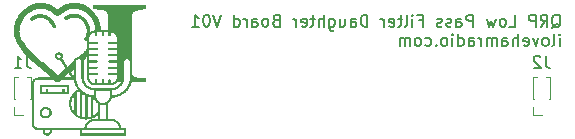
<source format=gbr>
%TF.GenerationSoftware,KiCad,Pcbnew,7.0.2*%
%TF.CreationDate,2023-05-05T15:54:23-05:00*%
%TF.ProjectId,Low-Pass-Filter-Board,4c6f772d-5061-4737-932d-46696c746572,V01*%
%TF.SameCoordinates,Original*%
%TF.FileFunction,Legend,Bot*%
%TF.FilePolarity,Positive*%
%FSLAX46Y46*%
G04 Gerber Fmt 4.6, Leading zero omitted, Abs format (unit mm)*
G04 Created by KiCad (PCBNEW 7.0.2) date 2023-05-05 15:54:23*
%MOMM*%
%LPD*%
G01*
G04 APERTURE LIST*
%ADD10C,0.000000*%
%ADD11C,0.150000*%
%ADD12C,0.120000*%
G04 APERTURE END LIST*
D10*
G36*
X111711018Y-97512707D02*
G01*
X111737529Y-97514600D01*
X111763650Y-97517717D01*
X111789347Y-97522027D01*
X111814589Y-97527497D01*
X111839343Y-97534097D01*
X111863577Y-97541794D01*
X111887258Y-97550557D01*
X111910354Y-97560356D01*
X111932832Y-97571158D01*
X111954661Y-97582931D01*
X111975806Y-97595645D01*
X111996236Y-97609268D01*
X112015919Y-97623768D01*
X112034822Y-97639114D01*
X112052912Y-97655275D01*
X112070158Y-97672218D01*
X112086526Y-97689913D01*
X112101984Y-97708327D01*
X112116500Y-97727431D01*
X112130042Y-97747191D01*
X112142576Y-97767576D01*
X112154070Y-97788555D01*
X112164492Y-97810097D01*
X112173810Y-97832170D01*
X112181990Y-97854743D01*
X112189002Y-97877783D01*
X112194811Y-97901260D01*
X112199385Y-97925142D01*
X112202693Y-97949397D01*
X112204702Y-97973994D01*
X112205379Y-97998902D01*
X112204694Y-98023810D01*
X112202664Y-98048408D01*
X112199322Y-98072663D01*
X112194702Y-98096545D01*
X112188838Y-98120022D01*
X112181764Y-98143062D01*
X112173513Y-98165634D01*
X112164120Y-98187707D01*
X112153619Y-98209249D01*
X112142043Y-98230229D01*
X112129426Y-98250614D01*
X112115803Y-98270374D01*
X112101206Y-98289477D01*
X112085671Y-98307892D01*
X112069231Y-98325587D01*
X112051920Y-98342530D01*
X112033772Y-98358690D01*
X112014820Y-98374037D01*
X111995099Y-98388537D01*
X111974643Y-98402160D01*
X111953485Y-98414873D01*
X111931660Y-98426647D01*
X111909201Y-98437449D01*
X111886142Y-98447247D01*
X111862517Y-98456011D01*
X111838361Y-98463708D01*
X111813706Y-98470308D01*
X111788587Y-98475778D01*
X111763038Y-98480087D01*
X111737093Y-98483204D01*
X111710785Y-98485098D01*
X111684149Y-98485736D01*
X111657280Y-98485105D01*
X111630769Y-98483233D01*
X111604649Y-98480151D01*
X111578952Y-98475886D01*
X111553709Y-98470471D01*
X111528955Y-98463935D01*
X111504721Y-98456308D01*
X111481040Y-98447619D01*
X111457944Y-98437900D01*
X111435466Y-98427180D01*
X111413638Y-98415489D01*
X111392493Y-98402857D01*
X111372062Y-98389315D01*
X111352379Y-98374891D01*
X111333477Y-98359617D01*
X111315386Y-98343522D01*
X111298141Y-98326637D01*
X111281773Y-98308991D01*
X111266314Y-98290614D01*
X111251798Y-98271537D01*
X111238257Y-98251790D01*
X111225723Y-98231401D01*
X111214229Y-98210403D01*
X111203806Y-98188824D01*
X111194489Y-98166695D01*
X111186308Y-98144045D01*
X111179297Y-98120905D01*
X111173488Y-98097305D01*
X111168913Y-98073274D01*
X111165605Y-98048844D01*
X111163597Y-98024043D01*
X111162920Y-97998902D01*
X111358712Y-97998902D01*
X111359135Y-98014441D01*
X111360390Y-98029789D01*
X111362455Y-98044926D01*
X111365311Y-98059834D01*
X111368936Y-98074491D01*
X111373310Y-98088879D01*
X111378411Y-98102977D01*
X111384219Y-98116766D01*
X111390714Y-98130225D01*
X111397873Y-98143335D01*
X111405677Y-98156075D01*
X111414104Y-98168427D01*
X111423134Y-98180369D01*
X111432746Y-98191883D01*
X111442918Y-98202949D01*
X111453631Y-98213545D01*
X111464864Y-98223654D01*
X111476594Y-98233254D01*
X111488803Y-98242327D01*
X111501468Y-98250851D01*
X111514569Y-98258807D01*
X111528086Y-98266176D01*
X111541997Y-98272938D01*
X111556281Y-98279072D01*
X111570918Y-98284558D01*
X111585887Y-98289378D01*
X111601167Y-98293511D01*
X111616738Y-98296936D01*
X111632577Y-98299635D01*
X111648665Y-98301588D01*
X111664981Y-98302774D01*
X111681504Y-98303174D01*
X111698026Y-98302774D01*
X111714342Y-98301588D01*
X111730430Y-98299636D01*
X111746270Y-98296937D01*
X111761840Y-98293511D01*
X111777120Y-98289378D01*
X111792089Y-98284559D01*
X111806726Y-98279072D01*
X111821010Y-98272938D01*
X111834921Y-98266177D01*
X111848438Y-98258808D01*
X111861539Y-98250852D01*
X111874205Y-98242327D01*
X111886413Y-98233255D01*
X111898144Y-98223655D01*
X111909376Y-98213546D01*
X111920089Y-98202949D01*
X111930262Y-98191884D01*
X111939874Y-98180370D01*
X111948903Y-98168427D01*
X111957331Y-98156076D01*
X111965134Y-98143335D01*
X111972294Y-98130225D01*
X111978788Y-98116766D01*
X111984596Y-98102978D01*
X111989697Y-98088880D01*
X111994071Y-98074492D01*
X111997696Y-98059834D01*
X112000552Y-98044927D01*
X112002618Y-98029789D01*
X112003873Y-98014441D01*
X112004295Y-97998902D01*
X112003873Y-97983131D01*
X112002618Y-97967580D01*
X112000552Y-97952267D01*
X111997696Y-97937211D01*
X111994071Y-97922430D01*
X111989697Y-97907942D01*
X111984596Y-97893767D01*
X111978788Y-97879922D01*
X111972294Y-97866426D01*
X111965134Y-97853297D01*
X111957331Y-97840554D01*
X111948903Y-97828215D01*
X111939874Y-97816298D01*
X111930262Y-97804822D01*
X111920089Y-97793805D01*
X111909376Y-97783267D01*
X111898144Y-97773224D01*
X111886413Y-97763695D01*
X111874205Y-97754700D01*
X111861539Y-97746256D01*
X111848438Y-97738382D01*
X111834921Y-97731096D01*
X111821010Y-97724416D01*
X111806726Y-97718361D01*
X111792089Y-97712950D01*
X111777120Y-97708200D01*
X111761840Y-97704131D01*
X111746270Y-97700760D01*
X111730430Y-97698107D01*
X111714342Y-97696188D01*
X111698026Y-97695024D01*
X111681504Y-97694632D01*
X111664981Y-97695031D01*
X111648665Y-97696217D01*
X111632577Y-97698170D01*
X111616738Y-97700869D01*
X111601168Y-97704295D01*
X111585888Y-97708427D01*
X111570919Y-97713247D01*
X111556281Y-97718733D01*
X111541997Y-97724867D01*
X111528086Y-97731629D01*
X111514570Y-97738997D01*
X111501468Y-97746954D01*
X111488803Y-97755478D01*
X111476594Y-97764550D01*
X111464864Y-97774151D01*
X111453631Y-97784259D01*
X111442918Y-97794856D01*
X111432746Y-97805921D01*
X111423134Y-97817435D01*
X111414104Y-97829378D01*
X111405677Y-97841729D01*
X111397873Y-97854470D01*
X111390714Y-97867580D01*
X111384220Y-97881039D01*
X111378411Y-97894827D01*
X111373310Y-97908925D01*
X111368936Y-97923313D01*
X111365311Y-97937971D01*
X111362455Y-97952878D01*
X111360390Y-97968016D01*
X111359135Y-97983364D01*
X111358712Y-97998902D01*
X111162920Y-97998902D01*
X111163597Y-97973994D01*
X111165605Y-97949397D01*
X111168913Y-97925141D01*
X111173488Y-97901259D01*
X111179297Y-97877783D01*
X111186308Y-97854742D01*
X111194489Y-97832170D01*
X111203806Y-97810097D01*
X111214229Y-97788555D01*
X111225723Y-97767576D01*
X111238257Y-97747190D01*
X111251798Y-97727430D01*
X111266314Y-97708327D01*
X111281773Y-97689912D01*
X111298141Y-97672218D01*
X111315386Y-97655274D01*
X111333477Y-97639114D01*
X111352379Y-97623768D01*
X111372062Y-97609268D01*
X111392493Y-97595645D01*
X111413638Y-97582931D01*
X111435466Y-97571157D01*
X111457944Y-97560356D01*
X111481040Y-97550557D01*
X111504721Y-97541794D01*
X111528955Y-97534096D01*
X111553709Y-97527497D01*
X111578952Y-97522027D01*
X111604649Y-97517717D01*
X111630769Y-97514600D01*
X111657280Y-97512707D01*
X111684149Y-97512069D01*
X111711018Y-97512707D01*
G37*
G36*
X113586148Y-95665400D02*
G01*
X113591031Y-95665765D01*
X113595855Y-95666365D01*
X113600611Y-95667194D01*
X113605294Y-95668246D01*
X113609896Y-95669515D01*
X113614411Y-95670994D01*
X113618832Y-95672677D01*
X113623153Y-95674558D01*
X113627365Y-95676630D01*
X113631464Y-95678887D01*
X113635441Y-95681323D01*
X113639291Y-95683931D01*
X113643005Y-95686705D01*
X113646579Y-95689640D01*
X113650004Y-95692728D01*
X113653274Y-95695963D01*
X113656382Y-95699339D01*
X113659321Y-95702850D01*
X113662086Y-95706489D01*
X113664668Y-95710250D01*
X113667061Y-95714128D01*
X113669258Y-95718114D01*
X113671253Y-95722204D01*
X113673038Y-95726391D01*
X113674608Y-95730668D01*
X113675955Y-95735029D01*
X113677072Y-95739469D01*
X113677952Y-95743980D01*
X113678590Y-95748557D01*
X113678977Y-95753193D01*
X113679108Y-95757881D01*
X113679108Y-96342610D01*
X113678985Y-96347299D01*
X113678619Y-96351935D01*
X113678015Y-96356511D01*
X113677180Y-96361023D01*
X113676118Y-96365462D01*
X113674835Y-96369824D01*
X113673335Y-96374101D01*
X113671625Y-96378288D01*
X113669709Y-96382378D01*
X113667593Y-96386364D01*
X113665283Y-96390241D01*
X113662783Y-96394003D01*
X113660099Y-96397642D01*
X113657236Y-96401153D01*
X113654200Y-96404529D01*
X113650995Y-96407764D01*
X113647628Y-96410852D01*
X113644104Y-96413786D01*
X113640427Y-96416561D01*
X113636603Y-96419169D01*
X113632638Y-96421605D01*
X113628537Y-96423862D01*
X113624305Y-96425934D01*
X113619948Y-96427815D01*
X113615471Y-96429497D01*
X113610878Y-96430976D01*
X113606176Y-96432245D01*
X113601370Y-96433297D01*
X113596466Y-96434127D01*
X113591467Y-96434727D01*
X113586381Y-96435092D01*
X113581212Y-96435215D01*
X111260816Y-96435215D01*
X111255879Y-96435092D01*
X111250996Y-96434727D01*
X111246173Y-96434127D01*
X111241417Y-96433297D01*
X111236734Y-96432245D01*
X111232132Y-96430976D01*
X111227617Y-96429497D01*
X111223196Y-96427815D01*
X111218875Y-96425934D01*
X111214662Y-96423862D01*
X111210564Y-96421605D01*
X111206587Y-96419169D01*
X111202737Y-96416561D01*
X111199023Y-96413786D01*
X111195449Y-96410852D01*
X111192024Y-96407764D01*
X111188754Y-96404529D01*
X111185646Y-96401153D01*
X111182707Y-96397642D01*
X111179942Y-96394003D01*
X111177360Y-96390241D01*
X111174967Y-96386364D01*
X111172770Y-96382378D01*
X111170775Y-96378288D01*
X111168989Y-96374101D01*
X111167420Y-96369824D01*
X111166073Y-96365462D01*
X111164956Y-96361023D01*
X111164076Y-96356511D01*
X111163438Y-96351935D01*
X111163051Y-96347299D01*
X111162920Y-96342610D01*
X111162920Y-95850486D01*
X111358712Y-95850486D01*
X111364004Y-96250007D01*
X111681504Y-96250007D01*
X111681504Y-96048923D01*
X111681634Y-96044234D01*
X111682022Y-96039599D01*
X111682659Y-96035022D01*
X111683540Y-96030511D01*
X111684657Y-96026071D01*
X111686004Y-96021710D01*
X111687573Y-96017432D01*
X111689359Y-96013246D01*
X111691353Y-96009156D01*
X111693551Y-96005169D01*
X111695944Y-96001292D01*
X111698526Y-95997531D01*
X111701290Y-95993892D01*
X111704230Y-95990381D01*
X111707338Y-95987005D01*
X111710608Y-95983769D01*
X111714033Y-95980681D01*
X111717606Y-95977747D01*
X111721321Y-95974973D01*
X111725170Y-95972364D01*
X111729148Y-95969929D01*
X111733246Y-95967672D01*
X111737459Y-95965600D01*
X111741779Y-95963719D01*
X111746200Y-95962036D01*
X111750715Y-95960557D01*
X111755317Y-95959288D01*
X111760000Y-95958236D01*
X111764756Y-95957407D01*
X111769580Y-95956807D01*
X111774463Y-95956442D01*
X111779399Y-95956319D01*
X111784336Y-95956442D01*
X111789219Y-95956807D01*
X111794042Y-95957407D01*
X111798799Y-95958236D01*
X111803482Y-95959288D01*
X111808084Y-95960557D01*
X111812599Y-95962036D01*
X111817020Y-95963719D01*
X111821340Y-95965600D01*
X111825553Y-95967672D01*
X111829651Y-95969929D01*
X111833629Y-95972364D01*
X111837478Y-95974973D01*
X111841193Y-95977747D01*
X111844766Y-95980681D01*
X111848191Y-95983769D01*
X111851461Y-95987005D01*
X111854569Y-95990381D01*
X111857509Y-95993892D01*
X111860273Y-95997531D01*
X111862855Y-96001292D01*
X111865248Y-96005169D01*
X111867446Y-96009156D01*
X111869440Y-96013246D01*
X111871226Y-96017432D01*
X111872796Y-96021710D01*
X111874142Y-96026071D01*
X111875259Y-96030511D01*
X111876140Y-96035022D01*
X111876777Y-96039599D01*
X111877165Y-96044234D01*
X111877295Y-96048923D01*
X111877295Y-96250007D01*
X113091733Y-96250007D01*
X113091733Y-96048923D01*
X113091863Y-96044234D01*
X113092251Y-96039599D01*
X113092888Y-96035022D01*
X113093769Y-96030511D01*
X113094886Y-96026071D01*
X113096232Y-96021710D01*
X113097802Y-96017432D01*
X113099587Y-96013246D01*
X113101582Y-96009156D01*
X113103780Y-96005169D01*
X113106173Y-96001292D01*
X113108755Y-95997531D01*
X113111519Y-95993892D01*
X113114459Y-95990381D01*
X113117567Y-95987005D01*
X113120837Y-95983769D01*
X113124262Y-95980681D01*
X113127835Y-95977747D01*
X113131550Y-95974973D01*
X113135399Y-95972364D01*
X113139377Y-95969929D01*
X113143475Y-95967672D01*
X113147688Y-95965600D01*
X113152008Y-95963719D01*
X113156429Y-95962036D01*
X113160944Y-95960557D01*
X113165547Y-95959288D01*
X113170229Y-95958236D01*
X113174986Y-95957407D01*
X113179809Y-95956807D01*
X113184692Y-95956442D01*
X113189629Y-95956319D01*
X113194565Y-95956442D01*
X113199448Y-95956807D01*
X113204272Y-95957407D01*
X113209028Y-95958236D01*
X113213711Y-95959288D01*
X113218313Y-95960557D01*
X113222828Y-95962036D01*
X113227249Y-95963719D01*
X113231569Y-95965600D01*
X113235782Y-95967672D01*
X113239880Y-95969929D01*
X113243858Y-95972364D01*
X113247707Y-95974973D01*
X113251422Y-95977747D01*
X113254995Y-95980681D01*
X113258420Y-95983769D01*
X113261690Y-95987005D01*
X113264798Y-95990381D01*
X113267738Y-95993892D01*
X113270502Y-95997531D01*
X113273084Y-96001292D01*
X113275477Y-96005169D01*
X113277675Y-96009156D01*
X113279669Y-96013246D01*
X113281455Y-96017432D01*
X113283025Y-96021710D01*
X113284371Y-96026071D01*
X113285488Y-96030511D01*
X113286369Y-96035022D01*
X113287006Y-96039599D01*
X113287394Y-96044234D01*
X113287524Y-96048923D01*
X113287524Y-96250007D01*
X113483316Y-96250007D01*
X113483316Y-95850486D01*
X111358712Y-95850486D01*
X111162920Y-95850486D01*
X111162920Y-95757881D01*
X111163051Y-95752960D01*
X111163438Y-95748121D01*
X111164076Y-95743369D01*
X111164956Y-95738709D01*
X111166073Y-95734146D01*
X111167420Y-95729685D01*
X111168989Y-95725331D01*
X111170775Y-95721088D01*
X111172770Y-95716961D01*
X111174967Y-95712955D01*
X111177360Y-95709075D01*
X111179942Y-95705326D01*
X111182707Y-95701713D01*
X111185646Y-95698240D01*
X111188754Y-95694913D01*
X111192024Y-95691735D01*
X111195449Y-95688713D01*
X111199023Y-95685851D01*
X111202737Y-95683153D01*
X111206587Y-95680625D01*
X111210564Y-95678271D01*
X111214662Y-95676097D01*
X111218875Y-95674106D01*
X111223195Y-95672305D01*
X111227616Y-95670697D01*
X111232132Y-95669288D01*
X111236734Y-95668083D01*
X111241416Y-95667086D01*
X111246173Y-95666302D01*
X111250996Y-95665736D01*
X111255879Y-95665392D01*
X111260816Y-95665277D01*
X113581212Y-95665277D01*
X113586148Y-95665400D01*
G37*
G36*
X117167984Y-91014825D02*
G01*
X117206197Y-91017564D01*
X117243865Y-91022073D01*
X117280939Y-91028310D01*
X117317371Y-91036228D01*
X117353114Y-91045784D01*
X117388120Y-91056933D01*
X117422341Y-91069630D01*
X117455728Y-91083831D01*
X117488234Y-91099492D01*
X117519811Y-91116566D01*
X117550411Y-91135011D01*
X117579985Y-91154782D01*
X117608486Y-91175833D01*
X117635867Y-91198121D01*
X117662078Y-91221600D01*
X117687073Y-91246227D01*
X117710802Y-91271957D01*
X117733219Y-91298744D01*
X117754274Y-91326545D01*
X117773921Y-91355315D01*
X117792111Y-91385009D01*
X117808796Y-91415583D01*
X117823929Y-91446992D01*
X117837461Y-91479192D01*
X117849344Y-91512138D01*
X117859531Y-91545786D01*
X117867973Y-91580090D01*
X117874622Y-91615007D01*
X117879431Y-91650492D01*
X117882352Y-91686499D01*
X117883336Y-91722986D01*
X117883336Y-94985298D01*
X117882352Y-95021785D01*
X117879431Y-95057792D01*
X117874622Y-95093277D01*
X117867973Y-95128194D01*
X117859531Y-95162498D01*
X117849344Y-95196146D01*
X117837461Y-95229092D01*
X117823929Y-95261291D01*
X117808796Y-95292701D01*
X117792111Y-95323275D01*
X117773921Y-95352969D01*
X117754274Y-95381739D01*
X117733219Y-95409540D01*
X117710802Y-95436327D01*
X117687073Y-95462057D01*
X117662078Y-95486683D01*
X117635867Y-95510163D01*
X117608486Y-95532451D01*
X117579985Y-95553502D01*
X117550411Y-95573272D01*
X117519811Y-95591717D01*
X117488234Y-95608792D01*
X117455728Y-95624452D01*
X117422341Y-95638653D01*
X117388120Y-95651351D01*
X117353114Y-95662499D01*
X117317371Y-95672055D01*
X117280939Y-95679974D01*
X117243865Y-95686210D01*
X117206197Y-95690720D01*
X117167984Y-95693459D01*
X117129273Y-95694381D01*
X115925419Y-95694381D01*
X115891838Y-95693688D01*
X115858586Y-95691627D01*
X115825697Y-95688225D01*
X115793205Y-95683509D01*
X115761146Y-95677506D01*
X115729554Y-95670243D01*
X115698462Y-95661748D01*
X115667906Y-95652048D01*
X115637919Y-95641169D01*
X115608537Y-95629140D01*
X115579793Y-95615986D01*
X115551722Y-95601736D01*
X115524358Y-95586416D01*
X115497736Y-95570053D01*
X115471890Y-95552675D01*
X115446855Y-95534308D01*
X115422664Y-95514981D01*
X115399353Y-95494719D01*
X115376956Y-95473551D01*
X115355506Y-95451502D01*
X115335039Y-95428601D01*
X115315589Y-95404875D01*
X115297191Y-95380350D01*
X115279878Y-95355053D01*
X115263685Y-95329013D01*
X115248646Y-95302256D01*
X115234797Y-95274808D01*
X115222170Y-95246698D01*
X115210802Y-95217953D01*
X115200725Y-95188599D01*
X115191975Y-95158663D01*
X115184586Y-95128173D01*
X115180866Y-95111182D01*
X115177641Y-95093943D01*
X115174912Y-95076456D01*
X115172680Y-95058720D01*
X115170944Y-95040737D01*
X115169703Y-95022505D01*
X115168959Y-95004026D01*
X115168711Y-94985298D01*
X115168711Y-91722986D01*
X115367149Y-91722986D01*
X115369795Y-91722986D01*
X115369795Y-91984923D01*
X116004795Y-91984923D01*
X116009731Y-91985046D01*
X116014615Y-91985410D01*
X116019438Y-91986011D01*
X116024194Y-91986840D01*
X116028877Y-91987892D01*
X116033479Y-91989161D01*
X116037994Y-91990640D01*
X116042415Y-91992323D01*
X116046736Y-91994203D01*
X116050948Y-91996275D01*
X116055047Y-91998532D01*
X116059024Y-92000968D01*
X116062874Y-92003577D01*
X116066588Y-92006351D01*
X116070162Y-92009285D01*
X116073587Y-92012373D01*
X116076857Y-92015608D01*
X116079965Y-92018985D01*
X116082904Y-92022496D01*
X116085669Y-92026135D01*
X116088251Y-92029896D01*
X116090644Y-92033773D01*
X116092841Y-92037760D01*
X116094836Y-92041850D01*
X116096622Y-92046036D01*
X116098191Y-92050313D01*
X116099538Y-92054675D01*
X116100655Y-92059115D01*
X116101535Y-92063626D01*
X116102173Y-92068203D01*
X116102560Y-92072838D01*
X116102691Y-92077527D01*
X116102568Y-92082215D01*
X116102202Y-92086851D01*
X116101599Y-92091428D01*
X116100763Y-92095939D01*
X116099701Y-92100379D01*
X116098418Y-92104740D01*
X116096918Y-92109018D01*
X116095208Y-92113204D01*
X116093292Y-92117294D01*
X116091177Y-92121281D01*
X116088866Y-92125158D01*
X116086366Y-92128919D01*
X116083682Y-92132558D01*
X116080819Y-92136069D01*
X116077783Y-92139445D01*
X116074579Y-92142681D01*
X116071211Y-92145769D01*
X116067687Y-92148703D01*
X116064010Y-92151477D01*
X116060187Y-92154086D01*
X116056222Y-92156522D01*
X116052121Y-92158779D01*
X116047889Y-92160851D01*
X116043531Y-92162731D01*
X116039054Y-92164414D01*
X116034461Y-92165893D01*
X116029760Y-92167162D01*
X116024954Y-92168214D01*
X116020049Y-92169043D01*
X116015050Y-92169644D01*
X116009964Y-92170008D01*
X116004795Y-92170131D01*
X115369795Y-92170131D01*
X115369795Y-92511444D01*
X116004795Y-92511444D01*
X116009731Y-92511567D01*
X116014615Y-92511931D01*
X116019438Y-92512532D01*
X116024194Y-92513361D01*
X116028877Y-92514413D01*
X116033479Y-92515682D01*
X116037994Y-92517161D01*
X116042415Y-92518844D01*
X116046736Y-92520724D01*
X116050948Y-92522796D01*
X116055047Y-92525053D01*
X116059024Y-92527489D01*
X116062874Y-92530097D01*
X116066588Y-92532872D01*
X116070162Y-92535806D01*
X116073587Y-92538894D01*
X116076857Y-92542129D01*
X116079965Y-92545506D01*
X116082904Y-92549016D01*
X116085669Y-92552656D01*
X116088251Y-92556417D01*
X116090644Y-92560294D01*
X116092841Y-92564281D01*
X116094836Y-92568371D01*
X116096622Y-92572557D01*
X116098191Y-92576834D01*
X116099538Y-92581196D01*
X116100655Y-92585636D01*
X116101535Y-92590147D01*
X116102173Y-92594724D01*
X116102560Y-92599359D01*
X116102691Y-92604048D01*
X116102568Y-92608737D01*
X116102202Y-92613372D01*
X116101599Y-92617949D01*
X116100763Y-92622460D01*
X116099701Y-92626900D01*
X116098418Y-92631261D01*
X116096918Y-92635539D01*
X116095208Y-92639725D01*
X116093292Y-92643815D01*
X116091177Y-92647802D01*
X116088866Y-92651679D01*
X116086366Y-92655440D01*
X116083682Y-92659079D01*
X116080819Y-92662590D01*
X116077783Y-92665966D01*
X116074579Y-92669202D01*
X116071211Y-92672290D01*
X116067687Y-92675224D01*
X116064010Y-92677998D01*
X116060187Y-92680607D01*
X116056222Y-92683042D01*
X116052121Y-92685300D01*
X116047889Y-92687372D01*
X116043531Y-92689252D01*
X116039054Y-92690935D01*
X116034461Y-92692414D01*
X116029760Y-92693683D01*
X116024954Y-92694735D01*
X116020049Y-92695564D01*
X116015050Y-92696165D01*
X116009964Y-92696529D01*
X116004795Y-92696652D01*
X115369795Y-92696652D01*
X115369795Y-93037965D01*
X116004795Y-93037965D01*
X116009731Y-93038088D01*
X116014615Y-93038453D01*
X116019438Y-93039053D01*
X116024194Y-93039882D01*
X116028877Y-93040934D01*
X116033479Y-93042203D01*
X116037994Y-93043682D01*
X116042415Y-93045365D01*
X116046736Y-93047245D01*
X116050948Y-93049317D01*
X116055047Y-93051575D01*
X116059024Y-93054010D01*
X116062874Y-93056619D01*
X116066588Y-93059393D01*
X116070162Y-93062327D01*
X116073587Y-93065415D01*
X116076857Y-93068650D01*
X116079965Y-93072027D01*
X116082904Y-93075537D01*
X116085669Y-93079177D01*
X116088251Y-93082938D01*
X116090644Y-93086815D01*
X116092841Y-93090802D01*
X116094836Y-93094892D01*
X116096622Y-93099078D01*
X116098191Y-93103355D01*
X116099538Y-93107717D01*
X116100655Y-93112157D01*
X116101535Y-93116668D01*
X116102173Y-93121245D01*
X116102560Y-93125880D01*
X116102691Y-93130569D01*
X116102568Y-93135258D01*
X116102202Y-93139893D01*
X116101599Y-93144470D01*
X116100763Y-93148981D01*
X116099701Y-93153421D01*
X116098418Y-93157783D01*
X116096918Y-93162060D01*
X116095208Y-93166246D01*
X116093292Y-93170336D01*
X116091177Y-93174323D01*
X116088866Y-93178200D01*
X116086366Y-93181961D01*
X116083682Y-93185601D01*
X116080819Y-93189111D01*
X116077783Y-93192488D01*
X116074579Y-93195723D01*
X116071211Y-93198811D01*
X116067687Y-93201745D01*
X116064010Y-93204519D01*
X116060187Y-93207128D01*
X116056222Y-93209564D01*
X116052121Y-93211821D01*
X116047889Y-93213893D01*
X116043531Y-93215773D01*
X116039054Y-93217456D01*
X116034461Y-93218935D01*
X116029760Y-93220204D01*
X116024954Y-93221256D01*
X116020049Y-93222085D01*
X116015050Y-93222685D01*
X116009964Y-93223050D01*
X116004795Y-93223173D01*
X115369795Y-93223173D01*
X115369795Y-93567132D01*
X116004795Y-93567132D01*
X116009731Y-93567255D01*
X116014615Y-93567620D01*
X116019438Y-93568220D01*
X116024194Y-93569049D01*
X116028877Y-93570101D01*
X116033479Y-93571370D01*
X116037994Y-93572849D01*
X116042415Y-93574532D01*
X116046736Y-93576413D01*
X116050948Y-93578485D01*
X116055047Y-93580742D01*
X116059024Y-93583177D01*
X116062874Y-93585786D01*
X116066588Y-93588560D01*
X116070162Y-93591495D01*
X116073587Y-93594582D01*
X116076857Y-93597818D01*
X116079965Y-93601194D01*
X116082904Y-93604705D01*
X116085669Y-93608344D01*
X116088251Y-93612105D01*
X116090644Y-93615982D01*
X116092841Y-93619969D01*
X116094836Y-93624059D01*
X116096622Y-93628245D01*
X116098191Y-93632523D01*
X116099538Y-93636884D01*
X116100655Y-93641324D01*
X116101535Y-93645835D01*
X116102173Y-93650412D01*
X116102560Y-93655048D01*
X116102691Y-93659736D01*
X116102568Y-93664425D01*
X116102202Y-93669061D01*
X116101599Y-93673637D01*
X116100763Y-93678149D01*
X116099701Y-93682588D01*
X116098418Y-93686950D01*
X116096918Y-93691227D01*
X116095208Y-93695414D01*
X116093292Y-93699503D01*
X116091177Y-93703490D01*
X116088866Y-93707367D01*
X116086366Y-93711128D01*
X116083682Y-93714768D01*
X116080819Y-93718279D01*
X116077783Y-93721655D01*
X116074579Y-93724890D01*
X116071211Y-93727978D01*
X116067687Y-93730912D01*
X116064010Y-93733687D01*
X116060187Y-93736295D01*
X116056222Y-93738731D01*
X116052121Y-93740988D01*
X116047889Y-93743060D01*
X116043531Y-93744940D01*
X116039054Y-93746623D01*
X116034461Y-93748102D01*
X116029760Y-93749371D01*
X116024954Y-93750423D01*
X116020049Y-93751252D01*
X116015050Y-93751853D01*
X116009964Y-93752217D01*
X116004795Y-93752340D01*
X115369795Y-93752340D01*
X115369795Y-94093653D01*
X116004795Y-94093653D01*
X116009731Y-94093776D01*
X116014615Y-94094141D01*
X116019438Y-94094741D01*
X116024194Y-94095570D01*
X116028877Y-94096623D01*
X116033479Y-94097891D01*
X116037994Y-94099370D01*
X116042415Y-94101053D01*
X116046736Y-94102934D01*
X116050948Y-94105006D01*
X116055047Y-94107263D01*
X116059024Y-94109699D01*
X116062874Y-94112307D01*
X116066588Y-94115081D01*
X116070162Y-94118016D01*
X116073587Y-94121104D01*
X116076857Y-94124339D01*
X116079965Y-94127715D01*
X116082904Y-94131226D01*
X116085669Y-94134865D01*
X116088251Y-94138626D01*
X116090644Y-94142504D01*
X116092841Y-94146490D01*
X116094836Y-94150580D01*
X116096622Y-94154767D01*
X116098191Y-94159044D01*
X116099538Y-94163405D01*
X116100655Y-94167845D01*
X116101535Y-94172356D01*
X116102173Y-94176933D01*
X116102560Y-94181569D01*
X116102691Y-94186257D01*
X116102568Y-94190946D01*
X116102202Y-94195582D01*
X116101599Y-94200158D01*
X116100763Y-94204670D01*
X116099701Y-94209109D01*
X116098418Y-94213471D01*
X116096918Y-94217748D01*
X116095208Y-94221935D01*
X116093292Y-94226025D01*
X116091177Y-94230011D01*
X116088866Y-94233888D01*
X116086366Y-94237650D01*
X116083682Y-94241289D01*
X116080819Y-94244800D01*
X116077783Y-94248176D01*
X116074579Y-94251411D01*
X116071211Y-94254499D01*
X116067687Y-94257433D01*
X116064010Y-94260208D01*
X116060187Y-94262816D01*
X116056222Y-94265252D01*
X116052121Y-94267509D01*
X116047889Y-94269581D01*
X116043531Y-94271462D01*
X116039054Y-94273144D01*
X116034461Y-94274623D01*
X116029760Y-94275892D01*
X116024954Y-94276944D01*
X116020049Y-94277774D01*
X116015050Y-94278374D01*
X116009964Y-94278739D01*
X116004795Y-94278862D01*
X115369795Y-94278862D01*
X115369795Y-94620174D01*
X116004795Y-94620174D01*
X116009731Y-94620297D01*
X116014615Y-94620662D01*
X116019438Y-94621262D01*
X116024194Y-94622092D01*
X116028877Y-94623144D01*
X116033479Y-94624413D01*
X116037994Y-94625892D01*
X116042415Y-94627574D01*
X116046736Y-94629455D01*
X116050948Y-94631527D01*
X116055047Y-94633784D01*
X116059024Y-94636220D01*
X116062874Y-94638828D01*
X116066588Y-94641603D01*
X116070162Y-94644537D01*
X116073587Y-94647625D01*
X116076857Y-94650860D01*
X116079965Y-94654236D01*
X116082904Y-94657747D01*
X116085669Y-94661386D01*
X116088251Y-94665148D01*
X116090644Y-94669025D01*
X116092841Y-94673011D01*
X116094836Y-94677101D01*
X116096622Y-94681288D01*
X116098191Y-94685565D01*
X116099538Y-94689927D01*
X116100655Y-94694366D01*
X116101535Y-94698878D01*
X116102173Y-94703454D01*
X116102560Y-94708090D01*
X116102691Y-94712779D01*
X116102568Y-94717467D01*
X116102202Y-94722103D01*
X116101599Y-94726680D01*
X116100763Y-94731191D01*
X116099701Y-94735631D01*
X116098418Y-94739992D01*
X116096918Y-94744269D01*
X116095208Y-94748456D01*
X116093292Y-94752546D01*
X116091177Y-94756532D01*
X116088866Y-94760410D01*
X116086366Y-94764171D01*
X116083682Y-94767810D01*
X116080819Y-94771321D01*
X116077783Y-94774697D01*
X116074579Y-94777932D01*
X116071211Y-94781020D01*
X116067687Y-94783955D01*
X116064010Y-94786729D01*
X116060187Y-94789337D01*
X116056222Y-94791773D01*
X116052121Y-94794030D01*
X116047889Y-94796102D01*
X116043531Y-94797983D01*
X116039054Y-94799666D01*
X116034461Y-94801145D01*
X116029760Y-94802413D01*
X116024954Y-94803466D01*
X116020049Y-94804295D01*
X116015050Y-94804895D01*
X116009964Y-94805260D01*
X116004795Y-94805383D01*
X115369795Y-94805383D01*
X115369795Y-94990592D01*
X115369924Y-95005231D01*
X115370332Y-95019406D01*
X115371051Y-95033147D01*
X115372110Y-95046484D01*
X115373542Y-95059450D01*
X115375376Y-95072075D01*
X115377645Y-95084389D01*
X115380378Y-95096425D01*
X115385289Y-95117328D01*
X115391079Y-95137860D01*
X115397725Y-95158007D01*
X115405209Y-95177753D01*
X115413508Y-95197085D01*
X115422603Y-95215987D01*
X115443093Y-95252446D01*
X115466513Y-95287014D01*
X115492697Y-95319574D01*
X115521478Y-95350010D01*
X115552688Y-95378206D01*
X115586162Y-95404045D01*
X115621733Y-95427412D01*
X115659234Y-95448190D01*
X115698499Y-95466262D01*
X115739360Y-95481513D01*
X115781651Y-95493827D01*
X115825206Y-95503086D01*
X115869858Y-95509174D01*
X115869858Y-95252529D01*
X115869981Y-95247840D01*
X115870347Y-95243204D01*
X115870950Y-95238628D01*
X115871785Y-95234116D01*
X115872847Y-95229677D01*
X115874131Y-95225315D01*
X115875630Y-95221038D01*
X115877341Y-95216851D01*
X115879256Y-95212761D01*
X115881372Y-95208775D01*
X115883683Y-95204898D01*
X115886182Y-95201136D01*
X115888867Y-95197497D01*
X115891729Y-95193986D01*
X115894766Y-95190610D01*
X115897970Y-95187375D01*
X115901337Y-95184287D01*
X115904862Y-95181353D01*
X115908538Y-95178578D01*
X115912362Y-95175970D01*
X115916327Y-95173534D01*
X115920428Y-95171277D01*
X115924660Y-95169205D01*
X115929017Y-95167325D01*
X115933495Y-95165642D01*
X115938087Y-95164163D01*
X115942789Y-95162894D01*
X115947595Y-95161842D01*
X115952499Y-95161012D01*
X115957498Y-95160412D01*
X115962584Y-95160048D01*
X115967753Y-95159925D01*
X115972690Y-95160048D01*
X115977573Y-95160412D01*
X115982397Y-95161012D01*
X115987153Y-95161842D01*
X115991836Y-95162894D01*
X115996438Y-95164163D01*
X116000953Y-95165642D01*
X116005374Y-95167325D01*
X116009694Y-95169205D01*
X116013907Y-95171277D01*
X116018006Y-95173534D01*
X116021983Y-95175970D01*
X116025832Y-95178578D01*
X116029547Y-95181353D01*
X116033120Y-95184287D01*
X116036545Y-95187375D01*
X116039815Y-95190610D01*
X116042924Y-95193986D01*
X116045863Y-95197497D01*
X116048627Y-95201136D01*
X116051209Y-95204898D01*
X116053602Y-95208775D01*
X116055800Y-95212761D01*
X116057795Y-95216851D01*
X116059580Y-95221038D01*
X116061150Y-95225315D01*
X116062496Y-95229677D01*
X116063614Y-95234116D01*
X116064494Y-95238628D01*
X116065132Y-95243204D01*
X116065519Y-95247840D01*
X116065650Y-95252529D01*
X116065650Y-95514466D01*
X116430774Y-95514466D01*
X116430774Y-95252529D01*
X116430897Y-95247840D01*
X116431263Y-95243204D01*
X116431867Y-95238628D01*
X116432702Y-95234116D01*
X116433764Y-95229677D01*
X116435047Y-95225315D01*
X116436547Y-95221038D01*
X116438257Y-95216851D01*
X116440173Y-95212761D01*
X116442289Y-95208775D01*
X116444599Y-95204898D01*
X116447099Y-95201136D01*
X116449783Y-95197497D01*
X116452646Y-95193986D01*
X116455682Y-95190610D01*
X116458887Y-95187375D01*
X116462254Y-95184287D01*
X116465778Y-95181353D01*
X116469455Y-95178578D01*
X116473279Y-95175970D01*
X116477243Y-95173534D01*
X116481345Y-95171277D01*
X116485576Y-95169205D01*
X116489934Y-95167325D01*
X116494411Y-95165642D01*
X116499004Y-95164163D01*
X116503706Y-95162894D01*
X116508512Y-95161842D01*
X116513416Y-95161012D01*
X116518415Y-95160412D01*
X116523501Y-95160048D01*
X116528670Y-95159925D01*
X116533607Y-95160048D01*
X116538490Y-95160412D01*
X116543313Y-95161012D01*
X116548070Y-95161842D01*
X116552753Y-95162894D01*
X116557355Y-95164163D01*
X116561870Y-95165642D01*
X116566291Y-95167325D01*
X116570611Y-95169205D01*
X116574824Y-95171277D01*
X116578923Y-95173534D01*
X116582900Y-95175970D01*
X116586749Y-95178578D01*
X116590464Y-95181353D01*
X116594037Y-95184287D01*
X116597462Y-95187375D01*
X116600732Y-95190610D01*
X116603840Y-95193986D01*
X116606780Y-95197497D01*
X116609544Y-95201136D01*
X116612126Y-95204898D01*
X116614519Y-95208775D01*
X116616717Y-95212761D01*
X116618712Y-95216851D01*
X116620497Y-95221038D01*
X116622067Y-95225315D01*
X116623413Y-95229677D01*
X116624530Y-95234116D01*
X116625411Y-95238628D01*
X116626048Y-95243204D01*
X116626436Y-95247840D01*
X116626566Y-95252529D01*
X116626566Y-95514466D01*
X116991692Y-95514466D01*
X116991692Y-95252529D01*
X116991815Y-95247840D01*
X116992181Y-95243204D01*
X116992784Y-95238628D01*
X116993619Y-95234116D01*
X116994681Y-95229677D01*
X116995965Y-95225315D01*
X116997464Y-95221038D01*
X116999174Y-95216851D01*
X117001090Y-95212761D01*
X117003206Y-95208775D01*
X117005516Y-95204898D01*
X117008016Y-95201136D01*
X117010700Y-95197497D01*
X117013563Y-95193986D01*
X117016599Y-95190610D01*
X117019804Y-95187375D01*
X117023171Y-95184287D01*
X117026695Y-95181353D01*
X117030372Y-95178578D01*
X117034196Y-95175970D01*
X117038161Y-95173534D01*
X117042262Y-95171277D01*
X117046493Y-95169205D01*
X117050851Y-95167325D01*
X117055328Y-95165642D01*
X117059921Y-95164163D01*
X117064622Y-95162894D01*
X117069428Y-95161842D01*
X117074333Y-95161012D01*
X117079332Y-95160412D01*
X117084418Y-95160048D01*
X117089587Y-95159925D01*
X117094524Y-95160048D01*
X117099407Y-95160412D01*
X117104230Y-95161012D01*
X117108987Y-95161842D01*
X117113670Y-95162894D01*
X117118272Y-95164163D01*
X117122787Y-95165642D01*
X117127208Y-95167325D01*
X117131529Y-95169205D01*
X117135741Y-95171277D01*
X117139840Y-95173534D01*
X117143817Y-95175970D01*
X117147667Y-95178578D01*
X117151381Y-95181353D01*
X117154955Y-95184287D01*
X117158380Y-95187375D01*
X117161650Y-95190610D01*
X117164758Y-95193986D01*
X117167697Y-95197497D01*
X117170462Y-95201136D01*
X117173044Y-95204898D01*
X117175437Y-95208775D01*
X117177634Y-95212761D01*
X117179629Y-95216851D01*
X117181415Y-95221038D01*
X117182984Y-95225315D01*
X117184331Y-95229677D01*
X117185448Y-95234116D01*
X117186328Y-95238628D01*
X117186966Y-95243204D01*
X117187353Y-95247840D01*
X117187484Y-95252529D01*
X117187484Y-95509174D01*
X117213594Y-95505892D01*
X117239318Y-95501519D01*
X117264627Y-95496082D01*
X117289493Y-95489605D01*
X117313886Y-95482114D01*
X117337777Y-95473636D01*
X117361137Y-95464196D01*
X117383937Y-95453819D01*
X117406147Y-95442531D01*
X117427740Y-95430358D01*
X117448685Y-95417326D01*
X117468954Y-95403460D01*
X117488518Y-95388786D01*
X117507347Y-95373330D01*
X117525413Y-95357116D01*
X117542686Y-95340172D01*
X117559138Y-95322523D01*
X117574739Y-95304193D01*
X117589460Y-95285210D01*
X117603272Y-95265598D01*
X117616146Y-95245384D01*
X117628053Y-95224592D01*
X117638964Y-95203249D01*
X117648850Y-95181381D01*
X117657682Y-95159013D01*
X117665431Y-95136170D01*
X117672067Y-95112879D01*
X117677562Y-95089164D01*
X117681886Y-95065053D01*
X117685011Y-95040570D01*
X117686907Y-95015741D01*
X117687546Y-94990592D01*
X117687546Y-94805383D01*
X117052546Y-94805383D01*
X117047609Y-94805260D01*
X117042726Y-94804895D01*
X117037903Y-94804295D01*
X117033146Y-94803466D01*
X117028464Y-94802413D01*
X117023861Y-94801145D01*
X117019346Y-94799666D01*
X117014925Y-94797983D01*
X117010605Y-94796102D01*
X117006392Y-94794030D01*
X117002294Y-94791773D01*
X116998316Y-94789337D01*
X116994467Y-94786729D01*
X116990752Y-94783955D01*
X116987179Y-94781020D01*
X116983754Y-94777932D01*
X116980484Y-94774697D01*
X116977376Y-94771321D01*
X116974436Y-94767810D01*
X116971672Y-94764171D01*
X116969090Y-94760410D01*
X116966697Y-94756532D01*
X116964500Y-94752546D01*
X116962505Y-94748456D01*
X116960719Y-94744269D01*
X116959150Y-94739992D01*
X116957803Y-94735631D01*
X116956686Y-94731191D01*
X116955805Y-94726680D01*
X116955168Y-94722103D01*
X116954781Y-94717467D01*
X116954650Y-94712779D01*
X116954773Y-94708090D01*
X116955139Y-94703454D01*
X116955742Y-94698878D01*
X116956578Y-94694366D01*
X116957640Y-94689927D01*
X116958923Y-94685565D01*
X116960423Y-94681288D01*
X116962133Y-94677101D01*
X116964048Y-94673011D01*
X116966164Y-94669025D01*
X116968475Y-94665148D01*
X116970975Y-94661386D01*
X116973659Y-94657747D01*
X116976521Y-94654236D01*
X116979558Y-94650860D01*
X116982762Y-94647625D01*
X116986129Y-94644537D01*
X116989654Y-94641603D01*
X116993330Y-94638828D01*
X116997154Y-94636220D01*
X117001119Y-94633784D01*
X117005220Y-94631527D01*
X117009452Y-94629455D01*
X117013809Y-94627574D01*
X117018287Y-94625892D01*
X117022879Y-94624413D01*
X117027581Y-94623144D01*
X117032387Y-94622092D01*
X117037292Y-94621262D01*
X117042290Y-94620662D01*
X117047376Y-94620297D01*
X117052546Y-94620174D01*
X117687546Y-94620174D01*
X117687546Y-94278862D01*
X117052546Y-94278862D01*
X117047609Y-94278739D01*
X117042726Y-94278374D01*
X117037903Y-94277774D01*
X117033146Y-94276944D01*
X117028464Y-94275892D01*
X117023861Y-94274623D01*
X117019346Y-94273144D01*
X117014925Y-94271462D01*
X117010605Y-94269581D01*
X117006392Y-94267509D01*
X117002294Y-94265252D01*
X116998316Y-94262816D01*
X116994467Y-94260208D01*
X116990752Y-94257433D01*
X116987179Y-94254499D01*
X116983754Y-94251411D01*
X116980484Y-94248176D01*
X116977376Y-94244800D01*
X116974436Y-94241289D01*
X116971672Y-94237650D01*
X116969090Y-94233888D01*
X116966697Y-94230011D01*
X116964500Y-94226025D01*
X116962505Y-94221935D01*
X116960719Y-94217748D01*
X116959150Y-94213471D01*
X116957803Y-94209109D01*
X116956686Y-94204670D01*
X116955805Y-94200158D01*
X116955168Y-94195582D01*
X116954781Y-94190946D01*
X116954650Y-94186257D01*
X116954773Y-94181569D01*
X116955139Y-94176933D01*
X116955742Y-94172356D01*
X116956578Y-94167845D01*
X116957640Y-94163405D01*
X116958923Y-94159044D01*
X116960423Y-94154767D01*
X116962133Y-94150580D01*
X116964048Y-94146490D01*
X116966164Y-94142504D01*
X116968475Y-94138626D01*
X116970975Y-94134865D01*
X116973659Y-94131226D01*
X116976521Y-94127715D01*
X116979558Y-94124339D01*
X116982762Y-94121104D01*
X116986129Y-94118016D01*
X116989654Y-94115081D01*
X116993330Y-94112307D01*
X116997154Y-94109699D01*
X117001119Y-94107263D01*
X117005220Y-94105006D01*
X117009452Y-94102934D01*
X117013809Y-94101053D01*
X117018287Y-94099370D01*
X117022879Y-94097891D01*
X117027581Y-94096623D01*
X117032387Y-94095570D01*
X117037292Y-94094741D01*
X117042290Y-94094141D01*
X117047376Y-94093776D01*
X117052546Y-94093653D01*
X117687546Y-94093653D01*
X117687546Y-93752340D01*
X117052546Y-93752340D01*
X117047609Y-93752217D01*
X117042726Y-93751853D01*
X117037903Y-93751252D01*
X117033146Y-93750423D01*
X117028464Y-93749371D01*
X117023861Y-93748102D01*
X117019346Y-93746623D01*
X117014925Y-93744940D01*
X117010605Y-93743060D01*
X117006392Y-93740988D01*
X117002294Y-93738731D01*
X116998316Y-93736295D01*
X116994467Y-93733687D01*
X116990752Y-93730912D01*
X116987179Y-93727978D01*
X116983754Y-93724890D01*
X116980484Y-93721655D01*
X116977376Y-93718279D01*
X116974436Y-93714768D01*
X116971672Y-93711128D01*
X116969090Y-93707367D01*
X116966697Y-93703490D01*
X116964500Y-93699503D01*
X116962505Y-93695414D01*
X116960719Y-93691227D01*
X116959150Y-93686950D01*
X116957803Y-93682588D01*
X116956686Y-93678149D01*
X116955805Y-93673637D01*
X116955168Y-93669061D01*
X116954781Y-93664425D01*
X116954650Y-93659736D01*
X116954773Y-93655048D01*
X116955139Y-93650412D01*
X116955742Y-93645835D01*
X116956578Y-93641324D01*
X116957640Y-93636884D01*
X116958923Y-93632523D01*
X116960423Y-93628245D01*
X116962133Y-93624059D01*
X116964048Y-93619969D01*
X116966164Y-93615982D01*
X116968475Y-93612105D01*
X116970975Y-93608344D01*
X116973659Y-93604705D01*
X116976521Y-93601194D01*
X116979558Y-93597818D01*
X116982762Y-93594582D01*
X116986129Y-93591495D01*
X116989654Y-93588560D01*
X116993330Y-93585786D01*
X116997154Y-93583177D01*
X117001119Y-93580742D01*
X117005220Y-93578485D01*
X117009452Y-93576413D01*
X117013809Y-93574532D01*
X117018287Y-93572849D01*
X117022879Y-93571370D01*
X117027581Y-93570101D01*
X117032387Y-93569049D01*
X117037292Y-93568220D01*
X117042290Y-93567620D01*
X117047376Y-93567255D01*
X117052546Y-93567132D01*
X117687546Y-93567132D01*
X117687546Y-93225819D01*
X117052546Y-93225819D01*
X117047609Y-93225696D01*
X117042726Y-93225331D01*
X117037903Y-93224731D01*
X117033146Y-93223902D01*
X117028464Y-93222850D01*
X117023861Y-93221581D01*
X117019346Y-93220102D01*
X117014925Y-93218419D01*
X117010605Y-93216538D01*
X117006392Y-93214466D01*
X117002294Y-93212209D01*
X116998316Y-93209774D01*
X116994467Y-93207165D01*
X116990752Y-93204391D01*
X116987179Y-93201456D01*
X116983754Y-93198369D01*
X116980484Y-93195133D01*
X116977376Y-93191757D01*
X116974436Y-93188246D01*
X116971672Y-93184607D01*
X116969090Y-93180846D01*
X116966697Y-93176969D01*
X116964500Y-93172982D01*
X116962505Y-93168892D01*
X116960719Y-93164706D01*
X116959150Y-93160428D01*
X116957803Y-93156067D01*
X116956686Y-93151627D01*
X116955805Y-93147116D01*
X116955168Y-93142539D01*
X116954781Y-93137904D01*
X116954650Y-93133215D01*
X116954773Y-93128526D01*
X116955139Y-93123891D01*
X116955742Y-93119314D01*
X116956578Y-93114803D01*
X116957640Y-93110363D01*
X116958923Y-93106002D01*
X116960423Y-93101724D01*
X116962133Y-93097538D01*
X116964048Y-93093448D01*
X116966164Y-93089461D01*
X116968475Y-93085584D01*
X116970975Y-93081823D01*
X116973659Y-93078184D01*
X116976521Y-93074673D01*
X116979558Y-93071297D01*
X116982762Y-93068061D01*
X116986129Y-93064974D01*
X116989654Y-93062039D01*
X116993330Y-93059265D01*
X116997154Y-93056656D01*
X117001119Y-93054221D01*
X117005220Y-93051964D01*
X117009452Y-93049892D01*
X117013809Y-93048011D01*
X117018287Y-93046328D01*
X117022879Y-93044849D01*
X117027581Y-93043580D01*
X117032387Y-93042528D01*
X117037292Y-93041699D01*
X117042290Y-93041099D01*
X117047376Y-93040734D01*
X117052546Y-93040611D01*
X117687546Y-93040611D01*
X117687546Y-92699298D01*
X117052546Y-92699298D01*
X117047609Y-92699175D01*
X117042726Y-92698811D01*
X117037903Y-92698211D01*
X117033146Y-92697381D01*
X117028464Y-92696329D01*
X117023861Y-92695060D01*
X117019346Y-92693581D01*
X117014925Y-92691898D01*
X117010605Y-92690018D01*
X117006392Y-92687946D01*
X117002294Y-92685689D01*
X116998316Y-92683253D01*
X116994467Y-92680645D01*
X116990752Y-92677870D01*
X116987179Y-92674936D01*
X116983754Y-92671848D01*
X116980484Y-92668613D01*
X116977376Y-92665236D01*
X116974436Y-92661726D01*
X116971672Y-92658086D01*
X116969090Y-92654325D01*
X116966697Y-92650448D01*
X116964500Y-92646461D01*
X116962505Y-92642372D01*
X116960719Y-92638185D01*
X116959150Y-92633908D01*
X116957803Y-92629546D01*
X116956686Y-92625106D01*
X116955805Y-92620595D01*
X116955168Y-92616018D01*
X116954781Y-92611383D01*
X116954650Y-92606694D01*
X116954773Y-92602005D01*
X116955139Y-92597370D01*
X116955742Y-92592793D01*
X116956578Y-92588282D01*
X116957640Y-92583842D01*
X116958923Y-92579481D01*
X116960423Y-92575203D01*
X116962133Y-92571017D01*
X116964048Y-92566927D01*
X116966164Y-92562940D01*
X116968475Y-92559063D01*
X116970975Y-92555302D01*
X116973659Y-92551663D01*
X116976521Y-92548152D01*
X116979558Y-92544776D01*
X116982762Y-92541540D01*
X116986129Y-92538452D01*
X116989654Y-92535518D01*
X116993330Y-92532744D01*
X116997154Y-92530135D01*
X117001119Y-92527700D01*
X117005220Y-92525443D01*
X117009452Y-92523371D01*
X117013809Y-92521490D01*
X117018287Y-92519807D01*
X117022879Y-92518328D01*
X117027581Y-92517059D01*
X117032387Y-92516007D01*
X117037292Y-92515178D01*
X117042290Y-92514578D01*
X117047376Y-92514213D01*
X117052546Y-92514090D01*
X117687546Y-92514090D01*
X117687546Y-92172777D01*
X117052546Y-92172777D01*
X117047609Y-92172654D01*
X117042726Y-92172290D01*
X117037903Y-92171690D01*
X117033146Y-92170860D01*
X117028464Y-92169808D01*
X117023861Y-92168539D01*
X117019346Y-92167060D01*
X117014925Y-92165377D01*
X117010605Y-92163497D01*
X117006392Y-92161425D01*
X117002294Y-92159168D01*
X116998316Y-92156732D01*
X116994467Y-92154124D01*
X116990752Y-92151349D01*
X116987179Y-92148415D01*
X116983754Y-92145327D01*
X116980484Y-92142092D01*
X116977376Y-92138715D01*
X116974436Y-92135205D01*
X116971672Y-92131565D01*
X116969090Y-92127804D01*
X116966697Y-92123927D01*
X116964500Y-92119940D01*
X116962505Y-92115850D01*
X116960719Y-92111664D01*
X116959150Y-92107387D01*
X116957803Y-92103025D01*
X116956686Y-92098585D01*
X116955805Y-92094074D01*
X116955168Y-92089497D01*
X116954781Y-92084862D01*
X116954650Y-92080173D01*
X116954773Y-92075484D01*
X116955139Y-92070849D01*
X116955742Y-92066272D01*
X116956578Y-92061761D01*
X116957640Y-92057321D01*
X116958923Y-92052960D01*
X116960423Y-92048682D01*
X116962133Y-92044496D01*
X116964048Y-92040406D01*
X116966164Y-92036419D01*
X116968475Y-92032542D01*
X116970975Y-92028781D01*
X116973659Y-92025142D01*
X116976521Y-92021631D01*
X116979558Y-92018255D01*
X116982762Y-92015019D01*
X116986129Y-92011931D01*
X116989654Y-92008997D01*
X116993330Y-92006223D01*
X116997154Y-92003614D01*
X117001119Y-92001179D01*
X117005220Y-91998922D01*
X117009452Y-91996850D01*
X117013809Y-91994969D01*
X117018287Y-91993286D01*
X117022879Y-91991807D01*
X117027581Y-91990538D01*
X117032387Y-91989486D01*
X117037292Y-91988657D01*
X117042290Y-91988057D01*
X117047376Y-91987692D01*
X117052546Y-91987569D01*
X117687546Y-91987569D01*
X117687546Y-91725632D01*
X117686907Y-91700475D01*
X117685011Y-91675624D01*
X117681886Y-91651107D01*
X117677562Y-91626950D01*
X117672067Y-91603181D01*
X117665431Y-91579826D01*
X117657682Y-91556914D01*
X117648850Y-91534470D01*
X117638964Y-91512522D01*
X117628053Y-91491098D01*
X117616146Y-91470224D01*
X117603272Y-91449927D01*
X117589460Y-91430235D01*
X117574739Y-91411175D01*
X117559138Y-91392774D01*
X117542686Y-91375058D01*
X117525413Y-91358056D01*
X117507347Y-91341794D01*
X117488518Y-91326300D01*
X117468954Y-91311600D01*
X117448685Y-91297722D01*
X117427740Y-91284692D01*
X117406147Y-91272538D01*
X117383936Y-91261288D01*
X117361136Y-91250967D01*
X117337776Y-91241604D01*
X117313885Y-91233226D01*
X117289492Y-91225858D01*
X117264626Y-91219530D01*
X117239317Y-91214267D01*
X117213593Y-91210098D01*
X117187483Y-91207048D01*
X117187483Y-91455756D01*
X117187360Y-91460445D01*
X117186994Y-91465081D01*
X117186391Y-91469658D01*
X117185555Y-91474169D01*
X117184493Y-91478608D01*
X117183210Y-91482970D01*
X117181710Y-91487247D01*
X117180000Y-91491434D01*
X117178084Y-91495524D01*
X117175969Y-91499510D01*
X117173658Y-91503387D01*
X117171158Y-91507149D01*
X117168474Y-91510788D01*
X117165611Y-91514299D01*
X117162575Y-91517675D01*
X117159371Y-91520910D01*
X117156004Y-91523998D01*
X117152479Y-91526933D01*
X117148802Y-91529707D01*
X117144979Y-91532315D01*
X117141014Y-91534751D01*
X117136913Y-91537008D01*
X117132681Y-91539080D01*
X117128324Y-91540961D01*
X117123846Y-91542644D01*
X117119254Y-91544123D01*
X117114552Y-91545391D01*
X117109746Y-91546444D01*
X117104841Y-91547273D01*
X117099843Y-91547873D01*
X117094757Y-91548238D01*
X117089587Y-91548361D01*
X117084651Y-91548238D01*
X117079767Y-91547873D01*
X117074944Y-91547273D01*
X117070188Y-91546444D01*
X117065505Y-91545391D01*
X117060903Y-91544123D01*
X117056387Y-91542644D01*
X117051966Y-91540961D01*
X117047646Y-91539080D01*
X117043433Y-91537008D01*
X117039335Y-91534751D01*
X117035357Y-91532315D01*
X117031508Y-91529707D01*
X117027793Y-91526932D01*
X117024220Y-91523998D01*
X117020795Y-91520910D01*
X117017525Y-91517675D01*
X117014417Y-91514299D01*
X117011477Y-91510788D01*
X117008713Y-91507149D01*
X117006131Y-91503387D01*
X117003738Y-91499510D01*
X117001540Y-91495524D01*
X116999546Y-91491434D01*
X116997760Y-91487247D01*
X116996190Y-91482970D01*
X116994844Y-91478608D01*
X116993727Y-91474169D01*
X116992846Y-91469657D01*
X116992209Y-91465081D01*
X116991821Y-91460445D01*
X116991691Y-91455756D01*
X116991691Y-91201757D01*
X116626566Y-91201757D01*
X116626566Y-91455756D01*
X116626443Y-91460445D01*
X116626077Y-91465081D01*
X116625474Y-91469658D01*
X116624638Y-91474169D01*
X116623576Y-91478608D01*
X116622293Y-91482970D01*
X116620793Y-91487247D01*
X116619083Y-91491434D01*
X116617168Y-91495524D01*
X116615052Y-91499510D01*
X116612741Y-91503387D01*
X116610241Y-91507149D01*
X116607557Y-91510788D01*
X116604694Y-91514299D01*
X116601658Y-91517675D01*
X116598454Y-91520910D01*
X116595087Y-91523998D01*
X116591562Y-91526933D01*
X116587885Y-91529707D01*
X116584062Y-91532315D01*
X116580097Y-91534751D01*
X116575996Y-91537008D01*
X116571764Y-91539080D01*
X116567407Y-91540961D01*
X116562929Y-91542644D01*
X116558337Y-91544123D01*
X116553635Y-91545391D01*
X116548829Y-91546444D01*
X116543924Y-91547273D01*
X116538926Y-91547873D01*
X116533839Y-91548238D01*
X116528670Y-91548361D01*
X116523733Y-91548238D01*
X116518850Y-91547873D01*
X116514027Y-91547273D01*
X116509271Y-91546444D01*
X116504588Y-91545391D01*
X116499986Y-91544123D01*
X116495471Y-91542644D01*
X116491049Y-91540961D01*
X116486729Y-91539080D01*
X116482516Y-91537008D01*
X116478418Y-91534751D01*
X116474441Y-91532315D01*
X116470591Y-91529707D01*
X116466876Y-91526932D01*
X116463303Y-91523998D01*
X116459878Y-91520910D01*
X116456608Y-91517675D01*
X116453500Y-91514299D01*
X116450560Y-91510788D01*
X116447796Y-91507149D01*
X116445214Y-91503387D01*
X116442821Y-91499510D01*
X116440624Y-91495524D01*
X116438629Y-91491434D01*
X116436843Y-91487247D01*
X116435274Y-91482970D01*
X116433927Y-91478608D01*
X116432810Y-91474169D01*
X116431929Y-91469657D01*
X116431292Y-91465081D01*
X116430904Y-91460445D01*
X116430774Y-91455756D01*
X116430774Y-91201757D01*
X116065649Y-91201757D01*
X116065649Y-91453111D01*
X116065526Y-91457799D01*
X116065160Y-91462435D01*
X116064557Y-91467012D01*
X116063722Y-91471523D01*
X116062659Y-91475963D01*
X116061376Y-91480324D01*
X116059877Y-91484601D01*
X116058166Y-91488788D01*
X116056251Y-91492878D01*
X116054135Y-91496864D01*
X116051824Y-91500742D01*
X116049324Y-91504503D01*
X116046640Y-91508142D01*
X116043778Y-91511653D01*
X116040741Y-91515029D01*
X116037537Y-91518264D01*
X116034170Y-91521352D01*
X116030645Y-91524287D01*
X116026969Y-91527061D01*
X116023145Y-91529669D01*
X116019180Y-91532105D01*
X116015079Y-91534362D01*
X116010847Y-91536434D01*
X116006490Y-91538315D01*
X116002012Y-91539998D01*
X115997420Y-91541477D01*
X115992718Y-91542746D01*
X115987912Y-91543798D01*
X115983007Y-91544627D01*
X115978009Y-91545227D01*
X115972922Y-91545592D01*
X115967753Y-91545715D01*
X115962816Y-91545592D01*
X115957933Y-91545227D01*
X115953110Y-91544627D01*
X115948354Y-91543798D01*
X115943671Y-91542745D01*
X115939069Y-91541477D01*
X115934554Y-91539998D01*
X115930133Y-91538315D01*
X115925812Y-91536434D01*
X115921600Y-91534362D01*
X115917501Y-91532105D01*
X115913524Y-91529669D01*
X115909674Y-91527061D01*
X115905960Y-91524287D01*
X115902386Y-91521352D01*
X115898961Y-91518264D01*
X115895691Y-91515029D01*
X115892583Y-91511653D01*
X115889644Y-91508142D01*
X115886880Y-91504503D01*
X115884298Y-91500741D01*
X115881904Y-91496864D01*
X115879707Y-91492878D01*
X115877712Y-91488788D01*
X115875927Y-91484601D01*
X115874357Y-91480324D01*
X115873010Y-91475963D01*
X115871893Y-91471523D01*
X115871013Y-91467012D01*
X115870375Y-91462435D01*
X115869988Y-91457799D01*
X115869857Y-91453111D01*
X115869857Y-91204402D01*
X115843507Y-91207452D01*
X115817558Y-91211622D01*
X115792037Y-91216884D01*
X115766975Y-91223213D01*
X115742399Y-91230580D01*
X115718337Y-91238959D01*
X115694820Y-91248322D01*
X115671874Y-91258642D01*
X115649530Y-91269893D01*
X115627815Y-91282046D01*
X115606757Y-91295076D01*
X115586386Y-91308954D01*
X115566730Y-91323654D01*
X115547818Y-91339149D01*
X115529678Y-91355411D01*
X115512339Y-91372413D01*
X115495829Y-91390128D01*
X115480178Y-91408530D01*
X115465412Y-91427590D01*
X115451562Y-91447282D01*
X115438656Y-91467578D01*
X115426722Y-91488452D01*
X115415789Y-91509877D01*
X115405886Y-91531824D01*
X115397040Y-91554268D01*
X115389281Y-91577181D01*
X115382638Y-91600535D01*
X115377138Y-91624304D01*
X115372811Y-91648461D01*
X115369684Y-91672978D01*
X115367788Y-91697829D01*
X115367149Y-91722986D01*
X115168711Y-91722986D01*
X115169696Y-91686740D01*
X115172617Y-91650957D01*
X115177427Y-91615681D01*
X115184080Y-91580958D01*
X115192527Y-91546832D01*
X115202721Y-91513347D01*
X115214614Y-91480549D01*
X115228160Y-91448481D01*
X115243310Y-91417188D01*
X115260017Y-91386714D01*
X115278234Y-91357105D01*
X115297913Y-91328405D01*
X115319006Y-91300659D01*
X115341467Y-91273910D01*
X115365247Y-91248204D01*
X115390300Y-91223585D01*
X115416577Y-91200097D01*
X115444032Y-91177786D01*
X115472616Y-91156696D01*
X115502283Y-91136872D01*
X115532984Y-91118357D01*
X115564673Y-91101197D01*
X115597301Y-91085436D01*
X115630822Y-91071119D01*
X115665188Y-91058290D01*
X115700352Y-91046993D01*
X115736265Y-91037275D01*
X115772881Y-91029178D01*
X115810151Y-91022748D01*
X115848030Y-91018029D01*
X115886468Y-91015065D01*
X115925419Y-91013902D01*
X117129273Y-91013902D01*
X117167984Y-91014825D01*
G37*
G36*
X112828539Y-92890214D02*
G01*
X112845598Y-92891446D01*
X112862425Y-92893475D01*
X112879000Y-92896279D01*
X112895300Y-92899840D01*
X112911302Y-92904135D01*
X112926984Y-92909146D01*
X112942324Y-92914852D01*
X112957300Y-92921232D01*
X112971890Y-92928266D01*
X112986070Y-92935933D01*
X112999819Y-92944214D01*
X113013115Y-92953088D01*
X113025935Y-92962535D01*
X113038258Y-92972534D01*
X113050059Y-92983065D01*
X113061318Y-92994107D01*
X113072013Y-93005641D01*
X113082120Y-93017645D01*
X113091617Y-93030100D01*
X113100483Y-93042986D01*
X113108695Y-93056281D01*
X113116231Y-93069966D01*
X113123068Y-93084020D01*
X113129184Y-93098422D01*
X113134557Y-93113153D01*
X113139164Y-93128193D01*
X113142984Y-93143520D01*
X113145994Y-93159114D01*
X113148171Y-93174956D01*
X113149494Y-93191024D01*
X113149940Y-93207299D01*
X113149602Y-93221125D01*
X113148601Y-93234811D01*
X113146957Y-93248343D01*
X113144689Y-93261704D01*
X113141817Y-93274879D01*
X113138359Y-93287852D01*
X113134335Y-93300608D01*
X113129765Y-93313132D01*
X113124668Y-93325408D01*
X113119063Y-93337420D01*
X113112970Y-93349153D01*
X113106407Y-93360592D01*
X113099395Y-93371720D01*
X113091953Y-93382523D01*
X113084101Y-93392985D01*
X113075856Y-93403091D01*
X114057460Y-94940320D01*
X114057460Y-93699423D01*
X114057956Y-93679646D01*
X114059440Y-93660020D01*
X114061908Y-93640572D01*
X114065356Y-93621330D01*
X114069782Y-93602320D01*
X114075180Y-93583570D01*
X114081547Y-93565107D01*
X114088880Y-93546957D01*
X114097173Y-93529149D01*
X114106424Y-93511709D01*
X114116628Y-93494664D01*
X114127781Y-93478042D01*
X114139881Y-93461869D01*
X114152922Y-93446173D01*
X114166901Y-93430981D01*
X114181814Y-93416319D01*
X114197468Y-93402803D01*
X114213657Y-93390047D01*
X114230358Y-93378066D01*
X114247547Y-93366875D01*
X114265201Y-93356491D01*
X114283296Y-93346928D01*
X114301811Y-93338203D01*
X114320720Y-93330330D01*
X114340002Y-93323325D01*
X114359633Y-93317204D01*
X114379589Y-93311982D01*
X114399847Y-93307675D01*
X114420385Y-93304298D01*
X114441178Y-93301866D01*
X114462204Y-93300396D01*
X114483439Y-93299902D01*
X114505379Y-93300425D01*
X114527029Y-93301977D01*
X114548362Y-93304531D01*
X114569351Y-93308062D01*
X114589970Y-93312545D01*
X114610193Y-93317954D01*
X114629992Y-93324263D01*
X114649341Y-93331446D01*
X114668213Y-93339478D01*
X114686582Y-93348333D01*
X114704421Y-93357986D01*
X114721704Y-93368410D01*
X114738403Y-93379580D01*
X114754492Y-93391471D01*
X114769944Y-93404057D01*
X114784733Y-93417311D01*
X114798833Y-93431209D01*
X114812216Y-93445725D01*
X114824855Y-93460833D01*
X114836725Y-93476507D01*
X114847798Y-93492721D01*
X114858049Y-93509451D01*
X114867449Y-93526670D01*
X114875973Y-93544353D01*
X114883594Y-93562473D01*
X114890286Y-93581006D01*
X114896021Y-93599926D01*
X114900773Y-93619206D01*
X114904515Y-93638822D01*
X114907221Y-93658747D01*
X114908864Y-93678956D01*
X114909418Y-93699423D01*
X114909418Y-94990591D01*
X114909542Y-95005354D01*
X114909914Y-95019901D01*
X114910534Y-95034262D01*
X114911403Y-95048468D01*
X114912519Y-95062550D01*
X114913883Y-95076539D01*
X114915496Y-95090465D01*
X114917356Y-95104361D01*
X114923912Y-95148909D01*
X114932631Y-95192730D01*
X114943457Y-95235778D01*
X114956335Y-95278009D01*
X114971212Y-95319378D01*
X114988032Y-95359840D01*
X115006740Y-95399349D01*
X115027282Y-95437860D01*
X115049603Y-95475329D01*
X115073648Y-95511710D01*
X115099363Y-95546959D01*
X115126692Y-95581030D01*
X115155581Y-95613878D01*
X115185976Y-95645458D01*
X115217821Y-95675725D01*
X115251062Y-95704635D01*
X115285643Y-95732141D01*
X115321511Y-95758199D01*
X115358611Y-95782764D01*
X115396887Y-95805791D01*
X115436286Y-95827235D01*
X115476751Y-95847050D01*
X115518229Y-95865193D01*
X115560665Y-95881616D01*
X115604004Y-95896276D01*
X115648192Y-95909128D01*
X115693173Y-95920126D01*
X115738892Y-95929226D01*
X115785296Y-95936382D01*
X115832329Y-95941549D01*
X115879937Y-95944682D01*
X115928064Y-95945736D01*
X117131919Y-95945736D01*
X117184192Y-95944491D01*
X117235795Y-95940794D01*
X117286664Y-95934707D01*
X117336733Y-95926291D01*
X117385939Y-95915605D01*
X117434214Y-95902710D01*
X117481496Y-95887667D01*
X117527719Y-95870537D01*
X117572818Y-95851380D01*
X117616728Y-95830256D01*
X117659384Y-95807226D01*
X117700721Y-95782351D01*
X117740675Y-95755691D01*
X117779180Y-95727307D01*
X117816172Y-95697260D01*
X117851585Y-95665609D01*
X117885355Y-95632415D01*
X117917417Y-95597740D01*
X117947706Y-95561643D01*
X117976157Y-95524186D01*
X118002704Y-95485428D01*
X118027284Y-95445430D01*
X118049831Y-95404254D01*
X118070280Y-95361958D01*
X118088566Y-95318605D01*
X118104625Y-95274253D01*
X118118392Y-95228965D01*
X118129801Y-95182801D01*
X118138787Y-95135821D01*
X118145287Y-95088085D01*
X118149234Y-95039655D01*
X118150564Y-94990591D01*
X118150564Y-93699423D01*
X118151089Y-93679646D01*
X118152652Y-93660020D01*
X118155238Y-93640572D01*
X118158833Y-93621330D01*
X118163419Y-93602320D01*
X118168982Y-93583570D01*
X118175506Y-93565107D01*
X118182976Y-93546957D01*
X118191376Y-93529149D01*
X118200691Y-93511709D01*
X118210905Y-93494664D01*
X118222002Y-93478042D01*
X118233968Y-93461869D01*
X118246786Y-93446173D01*
X118260442Y-93430981D01*
X118274919Y-93416319D01*
X118290137Y-93402803D01*
X118306002Y-93390047D01*
X118322480Y-93378066D01*
X118339535Y-93366875D01*
X118357133Y-93356491D01*
X118375238Y-93346928D01*
X118393817Y-93338203D01*
X118412833Y-93330330D01*
X118432252Y-93323325D01*
X118452040Y-93317204D01*
X118472161Y-93311982D01*
X118492580Y-93307675D01*
X118513263Y-93304298D01*
X118534174Y-93301866D01*
X118555280Y-93300396D01*
X118576544Y-93299902D01*
X118598484Y-93300425D01*
X118620134Y-93301977D01*
X118641467Y-93304531D01*
X118662456Y-93308062D01*
X118683075Y-93312545D01*
X118703298Y-93317954D01*
X118723097Y-93324263D01*
X118742446Y-93331446D01*
X118761318Y-93339478D01*
X118779687Y-93348333D01*
X118797526Y-93357986D01*
X118814809Y-93368410D01*
X118831508Y-93379580D01*
X118847597Y-93391471D01*
X118863049Y-93404057D01*
X118877838Y-93417311D01*
X118891938Y-93431209D01*
X118905321Y-93445725D01*
X118917960Y-93460833D01*
X118929830Y-93476507D01*
X118940904Y-93492721D01*
X118951154Y-93509451D01*
X118960554Y-93526670D01*
X118969078Y-93544353D01*
X118976700Y-93562473D01*
X118983391Y-93581006D01*
X118989126Y-93599926D01*
X118993878Y-93619206D01*
X118997620Y-93638822D01*
X119000327Y-93658747D01*
X119001970Y-93678956D01*
X119002523Y-93699423D01*
X119002523Y-94990591D01*
X119000338Y-95076872D01*
X118993847Y-95162024D01*
X118983147Y-95245954D01*
X118968334Y-95328570D01*
X118949507Y-95409781D01*
X118926761Y-95489496D01*
X118900193Y-95567623D01*
X118869901Y-95644070D01*
X118835981Y-95718746D01*
X118798531Y-95791559D01*
X118757646Y-95862418D01*
X118713425Y-95931231D01*
X118665963Y-95997906D01*
X118615358Y-96062353D01*
X118561707Y-96124478D01*
X118505107Y-96184192D01*
X118445654Y-96241402D01*
X118383445Y-96296017D01*
X118318577Y-96347944D01*
X118251148Y-96397094D01*
X118181254Y-96443373D01*
X118108991Y-96486691D01*
X118034458Y-96526956D01*
X117957750Y-96564076D01*
X117878965Y-96597960D01*
X117798199Y-96628516D01*
X117715550Y-96655652D01*
X117631113Y-96679278D01*
X117544988Y-96699301D01*
X117457269Y-96715630D01*
X117368054Y-96728174D01*
X117277440Y-96736840D01*
X117271402Y-96774285D01*
X117263245Y-96811172D01*
X117253017Y-96847438D01*
X117240771Y-96883022D01*
X117226555Y-96917863D01*
X117210421Y-96951897D01*
X117192419Y-96985063D01*
X117172599Y-97017298D01*
X117151012Y-97048542D01*
X117127708Y-97078731D01*
X117102738Y-97107804D01*
X117076151Y-97135699D01*
X117047998Y-97162354D01*
X117018330Y-97187707D01*
X116987197Y-97211695D01*
X116954649Y-97234257D01*
X116954649Y-98514840D01*
X117200711Y-98514840D01*
X117244112Y-98515802D01*
X117286972Y-98518658D01*
X117329245Y-98523364D01*
X117370887Y-98529878D01*
X117411853Y-98538155D01*
X117452097Y-98548152D01*
X117491575Y-98559825D01*
X117530242Y-98573131D01*
X117568052Y-98588026D01*
X117604960Y-98604467D01*
X117640922Y-98622409D01*
X117675892Y-98641809D01*
X117709825Y-98662624D01*
X117742677Y-98684810D01*
X117774401Y-98708324D01*
X117804954Y-98733121D01*
X117834289Y-98759159D01*
X117862363Y-98786393D01*
X117889130Y-98814781D01*
X117914544Y-98844277D01*
X117938561Y-98874840D01*
X117961136Y-98906425D01*
X117982224Y-98938988D01*
X118001779Y-98972486D01*
X118019757Y-99006876D01*
X118036112Y-99042114D01*
X118050800Y-99078156D01*
X118063775Y-99114958D01*
X118074993Y-99152478D01*
X118084407Y-99190670D01*
X118091974Y-99229493D01*
X118097649Y-99268902D01*
X118401920Y-99268902D01*
X118406857Y-99269025D01*
X118411740Y-99269390D01*
X118416563Y-99269990D01*
X118421320Y-99270819D01*
X118426002Y-99271871D01*
X118430605Y-99273140D01*
X118435120Y-99274619D01*
X118439541Y-99276302D01*
X118443861Y-99278183D01*
X118448074Y-99280255D01*
X118452172Y-99282512D01*
X118456149Y-99284947D01*
X118459999Y-99287556D01*
X118463713Y-99290330D01*
X118467286Y-99293265D01*
X118470711Y-99296352D01*
X118473981Y-99299588D01*
X118477089Y-99302964D01*
X118480029Y-99306475D01*
X118482793Y-99310114D01*
X118485375Y-99313875D01*
X118487768Y-99317752D01*
X118489966Y-99321739D01*
X118491960Y-99325829D01*
X118493746Y-99330015D01*
X118495315Y-99334292D01*
X118496662Y-99338654D01*
X118497779Y-99343093D01*
X118498660Y-99347605D01*
X118499297Y-99352181D01*
X118499684Y-99356817D01*
X118499815Y-99361506D01*
X118499815Y-99853631D01*
X118499692Y-99858320D01*
X118499326Y-99862955D01*
X118498723Y-99867532D01*
X118497888Y-99872043D01*
X118496826Y-99876483D01*
X118495542Y-99880844D01*
X118494043Y-99885121D01*
X118492332Y-99889308D01*
X118490417Y-99893398D01*
X118488301Y-99897384D01*
X118485991Y-99901261D01*
X118483491Y-99905023D01*
X118480807Y-99908662D01*
X118477944Y-99912173D01*
X118474908Y-99915549D01*
X118471703Y-99918784D01*
X118468336Y-99921872D01*
X118464812Y-99924806D01*
X118461135Y-99927581D01*
X118457312Y-99930189D01*
X118453347Y-99932625D01*
X118449246Y-99934882D01*
X118445014Y-99936954D01*
X118440657Y-99938835D01*
X118436179Y-99940518D01*
X118431587Y-99941997D01*
X118426885Y-99943265D01*
X118422079Y-99944318D01*
X118417174Y-99945147D01*
X118412176Y-99945747D01*
X118407090Y-99946112D01*
X118401920Y-99946235D01*
X114650129Y-99946235D01*
X114645192Y-99946112D01*
X114640309Y-99945747D01*
X114635486Y-99945147D01*
X114630729Y-99944318D01*
X114626047Y-99943265D01*
X114621444Y-99941997D01*
X114616929Y-99940518D01*
X114612508Y-99938835D01*
X114608188Y-99936954D01*
X114603975Y-99934882D01*
X114599877Y-99932625D01*
X114595899Y-99930189D01*
X114592050Y-99927581D01*
X114588335Y-99924806D01*
X114584762Y-99921872D01*
X114581337Y-99918784D01*
X114578067Y-99915549D01*
X114574959Y-99912173D01*
X114572019Y-99908662D01*
X114569255Y-99905023D01*
X114566673Y-99901261D01*
X114564280Y-99897384D01*
X114562082Y-99893398D01*
X114560088Y-99889308D01*
X114558302Y-99885121D01*
X114556733Y-99880844D01*
X114555386Y-99876483D01*
X114554269Y-99872043D01*
X114553388Y-99867532D01*
X114552751Y-99862955D01*
X114552363Y-99858320D01*
X114552233Y-99853631D01*
X114552233Y-99454111D01*
X112202733Y-99454111D01*
X112202733Y-99581111D01*
X112202225Y-99599850D01*
X112200719Y-99618349D01*
X112198240Y-99636584D01*
X112194811Y-99654533D01*
X112190458Y-99672171D01*
X112185205Y-99689476D01*
X112179077Y-99706425D01*
X112172099Y-99722994D01*
X112164296Y-99739159D01*
X112155691Y-99754899D01*
X112146311Y-99770188D01*
X112136179Y-99785005D01*
X112125320Y-99799326D01*
X112113760Y-99813128D01*
X112101522Y-99826387D01*
X112088631Y-99839080D01*
X112075113Y-99851183D01*
X112060992Y-99862675D01*
X112046292Y-99873531D01*
X112031038Y-99883728D01*
X112015255Y-99893243D01*
X111998968Y-99902052D01*
X111982202Y-99910133D01*
X111964980Y-99917462D01*
X111947328Y-99924016D01*
X111929271Y-99929772D01*
X111910833Y-99934705D01*
X111892039Y-99938794D01*
X111872913Y-99942015D01*
X111853481Y-99944344D01*
X111833767Y-99945759D01*
X111813795Y-99946236D01*
X111793824Y-99945759D01*
X111774110Y-99944344D01*
X111754678Y-99942015D01*
X111735552Y-99938794D01*
X111716758Y-99934705D01*
X111698320Y-99929772D01*
X111680263Y-99924016D01*
X111662611Y-99917462D01*
X111645389Y-99910133D01*
X111628623Y-99902052D01*
X111612336Y-99893243D01*
X111596553Y-99883728D01*
X111581299Y-99873531D01*
X111566599Y-99862675D01*
X111552478Y-99851183D01*
X111538959Y-99839079D01*
X111526069Y-99826386D01*
X111513831Y-99813127D01*
X111502271Y-99799326D01*
X111491412Y-99785005D01*
X111481280Y-99770188D01*
X111471900Y-99754898D01*
X111463295Y-99739159D01*
X111455492Y-99722993D01*
X111448514Y-99706425D01*
X111442386Y-99689476D01*
X111437133Y-99672171D01*
X111432780Y-99654533D01*
X111429351Y-99636584D01*
X111426871Y-99618349D01*
X111425365Y-99599850D01*
X111424858Y-99581111D01*
X111424858Y-99454111D01*
X111009462Y-99454111D01*
X110984306Y-99453504D01*
X110959461Y-99451702D01*
X110957504Y-99451465D01*
X111623295Y-99451465D01*
X111625941Y-99578465D01*
X111626187Y-99587826D01*
X111626918Y-99597054D01*
X111628121Y-99606136D01*
X111629786Y-99615062D01*
X111631900Y-99623821D01*
X111634452Y-99632403D01*
X111637430Y-99640797D01*
X111640824Y-99648992D01*
X111644620Y-99656978D01*
X111648808Y-99664744D01*
X111653375Y-99672280D01*
X111658311Y-99679574D01*
X111663603Y-99686617D01*
X111669241Y-99693396D01*
X111675211Y-99699903D01*
X111681503Y-99706126D01*
X111688106Y-99712054D01*
X111695007Y-99717677D01*
X111702194Y-99722984D01*
X111709657Y-99727964D01*
X111717383Y-99732607D01*
X111725361Y-99736903D01*
X111733580Y-99740840D01*
X111742027Y-99744408D01*
X111750691Y-99747596D01*
X111759561Y-99750393D01*
X111768624Y-99752789D01*
X111777870Y-99754774D01*
X111787286Y-99756336D01*
X111796861Y-99757465D01*
X111806583Y-99758150D01*
X111816441Y-99758381D01*
X111826066Y-99758143D01*
X111835585Y-99757436D01*
X111844985Y-99756273D01*
X111854253Y-99754665D01*
X111863375Y-99752626D01*
X111872339Y-99750166D01*
X111881131Y-99747299D01*
X111889739Y-99744036D01*
X111898149Y-99740389D01*
X111906348Y-99736370D01*
X111914324Y-99731992D01*
X111922063Y-99727267D01*
X111929551Y-99722206D01*
X111936777Y-99716822D01*
X111943726Y-99711127D01*
X111950386Y-99705134D01*
X111956744Y-99698853D01*
X111962787Y-99692298D01*
X111968501Y-99685480D01*
X111973873Y-99678412D01*
X111978891Y-99671105D01*
X111983541Y-99663572D01*
X111987811Y-99655825D01*
X111991686Y-99647876D01*
X111995155Y-99639737D01*
X111998203Y-99631420D01*
X112000819Y-99622938D01*
X112002988Y-99614302D01*
X112004698Y-99605525D01*
X112005935Y-99596618D01*
X112006688Y-99587594D01*
X112006941Y-99578465D01*
X112006941Y-99451465D01*
X114750670Y-99451465D01*
X114750670Y-99758381D01*
X118306670Y-99758381D01*
X118306670Y-99451465D01*
X114750670Y-99451465D01*
X112006941Y-99451465D01*
X111623295Y-99451465D01*
X110957504Y-99451465D01*
X110934959Y-99448735D01*
X110910832Y-99444634D01*
X110887112Y-99439428D01*
X110863831Y-99433147D01*
X110841021Y-99425822D01*
X110818714Y-99417483D01*
X110796941Y-99408159D01*
X110775736Y-99397881D01*
X110755129Y-99386678D01*
X110735153Y-99374581D01*
X110715840Y-99361620D01*
X110697221Y-99347824D01*
X110679329Y-99333224D01*
X110662196Y-99317850D01*
X110645854Y-99301732D01*
X110630334Y-99284900D01*
X110615669Y-99267384D01*
X110614813Y-99266255D01*
X115160774Y-99266255D01*
X117901857Y-99266255D01*
X117896670Y-99236456D01*
X117890060Y-99207108D01*
X117882064Y-99178242D01*
X117872717Y-99149891D01*
X117862054Y-99122086D01*
X117850111Y-99094859D01*
X117836922Y-99068243D01*
X117822524Y-99042269D01*
X117806951Y-99016970D01*
X117790240Y-98992377D01*
X117772425Y-98968522D01*
X117753541Y-98945438D01*
X117733625Y-98923156D01*
X117712711Y-98901708D01*
X117668032Y-98861443D01*
X117619788Y-98824899D01*
X117568261Y-98792331D01*
X117541354Y-98777619D01*
X117513733Y-98763996D01*
X117485433Y-98751495D01*
X117456489Y-98740148D01*
X117426937Y-98729988D01*
X117396812Y-98721045D01*
X117366148Y-98713352D01*
X117334983Y-98706941D01*
X117303350Y-98701844D01*
X117271286Y-98698093D01*
X117238825Y-98695719D01*
X117206003Y-98694756D01*
X115859274Y-98694756D01*
X115841533Y-98694998D01*
X115824010Y-98695706D01*
X115806672Y-98696849D01*
X115789490Y-98698394D01*
X115772432Y-98700311D01*
X115755466Y-98702569D01*
X115738563Y-98705138D01*
X115721691Y-98707985D01*
X115679357Y-98718569D01*
X115668448Y-98720677D01*
X115657570Y-98723033D01*
X115646755Y-98725638D01*
X115636032Y-98728490D01*
X115625433Y-98731591D01*
X115614989Y-98734939D01*
X115604732Y-98738536D01*
X115594691Y-98742381D01*
X115591744Y-98743404D01*
X115588851Y-98744484D01*
X115586005Y-98745619D01*
X115583198Y-98746805D01*
X115577669Y-98749311D01*
X115572201Y-98751972D01*
X115549712Y-98763548D01*
X115540673Y-98768395D01*
X115531480Y-98773056D01*
X115513001Y-98782069D01*
X115503900Y-98786544D01*
X115495017Y-98791081D01*
X115486444Y-98795742D01*
X115482303Y-98798139D01*
X115478274Y-98800590D01*
X115475328Y-98802108D01*
X115472440Y-98803685D01*
X115469606Y-98805316D01*
X115466822Y-98806997D01*
X115464086Y-98808725D01*
X115461391Y-98810496D01*
X115456115Y-98814149D01*
X115450963Y-98817927D01*
X115445904Y-98821797D01*
X115435941Y-98829694D01*
X115420107Y-98841600D01*
X115404521Y-98853507D01*
X115396899Y-98859460D01*
X115389432Y-98865413D01*
X115382151Y-98871366D01*
X115375087Y-98877319D01*
X115338045Y-98914360D01*
X115331219Y-98921306D01*
X115324609Y-98928251D01*
X115318186Y-98935196D01*
X115311917Y-98942142D01*
X115299722Y-98956032D01*
X115287774Y-98969923D01*
X115258670Y-99009610D01*
X115248789Y-99025527D01*
X115243927Y-99033563D01*
X115239157Y-99041691D01*
X115234511Y-99049944D01*
X115230021Y-99058352D01*
X115225716Y-99066945D01*
X115221628Y-99075756D01*
X115210053Y-99098245D01*
X115207391Y-99103713D01*
X115204885Y-99109242D01*
X115203700Y-99112049D01*
X115202565Y-99114896D01*
X115201484Y-99117788D01*
X115200461Y-99120735D01*
X115198537Y-99125230D01*
X115196725Y-99129778D01*
X115193392Y-99139008D01*
X115190369Y-99148361D01*
X115187563Y-99157776D01*
X115182230Y-99176545D01*
X115179517Y-99185775D01*
X115176649Y-99194819D01*
X115172722Y-99206725D01*
X115170836Y-99212678D01*
X115169043Y-99218631D01*
X115167374Y-99224584D01*
X115165859Y-99230537D01*
X115164531Y-99236490D01*
X115163420Y-99242443D01*
X115162954Y-99243931D01*
X115162547Y-99245420D01*
X115162194Y-99246908D01*
X115161891Y-99248396D01*
X115161634Y-99249885D01*
X115161420Y-99251373D01*
X115161245Y-99252861D01*
X115161105Y-99254350D01*
X115160914Y-99257326D01*
X115160816Y-99260303D01*
X115160774Y-99266255D01*
X110614813Y-99266255D01*
X110601890Y-99249214D01*
X110589030Y-99230419D01*
X110577120Y-99211031D01*
X110566193Y-99191079D01*
X110556280Y-99170593D01*
X110547414Y-99149603D01*
X110539626Y-99128140D01*
X110532949Y-99106232D01*
X110527414Y-99083911D01*
X110523053Y-99061206D01*
X110519899Y-99038148D01*
X110517983Y-99014766D01*
X110517337Y-98991090D01*
X110715774Y-98991090D01*
X110716159Y-99005148D01*
X110717299Y-99019032D01*
X110719175Y-99032723D01*
X110721769Y-99046203D01*
X110725060Y-99059452D01*
X110729029Y-99072451D01*
X110733658Y-99085182D01*
X110738926Y-99097626D01*
X110744813Y-99109763D01*
X110751302Y-99121576D01*
X110758372Y-99133044D01*
X110766004Y-99144150D01*
X110774179Y-99154874D01*
X110782876Y-99165197D01*
X110792078Y-99175101D01*
X110801764Y-99184566D01*
X110811915Y-99193574D01*
X110822512Y-99202106D01*
X110833536Y-99210142D01*
X110844966Y-99217665D01*
X110856784Y-99224654D01*
X110868970Y-99231092D01*
X110881504Y-99236959D01*
X110894369Y-99242237D01*
X110907543Y-99246906D01*
X110921008Y-99250948D01*
X110934744Y-99254343D01*
X110948733Y-99257074D01*
X110962953Y-99259120D01*
X110977387Y-99260463D01*
X110992015Y-99261085D01*
X111006817Y-99260965D01*
X114954401Y-99260965D01*
X114955512Y-99251043D01*
X114956839Y-99241121D01*
X114958354Y-99231199D01*
X114960023Y-99221277D01*
X114963702Y-99201434D01*
X114967629Y-99181590D01*
X114967629Y-99176298D01*
X114969733Y-99166495D01*
X114972053Y-99156910D01*
X114974559Y-99147510D01*
X114977221Y-99138265D01*
X114980006Y-99129144D01*
X114982884Y-99120116D01*
X114988796Y-99102216D01*
X114989322Y-99100262D01*
X114989902Y-99098366D01*
X114990529Y-99096524D01*
X114991194Y-99094733D01*
X114991890Y-99092988D01*
X114992610Y-99091286D01*
X114994088Y-99087994D01*
X114996982Y-99081752D01*
X114998274Y-99078739D01*
X114998854Y-99077246D01*
X114999380Y-99075757D01*
X115003390Y-99063438D01*
X115007648Y-99050623D01*
X115009948Y-99044184D01*
X115012402Y-99037807D01*
X115015043Y-99031554D01*
X115016443Y-99028493D01*
X115017901Y-99025487D01*
X115018427Y-99023532D01*
X115019011Y-99021632D01*
X115019650Y-99019778D01*
X115020339Y-99017963D01*
X115021075Y-99016179D01*
X115021854Y-99014418D01*
X115023523Y-99010935D01*
X115031129Y-98996383D01*
X115033233Y-98991308D01*
X115035553Y-98986047D01*
X115038059Y-98980663D01*
X115040721Y-98975216D01*
X115043506Y-98969769D01*
X115046384Y-98964385D01*
X115049325Y-98959124D01*
X115052296Y-98954049D01*
X115070817Y-98924945D01*
X115074667Y-98919984D01*
X115078300Y-98915023D01*
X115081747Y-98910062D01*
X115085038Y-98905101D01*
X115088206Y-98900140D01*
X115091281Y-98895179D01*
X115097275Y-98885257D01*
X115118442Y-98856153D01*
X115147546Y-98821756D01*
X115171359Y-98795299D01*
X115203109Y-98763549D01*
X115229568Y-98739737D01*
X115263963Y-98710632D01*
X115293068Y-98686820D01*
X115297915Y-98682970D01*
X115302576Y-98679337D01*
X115307113Y-98675891D01*
X115311588Y-98672599D01*
X115316063Y-98669431D01*
X115320601Y-98666356D01*
X115325262Y-98663343D01*
X115330109Y-98660361D01*
X115338047Y-98654450D01*
X115342015Y-98651571D01*
X115345984Y-98648786D01*
X115349953Y-98646125D01*
X115353922Y-98643618D01*
X115355906Y-98642433D01*
X115357890Y-98641298D01*
X115359875Y-98640217D01*
X115361859Y-98639195D01*
X115401547Y-98615382D01*
X115403531Y-98613924D01*
X115405515Y-98612525D01*
X115409484Y-98609884D01*
X115413453Y-98607429D01*
X115417422Y-98605130D01*
X115421390Y-98602954D01*
X115425359Y-98600871D01*
X115433297Y-98596861D01*
X115475630Y-98578341D01*
X115479712Y-98577230D01*
X115483981Y-98575902D01*
X115488373Y-98574387D01*
X115492828Y-98572718D01*
X115497282Y-98570925D01*
X115501675Y-98569039D01*
X115505943Y-98567090D01*
X115510026Y-98565111D01*
X115515105Y-98563127D01*
X115520402Y-98561143D01*
X115531523Y-98557174D01*
X115543140Y-98553205D01*
X115555005Y-98549236D01*
X115589400Y-98538652D01*
X115595467Y-98536673D01*
X115601720Y-98534725D01*
X115608097Y-98532839D01*
X115614536Y-98531046D01*
X115620975Y-98529377D01*
X115627352Y-98527863D01*
X115633605Y-98526535D01*
X115639671Y-98525424D01*
X115644513Y-98524432D01*
X115649138Y-98523440D01*
X115657861Y-98521455D01*
X115666088Y-98519471D01*
X115674067Y-98517487D01*
X115732275Y-98509549D01*
X115761379Y-98506904D01*
X115783621Y-98504960D01*
X115806359Y-98503265D01*
X115817759Y-98502588D01*
X115829096Y-98502066D01*
X115840310Y-98501731D01*
X115851338Y-98501612D01*
X116097400Y-98501612D01*
X116097400Y-98199987D01*
X116082156Y-98213873D01*
X116066229Y-98227727D01*
X116049682Y-98241520D01*
X116032578Y-98255219D01*
X116014977Y-98268794D01*
X115996941Y-98282215D01*
X115978534Y-98295449D01*
X115959817Y-98308466D01*
X115950267Y-98315990D01*
X115945632Y-98319535D01*
X115940966Y-98323019D01*
X115936175Y-98326502D01*
X115931168Y-98330047D01*
X115925850Y-98333716D01*
X115920130Y-98337571D01*
X115898539Y-98351100D01*
X115877383Y-98363946D01*
X115856599Y-98376173D01*
X115836124Y-98387842D01*
X115815898Y-98399014D01*
X115795858Y-98409752D01*
X115775942Y-98420119D01*
X115756088Y-98430175D01*
X115748161Y-98434024D01*
X115740295Y-98437657D01*
X115724999Y-98444395D01*
X115710695Y-98450638D01*
X115704070Y-98453651D01*
X115697879Y-98456633D01*
X115689053Y-98460488D01*
X115680351Y-98464156D01*
X115671649Y-98467701D01*
X115662822Y-98471184D01*
X115644301Y-98478212D01*
X115623796Y-98485737D01*
X115594030Y-98496284D01*
X115564265Y-98506118D01*
X115534499Y-98515270D01*
X115504734Y-98523770D01*
X115474968Y-98531651D01*
X115445202Y-98538943D01*
X115415437Y-98545676D01*
X115385671Y-98551883D01*
X115369791Y-98553981D01*
X115353880Y-98556265D01*
X115321841Y-98561143D01*
X115289305Y-98566021D01*
X115272774Y-98568305D01*
X115256025Y-98570403D01*
X115253545Y-98570869D01*
X115251065Y-98571276D01*
X115246104Y-98571933D01*
X115241143Y-98572403D01*
X115236182Y-98572718D01*
X115231221Y-98572909D01*
X115226260Y-98573007D01*
X115216338Y-98573049D01*
X115196040Y-98574992D01*
X115174997Y-98576687D01*
X115164274Y-98577364D01*
X115153458Y-98577886D01*
X115142580Y-98578222D01*
X115131671Y-98578341D01*
X115097275Y-98578341D01*
X115068388Y-98578087D01*
X115039315Y-98577307D01*
X115010118Y-98575969D01*
X114980859Y-98574041D01*
X114951600Y-98571493D01*
X114922403Y-98568295D01*
X114893330Y-98564414D01*
X114864442Y-98559820D01*
X114849673Y-98557717D01*
X114835090Y-98555396D01*
X114820631Y-98552890D01*
X114806234Y-98550228D01*
X114748025Y-98538652D01*
X114734140Y-98535557D01*
X114720286Y-98532245D01*
X114706493Y-98528746D01*
X114692794Y-98525093D01*
X114665798Y-98517445D01*
X114639546Y-98509548D01*
X114636900Y-98509548D01*
X114605641Y-98500257D01*
X114575343Y-98490283D01*
X114545976Y-98479690D01*
X114517507Y-98468538D01*
X114489907Y-98456890D01*
X114463144Y-98444808D01*
X114437186Y-98432354D01*
X114412005Y-98419590D01*
X114405070Y-98416500D01*
X114398197Y-98413223D01*
X114391447Y-98409823D01*
X114384885Y-98406361D01*
X114378570Y-98402898D01*
X114372565Y-98399498D01*
X114361733Y-98393132D01*
X114341890Y-98381970D01*
X114322046Y-98370312D01*
X114302202Y-98358158D01*
X114282358Y-98345507D01*
X114262515Y-98332361D01*
X114242671Y-98318718D01*
X114222827Y-98304580D01*
X114202983Y-98289945D01*
X114181155Y-98272416D01*
X114175078Y-98267646D01*
X114168753Y-98262784D01*
X114162180Y-98257859D01*
X114155358Y-98252903D01*
X114150066Y-98247611D01*
X114147420Y-98244966D01*
X114131546Y-98231737D01*
X114121583Y-98223717D01*
X114116523Y-98219552D01*
X114111371Y-98215201D01*
X114106095Y-98210602D01*
X114100664Y-98205693D01*
X114095047Y-98200411D01*
X114089212Y-98194696D01*
X114083259Y-98189616D01*
X114077306Y-98184319D01*
X114071353Y-98178836D01*
X114065400Y-98173198D01*
X114059447Y-98167437D01*
X114053494Y-98161582D01*
X114041587Y-98149716D01*
X114033789Y-98141776D01*
X114308816Y-98141776D01*
X114311255Y-98144174D01*
X114312769Y-98145590D01*
X114314438Y-98147068D01*
X114315321Y-98147810D01*
X114316231Y-98148546D01*
X114317165Y-98149265D01*
X114318118Y-98149961D01*
X114319086Y-98150627D01*
X114320066Y-98151253D01*
X114321053Y-98151833D01*
X114322045Y-98152359D01*
X114356978Y-98177205D01*
X114374088Y-98188962D01*
X114391168Y-98200315D01*
X114408371Y-98211296D01*
X114425853Y-98221936D01*
X114443769Y-98232266D01*
X114462275Y-98242317D01*
X114467241Y-98244421D01*
X114472238Y-98246741D01*
X114477297Y-98249248D01*
X114482449Y-98251909D01*
X114493156Y-98257573D01*
X114498773Y-98260514D01*
X114504608Y-98263485D01*
X114573400Y-98295235D01*
X114573400Y-96369069D01*
X114766545Y-96369069D01*
X114766545Y-98364028D01*
X114793004Y-98371964D01*
X114805029Y-98374822D01*
X114817271Y-98377463D01*
X114829699Y-98379918D01*
X114842282Y-98382217D01*
X114867790Y-98386476D01*
X114893545Y-98390486D01*
X114909306Y-98393225D01*
X114924882Y-98395529D01*
X114940333Y-98397462D01*
X114955722Y-98399084D01*
X114971111Y-98400459D01*
X114986563Y-98401647D01*
X115017899Y-98403714D01*
X115031128Y-98403714D01*
X115031128Y-96617777D01*
X115229566Y-96617777D01*
X115229566Y-98398423D01*
X115237503Y-98398423D01*
X115266773Y-98394413D01*
X115295050Y-98390155D01*
X115308817Y-98387855D01*
X115322335Y-98385400D01*
X115335606Y-98382760D01*
X115348628Y-98379902D01*
X115364503Y-98376801D01*
X115380378Y-98373453D01*
X115396253Y-98369856D01*
X115412128Y-98366012D01*
X115428003Y-98361919D01*
X115443878Y-98357578D01*
X115459753Y-98352989D01*
X115475628Y-98348152D01*
X115491503Y-98342860D01*
X115491503Y-96726256D01*
X115687295Y-96726256D01*
X115687295Y-98263485D01*
X115702183Y-98256297D01*
X115717102Y-98248643D01*
X115732083Y-98240556D01*
X115747157Y-98232065D01*
X115762355Y-98223203D01*
X115777708Y-98214000D01*
X115809003Y-98194694D01*
X115812977Y-98191826D01*
X115816982Y-98189113D01*
X115825209Y-98183780D01*
X115829493Y-98180973D01*
X115833932Y-98177950D01*
X115838557Y-98174617D01*
X115840949Y-98172806D01*
X115843399Y-98170881D01*
X115862876Y-98157864D01*
X115881639Y-98144629D01*
X115899721Y-98131209D01*
X115917152Y-98117634D01*
X115933962Y-98103934D01*
X115950183Y-98090142D01*
X115965846Y-98076287D01*
X115980982Y-98062402D01*
X115996733Y-98047276D01*
X116012236Y-98031685D01*
X116027491Y-98015660D01*
X116042498Y-97999232D01*
X116057257Y-97982433D01*
X116071767Y-97965291D01*
X116086030Y-97947840D01*
X116100045Y-97930110D01*
X116100045Y-97326860D01*
X116295836Y-97326860D01*
X116295836Y-98514839D01*
X116756211Y-98514839D01*
X116756211Y-97326860D01*
X116754227Y-97326866D01*
X116752243Y-97326902D01*
X116750258Y-97327000D01*
X116749266Y-97327082D01*
X116748274Y-97327191D01*
X116747282Y-97327331D01*
X116746290Y-97327506D01*
X116745298Y-97327720D01*
X116744305Y-97327977D01*
X116743313Y-97328279D01*
X116742321Y-97328633D01*
X116741329Y-97329040D01*
X116740336Y-97329506D01*
X116735872Y-97330934D01*
X116731407Y-97332250D01*
X116722477Y-97334591D01*
X116713547Y-97336622D01*
X116704618Y-97338436D01*
X116686758Y-97341785D01*
X116677829Y-97343506D01*
X116668899Y-97345382D01*
X116666885Y-97345412D01*
X116664817Y-97345501D01*
X116660548Y-97345836D01*
X116656156Y-97346358D01*
X116651701Y-97347035D01*
X116647247Y-97347836D01*
X116642854Y-97348730D01*
X116638586Y-97349686D01*
X116634503Y-97350673D01*
X116621486Y-97352533D01*
X116608252Y-97354146D01*
X116594831Y-97355510D01*
X116581256Y-97356626D01*
X116567556Y-97357494D01*
X116553764Y-97358114D01*
X116539909Y-97358486D01*
X116526024Y-97358610D01*
X116504485Y-97358527D01*
X116492770Y-97358331D01*
X116480714Y-97357949D01*
X116468534Y-97357318D01*
X116456447Y-97356378D01*
X116444670Y-97355065D01*
X116438965Y-97354250D01*
X116433420Y-97353318D01*
X116416671Y-97351205D01*
X116400140Y-97348812D01*
X116383795Y-97346110D01*
X116367605Y-97343066D01*
X116351539Y-97339650D01*
X116335565Y-97335832D01*
X116319654Y-97331579D01*
X116303774Y-97326860D01*
X116295836Y-97326860D01*
X116100045Y-97326860D01*
X116100045Y-97231610D01*
X116083421Y-97220681D01*
X116067261Y-97209658D01*
X116051536Y-97198449D01*
X116036214Y-97186962D01*
X116021264Y-97175102D01*
X116006655Y-97162777D01*
X115999469Y-97156411D01*
X115992357Y-97149894D01*
X115985314Y-97143214D01*
X115978337Y-97136360D01*
X115958028Y-97115188D01*
X115938773Y-97093360D01*
X115920573Y-97070905D01*
X115903427Y-97047849D01*
X115887335Y-97024219D01*
X115872297Y-97000043D01*
X115858313Y-96975347D01*
X115845384Y-96950160D01*
X115833508Y-96924507D01*
X115822687Y-96898416D01*
X115812921Y-96871914D01*
X115804208Y-96845029D01*
X115796549Y-96817787D01*
X115789945Y-96790216D01*
X115784395Y-96762342D01*
X115779899Y-96734193D01*
X115732605Y-96730225D01*
X115687295Y-96726256D01*
X115491503Y-96726256D01*
X115491503Y-96694506D01*
X115490044Y-96694476D01*
X115488640Y-96694387D01*
X115487282Y-96694245D01*
X115485963Y-96694051D01*
X115484675Y-96693812D01*
X115483410Y-96693529D01*
X115482161Y-96693208D01*
X115480920Y-96692852D01*
X115478429Y-96692051D01*
X115475876Y-96691157D01*
X115473199Y-96690201D01*
X115470336Y-96689214D01*
X115398899Y-96670693D01*
X115343336Y-96654819D01*
X115334293Y-96652602D01*
X115332782Y-96652173D01*
X115970399Y-96652173D01*
X115971047Y-96677375D01*
X115972978Y-96702361D01*
X115976172Y-96727098D01*
X115980610Y-96751557D01*
X115986273Y-96775705D01*
X115993142Y-96799513D01*
X116001196Y-96822948D01*
X116010417Y-96845980D01*
X116020785Y-96868578D01*
X116032282Y-96890711D01*
X116044886Y-96912348D01*
X116058580Y-96933458D01*
X116073343Y-96954009D01*
X116089157Y-96973972D01*
X116106001Y-96993315D01*
X116123858Y-97012006D01*
X116130865Y-97018860D01*
X116137996Y-97025535D01*
X116145251Y-97032040D01*
X116152631Y-97038382D01*
X116160134Y-97044569D01*
X116167762Y-97050609D01*
X116183389Y-97062277D01*
X116199512Y-97073450D01*
X116216131Y-97084188D01*
X116233246Y-97094554D01*
X116250857Y-97104610D01*
X116262857Y-97111370D01*
X116275042Y-97117762D01*
X116287413Y-97123790D01*
X116299971Y-97129457D01*
X116312714Y-97134767D01*
X116325643Y-97139725D01*
X116338759Y-97144334D01*
X116352060Y-97148598D01*
X116365548Y-97152520D01*
X116379221Y-97156106D01*
X116393081Y-97159359D01*
X116407127Y-97162281D01*
X116421358Y-97164879D01*
X116435776Y-97167155D01*
X116450380Y-97169112D01*
X116465169Y-97170756D01*
X116472611Y-97172123D01*
X116480052Y-97173257D01*
X116487494Y-97174175D01*
X116494935Y-97174890D01*
X116502377Y-97175420D01*
X116509818Y-97175779D01*
X116524701Y-97176048D01*
X116539584Y-97175821D01*
X116554467Y-97175221D01*
X116584232Y-97173402D01*
X116599053Y-97171728D01*
X116613750Y-97169686D01*
X116628323Y-97167280D01*
X116642771Y-97164514D01*
X116657096Y-97161390D01*
X116671297Y-97157915D01*
X116685373Y-97154090D01*
X116699326Y-97149920D01*
X116713155Y-97145410D01*
X116726859Y-97140562D01*
X116740440Y-97135380D01*
X116753896Y-97129870D01*
X116767229Y-97124034D01*
X116780437Y-97117876D01*
X116793522Y-97111400D01*
X116806482Y-97104610D01*
X116838409Y-97085896D01*
X116868670Y-97065528D01*
X116897209Y-97043585D01*
X116923974Y-97020150D01*
X116948909Y-96995305D01*
X116971960Y-96969130D01*
X116993074Y-96941707D01*
X117012196Y-96913118D01*
X117029271Y-96883444D01*
X117044246Y-96852765D01*
X117057065Y-96821164D01*
X117067676Y-96788722D01*
X117076023Y-96755521D01*
X117082052Y-96721641D01*
X117085710Y-96687165D01*
X117086941Y-96652173D01*
X117086941Y-96548985D01*
X117282732Y-96548985D01*
X117362752Y-96540549D01*
X117441524Y-96528692D01*
X117518964Y-96513493D01*
X117594987Y-96495035D01*
X117669508Y-96473398D01*
X117742442Y-96448665D01*
X117813705Y-96420917D01*
X117883212Y-96390235D01*
X117950878Y-96356700D01*
X118016618Y-96320394D01*
X118080348Y-96281399D01*
X118141982Y-96239794D01*
X118201436Y-96195663D01*
X118258625Y-96149087D01*
X118313465Y-96100146D01*
X118365870Y-96048922D01*
X118415756Y-95995497D01*
X118463038Y-95939952D01*
X118507631Y-95882369D01*
X118549450Y-95822828D01*
X118588411Y-95761411D01*
X118624430Y-95698200D01*
X118657420Y-95633275D01*
X118687297Y-95566719D01*
X118713977Y-95498613D01*
X118737375Y-95429038D01*
X118757405Y-95358075D01*
X118773984Y-95285806D01*
X118787027Y-95212313D01*
X118796447Y-95137676D01*
X118802162Y-95061977D01*
X118804086Y-94985298D01*
X118804086Y-93694131D01*
X118803786Y-93683274D01*
X118802896Y-93672540D01*
X118801430Y-93661943D01*
X118799404Y-93651498D01*
X118796831Y-93641220D01*
X118793726Y-93631124D01*
X118790104Y-93621223D01*
X118785978Y-93611532D01*
X118781365Y-93602066D01*
X118776277Y-93592839D01*
X118770731Y-93583866D01*
X118764739Y-93575162D01*
X118758318Y-93566741D01*
X118751480Y-93558616D01*
X118744242Y-93550804D01*
X118736617Y-93543319D01*
X118728620Y-93536175D01*
X118720265Y-93529386D01*
X118711568Y-93522967D01*
X118702542Y-93516933D01*
X118693202Y-93511298D01*
X118683562Y-93506077D01*
X118673638Y-93501284D01*
X118663443Y-93496934D01*
X118652993Y-93493041D01*
X118642301Y-93489621D01*
X118631383Y-93486686D01*
X118620252Y-93484253D01*
X118608924Y-93482335D01*
X118597412Y-93480947D01*
X118585732Y-93480103D01*
X118573898Y-93479819D01*
X118562493Y-93480096D01*
X118551114Y-93480920D01*
X118539790Y-93482278D01*
X118528547Y-93484160D01*
X118517413Y-93486553D01*
X118506414Y-93489446D01*
X118495578Y-93492828D01*
X118484932Y-93496686D01*
X118474504Y-93501010D01*
X118464319Y-93505786D01*
X118454405Y-93511005D01*
X118444790Y-93516654D01*
X118435501Y-93522721D01*
X118426564Y-93529196D01*
X118418007Y-93536065D01*
X118409857Y-93543319D01*
X118402138Y-93551379D01*
X118394861Y-93559679D01*
X118388033Y-93568213D01*
X118381662Y-93576970D01*
X118375757Y-93585945D01*
X118370325Y-93595129D01*
X118365373Y-93604515D01*
X118360909Y-93614095D01*
X118356942Y-93623860D01*
X118353478Y-93633804D01*
X118350526Y-93643919D01*
X118348093Y-93654196D01*
X118346188Y-93664628D01*
X118344817Y-93675207D01*
X118343989Y-93685926D01*
X118343711Y-93696777D01*
X118343711Y-94987944D01*
X118342364Y-95041962D01*
X118338365Y-95095335D01*
X118331773Y-95148007D01*
X118322648Y-95199921D01*
X118311050Y-95251021D01*
X118297039Y-95301250D01*
X118280676Y-95350554D01*
X118262021Y-95398875D01*
X118241133Y-95446157D01*
X118218073Y-95492345D01*
X118192900Y-95537381D01*
X118165675Y-95581210D01*
X118136459Y-95623776D01*
X118105310Y-95665021D01*
X118072289Y-95704891D01*
X118037456Y-95743329D01*
X118000871Y-95780279D01*
X117962595Y-95815684D01*
X117922687Y-95849489D01*
X117881207Y-95881636D01*
X117838216Y-95912071D01*
X117793774Y-95940736D01*
X117747940Y-95967576D01*
X117700774Y-95992534D01*
X117652338Y-96015554D01*
X117602690Y-96036580D01*
X117551891Y-96055556D01*
X117500001Y-96072426D01*
X117447080Y-96087132D01*
X117393189Y-96099620D01*
X117338386Y-96109833D01*
X117282733Y-96117715D01*
X117282732Y-96117715D01*
X117282732Y-96548985D01*
X117086941Y-96548985D01*
X117086941Y-96128298D01*
X115970399Y-96128298D01*
X115970399Y-96652173D01*
X115332782Y-96652173D01*
X115325063Y-96649982D01*
X115315710Y-96647052D01*
X115306295Y-96643905D01*
X115269253Y-96631006D01*
X115229566Y-96617777D01*
X115031128Y-96617777D01*
X115031128Y-96530464D01*
X115026281Y-96527493D01*
X115021620Y-96524552D01*
X115012607Y-96518889D01*
X115008132Y-96516227D01*
X115005875Y-96514953D01*
X115003595Y-96513721D01*
X115001284Y-96512536D01*
X114998934Y-96511401D01*
X114996537Y-96510320D01*
X114994086Y-96509297D01*
X114922649Y-96469610D01*
X114864440Y-96432569D01*
X114798295Y-96387589D01*
X114791846Y-96383207D01*
X114788249Y-96380799D01*
X114784405Y-96378329D01*
X114780312Y-96375859D01*
X114778172Y-96374644D01*
X114775971Y-96373451D01*
X114773708Y-96372290D01*
X114771382Y-96371167D01*
X114768995Y-96370091D01*
X114766545Y-96369069D01*
X114573400Y-96369069D01*
X114573400Y-96202381D01*
X114554879Y-96183860D01*
X114548807Y-96186728D01*
X114542518Y-96189441D01*
X114529412Y-96194774D01*
X114522658Y-96197580D01*
X114515811Y-96200603D01*
X114512362Y-96202225D01*
X114508902Y-96203936D01*
X114505434Y-96205748D01*
X114501962Y-96207673D01*
X114496996Y-96209776D01*
X114491998Y-96212096D01*
X114486939Y-96214603D01*
X114481787Y-96217264D01*
X114471080Y-96222927D01*
X114465463Y-96225867D01*
X114459629Y-96228838D01*
X114425853Y-96248847D01*
X114408887Y-96259162D01*
X114391829Y-96269848D01*
X114374647Y-96281031D01*
X114357309Y-96292834D01*
X114339785Y-96305381D01*
X114322045Y-96318796D01*
X114308816Y-96329380D01*
X114308816Y-98141776D01*
X114033789Y-98141776D01*
X114026363Y-98134215D01*
X114011444Y-98118473D01*
X113982511Y-98086300D01*
X113954755Y-98053258D01*
X113928147Y-98019410D01*
X113902655Y-97984818D01*
X113878248Y-97949543D01*
X113854896Y-97913649D01*
X113832566Y-97877196D01*
X113800816Y-97818988D01*
X113792920Y-97803155D01*
X113785272Y-97787569D01*
X113778120Y-97772479D01*
X113774807Y-97765198D01*
X113771712Y-97758134D01*
X113763780Y-97740021D01*
X113755878Y-97721381D01*
X113748039Y-97702183D01*
X113740293Y-97682397D01*
X113732670Y-97661990D01*
X113725203Y-97640931D01*
X113717922Y-97619191D01*
X113710858Y-97596738D01*
X113706889Y-97578961D01*
X113702920Y-97561680D01*
X113698952Y-97545392D01*
X113696967Y-97537775D01*
X113694983Y-97530592D01*
X113691056Y-97514799D01*
X113687376Y-97499503D01*
X113685707Y-97492196D01*
X113684193Y-97485199D01*
X113682865Y-97478574D01*
X113681754Y-97472384D01*
X113679010Y-97460353D01*
X113676669Y-97448075D01*
X113674638Y-97435549D01*
X113672824Y-97422774D01*
X113665879Y-97369196D01*
X113664019Y-97352323D01*
X113662406Y-97335420D01*
X113661042Y-97318455D01*
X113659926Y-97301396D01*
X113659058Y-97284214D01*
X113658438Y-97266876D01*
X113658065Y-97249353D01*
X113657978Y-97236902D01*
X113853733Y-97236902D01*
X113853851Y-97252653D01*
X113854187Y-97268156D01*
X113854709Y-97283411D01*
X113855386Y-97298418D01*
X113857081Y-97327687D01*
X113859024Y-97355965D01*
X113861091Y-97377834D01*
X113862280Y-97388846D01*
X113863654Y-97399952D01*
X113865277Y-97411181D01*
X113867210Y-97422565D01*
X113869514Y-97434136D01*
X113872253Y-97445923D01*
X113874279Y-97455928D01*
X113876553Y-97466428D01*
X113877860Y-97472020D01*
X113879323Y-97477921D01*
X113880971Y-97484195D01*
X113882837Y-97490902D01*
X113890774Y-97522321D01*
X113894743Y-97537411D01*
X113898712Y-97551756D01*
X113904675Y-97571243D01*
X113910701Y-97590079D01*
X113916850Y-97608357D01*
X113923186Y-97626170D01*
X113929770Y-97643611D01*
X113936663Y-97660773D01*
X113943929Y-97677749D01*
X113951629Y-97694632D01*
X113975441Y-97742256D01*
X113987678Y-97767391D01*
X113990970Y-97773830D01*
X113994417Y-97780207D01*
X113998050Y-97786460D01*
X113999946Y-97789520D01*
X114001900Y-97792526D01*
X114013057Y-97812127D01*
X114024679Y-97831263D01*
X114036735Y-97849965D01*
X114049194Y-97868264D01*
X114062025Y-97886190D01*
X114075197Y-97903776D01*
X114088680Y-97921051D01*
X114102441Y-97938047D01*
X114103557Y-97939154D01*
X114104921Y-97940446D01*
X114106534Y-97941862D01*
X114107433Y-97942597D01*
X114108394Y-97943340D01*
X114109417Y-97944083D01*
X114110502Y-97944818D01*
X114111650Y-97945538D01*
X114112859Y-97946234D01*
X114114130Y-97946900D01*
X114115464Y-97947526D01*
X114116859Y-97948106D01*
X114118316Y-97948632D01*
X114118316Y-96519882D01*
X114107733Y-96533111D01*
X114080076Y-96568912D01*
X114066480Y-96586968D01*
X114053163Y-96605209D01*
X114040218Y-96623699D01*
X114027738Y-96642499D01*
X114015816Y-96661671D01*
X114010093Y-96671416D01*
X114004545Y-96681277D01*
X114001455Y-96687236D01*
X113998179Y-96693225D01*
X113991316Y-96705421D01*
X113987854Y-96711689D01*
X113984454Y-96718112D01*
X113981177Y-96724722D01*
X113979605Y-96728106D01*
X113978087Y-96731548D01*
X113975110Y-96736638D01*
X113972134Y-96742008D01*
X113969157Y-96747687D01*
X113966181Y-96753707D01*
X113963204Y-96760100D01*
X113960228Y-96766895D01*
X113957251Y-96774124D01*
X113954274Y-96781819D01*
X113946575Y-96796955D01*
X113939309Y-96812618D01*
X113932415Y-96828839D01*
X113925832Y-96845650D01*
X113919496Y-96863080D01*
X113913347Y-96881162D01*
X113907321Y-96899925D01*
X113901358Y-96919402D01*
X113898500Y-96926477D01*
X113895859Y-96933830D01*
X113893405Y-96941494D01*
X113891105Y-96949499D01*
X113888930Y-96957876D01*
X113886847Y-96966655D01*
X113884826Y-96975869D01*
X113882837Y-96985548D01*
X113881875Y-96988060D01*
X113880971Y-96990633D01*
X113879323Y-96995966D01*
X113877860Y-97001547D01*
X113876553Y-97007376D01*
X113875369Y-97013454D01*
X113874279Y-97019779D01*
X113872253Y-97033174D01*
X113868326Y-97053430D01*
X113864647Y-97074184D01*
X113862978Y-97084591D01*
X113861463Y-97094937D01*
X113860135Y-97105159D01*
X113859024Y-97115194D01*
X113857081Y-97145001D01*
X113855386Y-97175056D01*
X113854187Y-97205607D01*
X113853851Y-97221146D01*
X113853733Y-97236902D01*
X113657978Y-97236902D01*
X113657941Y-97231612D01*
X113658065Y-97213867D01*
X113658438Y-97196307D01*
X113659058Y-97178872D01*
X113659926Y-97161498D01*
X113661042Y-97144124D01*
X113662406Y-97126689D01*
X113664019Y-97109129D01*
X113665879Y-97091383D01*
X113669848Y-97064594D01*
X113673816Y-97039789D01*
X113677785Y-97016969D01*
X113681754Y-96996133D01*
X113682865Y-96988092D01*
X113684193Y-96979927D01*
X113685707Y-96971762D01*
X113687376Y-96963721D01*
X113689169Y-96955929D01*
X113691055Y-96948508D01*
X113693004Y-96941583D01*
X113694983Y-96935279D01*
X113698993Y-96917420D01*
X113703251Y-96899560D01*
X113705551Y-96890630D01*
X113708005Y-96881700D01*
X113710646Y-96872771D01*
X113713504Y-96863841D01*
X113727436Y-96821219D01*
X113734479Y-96800729D01*
X113741615Y-96780828D01*
X113748876Y-96761548D01*
X113756292Y-96742918D01*
X113763893Y-96724971D01*
X113771712Y-96707737D01*
X113774807Y-96699805D01*
X113778120Y-96691903D01*
X113781618Y-96684064D01*
X113785272Y-96676318D01*
X113789049Y-96668696D01*
X113792920Y-96661228D01*
X113796853Y-96653947D01*
X113800816Y-96646883D01*
X113804785Y-96639064D01*
X113808754Y-96631463D01*
X113816691Y-96616787D01*
X113824629Y-96602607D01*
X113832566Y-96588675D01*
X113854896Y-96551349D01*
X113878249Y-96514798D01*
X113902655Y-96479054D01*
X113928147Y-96444146D01*
X113941310Y-96427016D01*
X113954756Y-96410107D01*
X113968488Y-96393422D01*
X113982511Y-96376967D01*
X113996829Y-96360744D01*
X114011445Y-96344757D01*
X114026363Y-96329010D01*
X114041587Y-96313508D01*
X114055065Y-96300072D01*
X114068046Y-96287380D01*
X114074506Y-96281236D01*
X114081027Y-96275185D01*
X114087673Y-96269195D01*
X114094504Y-96263237D01*
X114098592Y-96259268D01*
X114102896Y-96255299D01*
X114107387Y-96251331D01*
X114112033Y-96247362D01*
X114116802Y-96243393D01*
X114121665Y-96239424D01*
X114131546Y-96231487D01*
X114147420Y-96218258D01*
X114152712Y-96215612D01*
X114165032Y-96205318D01*
X114177848Y-96194776D01*
X114184287Y-96189645D01*
X114190664Y-96184730D01*
X114196917Y-96180126D01*
X114202983Y-96175924D01*
X114222822Y-96160421D01*
X114242630Y-96145663D01*
X114262375Y-96131648D01*
X114282028Y-96118378D01*
X114301556Y-96105851D01*
X114320930Y-96094069D01*
X114340117Y-96083031D01*
X114359088Y-96072737D01*
X114372896Y-96064882D01*
X114379645Y-96061110D01*
X114386208Y-96057524D01*
X114392522Y-96054185D01*
X114398527Y-96051157D01*
X114404160Y-96048501D01*
X114409359Y-96046279D01*
X114425233Y-96038341D01*
X114424737Y-96037379D01*
X114424241Y-96036475D01*
X114423745Y-96035626D01*
X114423249Y-96034827D01*
X114422753Y-96034074D01*
X114422257Y-96033364D01*
X114421761Y-96032693D01*
X114421265Y-96032057D01*
X114420768Y-96031452D01*
X114420272Y-96030874D01*
X114419776Y-96030319D01*
X114419280Y-96029783D01*
X114418288Y-96028755D01*
X114417296Y-96027758D01*
X114393483Y-95996007D01*
X114379634Y-95978107D01*
X114372786Y-95969079D01*
X114366032Y-95959958D01*
X114359402Y-95950713D01*
X114352927Y-95941313D01*
X114346638Y-95931727D01*
X114340566Y-95921924D01*
X114336716Y-95916963D01*
X114333083Y-95912002D01*
X114329637Y-95907041D01*
X114326345Y-95902080D01*
X114323177Y-95897119D01*
X114320103Y-95892158D01*
X114314108Y-95882237D01*
X114302243Y-95862847D01*
X114290626Y-95844202D01*
X114279505Y-95826054D01*
X114274209Y-95817088D01*
X114269129Y-95808153D01*
X114245316Y-95765820D01*
X114235394Y-95744446D01*
X114225472Y-95723817D01*
X114215551Y-95703684D01*
X114205629Y-95683799D01*
X114189754Y-95646757D01*
X114177889Y-95618521D01*
X114166272Y-95589541D01*
X114160634Y-95574849D01*
X114155151Y-95560065D01*
X114149855Y-95545218D01*
X114144775Y-95530341D01*
X114134191Y-95495945D01*
X114130341Y-95485031D01*
X114126708Y-95474117D01*
X114123261Y-95463203D01*
X114119970Y-95452289D01*
X114113727Y-95430461D01*
X114107733Y-95408632D01*
X114106627Y-95401806D01*
X114105335Y-95395197D01*
X114103919Y-95388773D01*
X114102441Y-95382505D01*
X114099547Y-95370309D01*
X114098255Y-95364320D01*
X114097149Y-95358362D01*
X114081275Y-95281632D01*
X114073337Y-95231361D01*
X114072350Y-95228266D01*
X114071394Y-95224953D01*
X114070499Y-95221455D01*
X114069698Y-95217801D01*
X114069021Y-95214024D01*
X114068739Y-95212098D01*
X114068499Y-95210153D01*
X114068306Y-95208193D01*
X114068164Y-95206220D01*
X114068075Y-95204241D01*
X114068045Y-95202257D01*
X111012108Y-95202257D01*
X110996825Y-95202618D01*
X110981746Y-95203691D01*
X110966891Y-95205457D01*
X110952277Y-95207900D01*
X110937922Y-95211001D01*
X110923846Y-95214744D01*
X110910066Y-95219111D01*
X110896601Y-95224085D01*
X110883469Y-95229647D01*
X110870689Y-95235782D01*
X110858279Y-95242470D01*
X110846257Y-95249696D01*
X110834643Y-95257440D01*
X110823454Y-95265687D01*
X110812709Y-95274418D01*
X110802425Y-95283616D01*
X110792623Y-95293264D01*
X110783319Y-95303343D01*
X110774533Y-95313838D01*
X110766283Y-95324730D01*
X110758587Y-95336001D01*
X110751463Y-95347635D01*
X110744931Y-95359614D01*
X110739008Y-95371921D01*
X110733713Y-95384537D01*
X110729064Y-95397446D01*
X110725080Y-95410631D01*
X110721779Y-95424073D01*
X110719180Y-95437755D01*
X110717300Y-95451660D01*
X110716159Y-95465771D01*
X110715774Y-95480069D01*
X110715774Y-98991090D01*
X110517337Y-98991090D01*
X110517337Y-95480069D01*
X110517983Y-95456393D01*
X110519901Y-95433012D01*
X110523060Y-95409955D01*
X110527429Y-95387253D01*
X110532979Y-95364937D01*
X110539679Y-95343036D01*
X110547497Y-95321583D01*
X110556404Y-95300607D01*
X110566369Y-95280138D01*
X110577362Y-95260208D01*
X110589352Y-95240847D01*
X110602308Y-95222085D01*
X110616201Y-95203952D01*
X110630998Y-95186480D01*
X110646671Y-95169699D01*
X110663188Y-95153639D01*
X110680519Y-95138331D01*
X110698634Y-95123806D01*
X110717501Y-95110093D01*
X110737091Y-95097224D01*
X110757372Y-95085229D01*
X110778315Y-95074139D01*
X110799888Y-95063983D01*
X110822062Y-95054793D01*
X110844805Y-95046599D01*
X110868088Y-95039432D01*
X110891879Y-95033321D01*
X110916149Y-95028299D01*
X110940866Y-95024394D01*
X110966000Y-95021638D01*
X110991521Y-95020062D01*
X111017398Y-95019695D01*
X113880189Y-95019695D01*
X113861585Y-94990591D01*
X114247961Y-94990591D01*
X114248080Y-95005360D01*
X114248416Y-95019943D01*
X114248938Y-95034402D01*
X114249615Y-95048799D01*
X114251310Y-95077655D01*
X114253253Y-95107007D01*
X114254483Y-95125853D01*
X114256147Y-95144669D01*
X114258183Y-95163422D01*
X114260529Y-95182082D01*
X114263123Y-95200619D01*
X114265903Y-95219000D01*
X114271774Y-95255174D01*
X114282128Y-95307507D01*
X114294331Y-95359317D01*
X114308370Y-95410577D01*
X114324236Y-95461259D01*
X114341915Y-95511337D01*
X114361396Y-95560783D01*
X114382668Y-95609570D01*
X114405719Y-95657671D01*
X114430537Y-95705059D01*
X114457111Y-95751706D01*
X114485429Y-95797587D01*
X114515480Y-95842672D01*
X114547251Y-95886936D01*
X114580732Y-95930352D01*
X114615910Y-95972891D01*
X114652774Y-96014527D01*
X114740086Y-96101840D01*
X114763940Y-96123627D01*
X114788042Y-96145165D01*
X114800264Y-96155764D01*
X114812640Y-96166208D01*
X114825203Y-96176466D01*
X114837982Y-96186507D01*
X114863908Y-96206216D01*
X114890113Y-96225615D01*
X114916629Y-96244642D01*
X114943485Y-96263235D01*
X114970713Y-96281333D01*
X114998344Y-96298871D01*
X115026410Y-96315790D01*
X115054941Y-96332027D01*
X115084706Y-96347861D01*
X115114472Y-96363446D01*
X115144238Y-96378536D01*
X115159120Y-96385817D01*
X115174003Y-96392881D01*
X115226832Y-96416699D01*
X115280126Y-96438563D01*
X115333854Y-96458505D01*
X115387985Y-96476556D01*
X115442488Y-96492746D01*
X115497332Y-96507107D01*
X115552486Y-96519669D01*
X115607920Y-96530465D01*
X115628642Y-96534196D01*
X115649178Y-96537492D01*
X115669590Y-96540417D01*
X115689941Y-96543032D01*
X115730703Y-96547580D01*
X115769316Y-96551372D01*
X115769316Y-96128298D01*
X115769316Y-96117715D01*
X115718296Y-96110761D01*
X115667960Y-96101833D01*
X115618357Y-96090974D01*
X115569535Y-96078224D01*
X115521542Y-96063625D01*
X115474427Y-96047219D01*
X115428238Y-96029048D01*
X115383024Y-96009153D01*
X115338833Y-95987576D01*
X115295714Y-95964359D01*
X115253715Y-95939542D01*
X115212885Y-95913169D01*
X115173271Y-95885281D01*
X115134923Y-95855918D01*
X115097889Y-95825124D01*
X115062217Y-95792939D01*
X115027956Y-95759405D01*
X114995154Y-95724564D01*
X114963860Y-95688458D01*
X114934121Y-95651128D01*
X114905988Y-95612616D01*
X114879507Y-95572964D01*
X114854728Y-95532212D01*
X114831699Y-95490404D01*
X114810468Y-95447580D01*
X114791084Y-95403783D01*
X114773595Y-95359053D01*
X114758050Y-95313433D01*
X114744496Y-95266964D01*
X114732984Y-95219688D01*
X114723560Y-95171647D01*
X114716274Y-95122881D01*
X114714414Y-95106014D01*
X114712801Y-95089147D01*
X114711437Y-95072280D01*
X114710321Y-95055413D01*
X114709453Y-95038546D01*
X114708833Y-95021678D01*
X114708460Y-95004811D01*
X114708336Y-94987944D01*
X114708336Y-93696777D01*
X114708037Y-93685920D01*
X114707147Y-93675186D01*
X114705681Y-93664589D01*
X114703655Y-93654145D01*
X114701082Y-93643867D01*
X114697977Y-93633770D01*
X114694354Y-93623869D01*
X114690229Y-93614178D01*
X114685615Y-93604712D01*
X114680528Y-93595486D01*
X114674981Y-93586513D01*
X114668990Y-93577808D01*
X114662568Y-93569387D01*
X114655731Y-93561263D01*
X114648493Y-93553451D01*
X114640868Y-93545965D01*
X114632871Y-93538821D01*
X114624516Y-93532032D01*
X114615818Y-93525613D01*
X114606792Y-93519579D01*
X114597452Y-93513945D01*
X114587813Y-93508723D01*
X114577888Y-93503931D01*
X114567694Y-93499581D01*
X114557243Y-93495688D01*
X114546552Y-93492267D01*
X114535633Y-93489333D01*
X114524503Y-93486899D01*
X114513174Y-93484981D01*
X114501663Y-93483593D01*
X114489983Y-93482750D01*
X114478149Y-93482465D01*
X114466772Y-93482742D01*
X114455473Y-93483566D01*
X114444267Y-93484924D01*
X114433169Y-93486806D01*
X114422196Y-93489199D01*
X114411362Y-93492093D01*
X114400683Y-93495474D01*
X114390175Y-93499332D01*
X114379852Y-93503656D01*
X114369731Y-93508433D01*
X114359828Y-93513651D01*
X114350156Y-93519300D01*
X114340733Y-93525368D01*
X114331574Y-93531842D01*
X114322693Y-93538712D01*
X114314107Y-93545965D01*
X114306388Y-93554025D01*
X114299111Y-93562326D01*
X114292283Y-93570859D01*
X114285912Y-93579617D01*
X114280007Y-93588592D01*
X114274575Y-93597776D01*
X114269623Y-93607162D01*
X114265159Y-93616741D01*
X114261192Y-93626507D01*
X114257728Y-93636451D01*
X114254776Y-93646565D01*
X114252343Y-93656842D01*
X114250438Y-93667274D01*
X114249067Y-93677854D01*
X114248239Y-93688573D01*
X114247961Y-93699423D01*
X114247961Y-94990591D01*
X113861585Y-94990591D01*
X112914460Y-93508924D01*
X112902430Y-93511885D01*
X112890152Y-93514753D01*
X112877626Y-93517435D01*
X112864851Y-93519838D01*
X112851829Y-93521869D01*
X112838558Y-93523435D01*
X112831830Y-93524014D01*
X112825040Y-93524442D01*
X112818187Y-93524708D01*
X112811273Y-93524799D01*
X112794006Y-93524384D01*
X112776948Y-93523152D01*
X112760121Y-93521123D01*
X112743546Y-93518319D01*
X112727246Y-93514758D01*
X112711244Y-93510463D01*
X112695562Y-93505452D01*
X112680221Y-93499746D01*
X112665245Y-93493366D01*
X112650656Y-93486332D01*
X112636476Y-93478665D01*
X112622726Y-93470384D01*
X112609430Y-93461510D01*
X112596610Y-93452063D01*
X112584288Y-93442064D01*
X112572486Y-93431533D01*
X112561227Y-93420491D01*
X112550533Y-93408957D01*
X112540426Y-93396952D01*
X112530928Y-93384497D01*
X112522062Y-93371612D01*
X112513850Y-93358317D01*
X112506315Y-93344632D01*
X112499478Y-93330578D01*
X112493362Y-93316175D01*
X112487989Y-93301444D01*
X112483382Y-93286405D01*
X112479562Y-93271078D01*
X112476552Y-93255483D01*
X112474375Y-93239642D01*
X112473052Y-93223573D01*
X112472606Y-93207299D01*
X112472678Y-93204652D01*
X112660462Y-93204652D01*
X112660647Y-93211317D01*
X112661194Y-93217911D01*
X112662097Y-93224424D01*
X112663345Y-93230847D01*
X112664931Y-93237172D01*
X112666845Y-93243388D01*
X112669079Y-93249488D01*
X112671624Y-93255461D01*
X112674471Y-93261298D01*
X112677612Y-93266990D01*
X112681038Y-93272529D01*
X112684740Y-93277904D01*
X112688709Y-93283106D01*
X112692937Y-93288127D01*
X112697415Y-93292957D01*
X112702134Y-93297587D01*
X112707086Y-93302008D01*
X112712261Y-93306210D01*
X112717652Y-93310185D01*
X112723249Y-93313922D01*
X112729043Y-93317414D01*
X112735027Y-93320650D01*
X112741191Y-93323622D01*
X112747526Y-93326319D01*
X112754025Y-93328734D01*
X112760677Y-93330857D01*
X112767474Y-93332679D01*
X112774408Y-93334190D01*
X112781471Y-93335381D01*
X112788652Y-93336243D01*
X112795943Y-93336767D01*
X112803337Y-93336944D01*
X112810730Y-93336775D01*
X112818022Y-93336272D01*
X112825203Y-93335444D01*
X112832265Y-93334298D01*
X112839200Y-93332842D01*
X112845997Y-93331084D01*
X112852649Y-93329031D01*
X112859147Y-93326692D01*
X112865483Y-93324073D01*
X112871647Y-93321183D01*
X112877630Y-93318029D01*
X112883425Y-93314620D01*
X112889022Y-93310963D01*
X112894413Y-93307065D01*
X112899588Y-93302935D01*
X112904540Y-93298580D01*
X112909259Y-93294008D01*
X112913737Y-93289226D01*
X112917965Y-93284243D01*
X112921934Y-93279067D01*
X112925636Y-93273704D01*
X112929062Y-93268163D01*
X112932203Y-93262451D01*
X112935050Y-93256577D01*
X112937595Y-93250548D01*
X112939829Y-93244371D01*
X112941743Y-93238055D01*
X112943328Y-93231607D01*
X112944577Y-93225035D01*
X112945479Y-93218347D01*
X112946027Y-93211550D01*
X112946212Y-93204652D01*
X112946027Y-93197755D01*
X112945479Y-93190958D01*
X112944577Y-93184270D01*
X112943328Y-93177698D01*
X112941743Y-93171250D01*
X112939829Y-93164934D01*
X112937595Y-93158757D01*
X112935050Y-93152728D01*
X112932203Y-93146854D01*
X112929062Y-93141142D01*
X112925636Y-93135601D01*
X112921934Y-93130238D01*
X112917965Y-93125062D01*
X112913737Y-93120079D01*
X112909259Y-93115297D01*
X112904540Y-93110725D01*
X112899588Y-93106370D01*
X112894413Y-93102240D01*
X112889022Y-93098343D01*
X112883425Y-93094685D01*
X112877630Y-93091276D01*
X112871647Y-93088122D01*
X112865483Y-93085232D01*
X112859147Y-93082614D01*
X112852649Y-93080274D01*
X112845997Y-93078221D01*
X112839199Y-93076463D01*
X112832265Y-93075007D01*
X112825203Y-93073861D01*
X112818022Y-93073033D01*
X112810730Y-93072530D01*
X112803337Y-93072361D01*
X112795943Y-93072530D01*
X112788652Y-93073033D01*
X112781471Y-93073861D01*
X112774408Y-93075007D01*
X112767474Y-93076463D01*
X112760677Y-93078221D01*
X112754025Y-93080274D01*
X112747526Y-93082614D01*
X112741191Y-93085232D01*
X112735027Y-93088122D01*
X112729043Y-93091276D01*
X112723249Y-93094685D01*
X112717652Y-93098343D01*
X112712261Y-93102240D01*
X112707086Y-93106370D01*
X112702134Y-93110725D01*
X112697415Y-93115297D01*
X112692937Y-93120079D01*
X112688709Y-93125062D01*
X112684740Y-93130238D01*
X112681038Y-93135601D01*
X112677612Y-93141142D01*
X112674471Y-93146854D01*
X112671624Y-93152728D01*
X112669079Y-93158757D01*
X112666845Y-93164934D01*
X112664931Y-93171250D01*
X112663345Y-93177698D01*
X112662097Y-93184270D01*
X112661194Y-93190958D01*
X112660647Y-93197755D01*
X112660462Y-93204652D01*
X112472678Y-93204652D01*
X112473045Y-93191024D01*
X112474346Y-93174956D01*
X112476489Y-93159114D01*
X112479453Y-93143520D01*
X112483218Y-93128193D01*
X112487762Y-93113153D01*
X112493065Y-93098422D01*
X112499106Y-93084020D01*
X112505864Y-93069966D01*
X112513318Y-93056281D01*
X112521447Y-93042986D01*
X112530231Y-93030100D01*
X112539648Y-93017645D01*
X112549678Y-93005641D01*
X112560301Y-92994107D01*
X112571494Y-92983065D01*
X112583238Y-92972534D01*
X112595511Y-92962535D01*
X112608294Y-92953088D01*
X112621563Y-92944214D01*
X112635300Y-92935933D01*
X112649484Y-92928266D01*
X112664092Y-92921232D01*
X112679105Y-92914852D01*
X112694502Y-92909146D01*
X112710262Y-92904135D01*
X112726363Y-92899840D01*
X112742786Y-92896279D01*
X112759509Y-92893475D01*
X112776512Y-92891446D01*
X112793774Y-92890214D01*
X112811273Y-92889799D01*
X112828539Y-92890214D01*
G37*
G36*
X120203733Y-89227965D02*
G01*
X120153880Y-89232549D01*
X120101578Y-89238342D01*
X120046858Y-89245313D01*
X119989750Y-89253431D01*
X119930286Y-89262666D01*
X119868497Y-89272985D01*
X119738065Y-89296757D01*
X119672699Y-89308663D01*
X119611519Y-89320569D01*
X119554494Y-89332475D01*
X119501593Y-89344382D01*
X119452784Y-89356288D01*
X119408037Y-89368194D01*
X119367322Y-89380100D01*
X119330606Y-89392007D01*
X119304344Y-89401618D01*
X119279141Y-89411597D01*
X119255000Y-89421941D01*
X119231925Y-89432645D01*
X119209919Y-89443706D01*
X119188987Y-89455119D01*
X119169132Y-89466881D01*
X119150359Y-89478988D01*
X119132671Y-89491437D01*
X119116072Y-89504222D01*
X119100566Y-89517341D01*
X119086156Y-89530789D01*
X119072848Y-89544563D01*
X119060644Y-89558658D01*
X119049548Y-89573071D01*
X119039565Y-89587798D01*
X119030449Y-89602836D01*
X119021949Y-89618184D01*
X119014061Y-89633842D01*
X119006782Y-89649810D01*
X119000107Y-89666088D01*
X118994033Y-89682676D01*
X118988556Y-89699574D01*
X118983672Y-89716783D01*
X118979377Y-89734301D01*
X118975667Y-89752129D01*
X118972539Y-89770268D01*
X118969988Y-89788716D01*
X118968011Y-89807475D01*
X118966603Y-89826543D01*
X118965762Y-89845922D01*
X118965482Y-89865611D01*
X118965482Y-93545965D01*
X118952538Y-93519686D01*
X118937587Y-93494485D01*
X118920729Y-93470446D01*
X118902065Y-93447655D01*
X118881695Y-93426198D01*
X118859721Y-93406159D01*
X118836243Y-93387624D01*
X118811362Y-93370678D01*
X118785179Y-93355406D01*
X118757794Y-93341894D01*
X118729309Y-93330227D01*
X118699824Y-93320490D01*
X118669439Y-93312768D01*
X118638256Y-93307147D01*
X118606376Y-93303712D01*
X118573898Y-93302548D01*
X118553070Y-93303041D01*
X118532289Y-93304512D01*
X118511600Y-93306943D01*
X118491051Y-93310320D01*
X118470688Y-93314627D01*
X118450558Y-93319849D01*
X118430706Y-93325970D01*
X118411180Y-93332975D01*
X118392026Y-93340848D01*
X118373291Y-93349573D01*
X118355021Y-93359136D01*
X118337262Y-93369521D01*
X118320062Y-93380711D01*
X118303466Y-93392692D01*
X118287521Y-93405449D01*
X118272274Y-93418965D01*
X118257797Y-93433161D01*
X118244141Y-93447950D01*
X118231323Y-93463305D01*
X118219357Y-93479199D01*
X118208259Y-93495604D01*
X118198045Y-93512494D01*
X118188730Y-93529841D01*
X118180330Y-93547618D01*
X118172860Y-93565799D01*
X118166336Y-93584355D01*
X118160773Y-93603260D01*
X118156187Y-93622487D01*
X118152593Y-93642009D01*
X118150006Y-93661797D01*
X118148443Y-93681827D01*
X118147919Y-93702069D01*
X118147919Y-94993236D01*
X118147425Y-95023401D01*
X118145950Y-95053361D01*
X118143506Y-95083097D01*
X118140105Y-95112588D01*
X118135759Y-95141815D01*
X118130478Y-95170760D01*
X118124275Y-95199402D01*
X118117161Y-95227723D01*
X118109148Y-95255702D01*
X118100248Y-95283322D01*
X118090471Y-95310561D01*
X118079830Y-95337401D01*
X118068337Y-95363822D01*
X118056002Y-95389806D01*
X118042838Y-95415332D01*
X118028856Y-95440382D01*
X117714003Y-95440382D01*
X117733345Y-95417163D01*
X117751664Y-95393170D01*
X117768929Y-95368432D01*
X117785109Y-95342982D01*
X117800173Y-95316849D01*
X117814089Y-95290065D01*
X117826828Y-95262661D01*
X117838357Y-95234668D01*
X117848646Y-95206117D01*
X117857663Y-95177038D01*
X117865378Y-95147464D01*
X117871761Y-95117424D01*
X117876778Y-95086951D01*
X117880401Y-95056074D01*
X117882597Y-95024825D01*
X117883336Y-94993236D01*
X117883336Y-91730923D01*
X117882352Y-91694437D01*
X117879431Y-91658429D01*
X117874622Y-91622945D01*
X117867973Y-91588028D01*
X117859531Y-91553723D01*
X117849344Y-91520076D01*
X117837461Y-91487130D01*
X117823929Y-91454930D01*
X117808796Y-91423521D01*
X117792111Y-91392947D01*
X117773921Y-91363252D01*
X117754274Y-91334482D01*
X117733219Y-91306682D01*
X117710802Y-91279894D01*
X117687073Y-91254165D01*
X117662078Y-91229538D01*
X117635867Y-91206058D01*
X117608486Y-91183771D01*
X117579985Y-91162719D01*
X117550411Y-91142949D01*
X117519811Y-91124504D01*
X117488234Y-91107429D01*
X117455728Y-91091769D01*
X117422341Y-91077568D01*
X117388120Y-91064871D01*
X117353114Y-91053722D01*
X117317371Y-91044166D01*
X117280939Y-91036248D01*
X117243865Y-91030011D01*
X117206197Y-91025501D01*
X117167984Y-91022763D01*
X117129273Y-91021840D01*
X116941420Y-91021840D01*
X116941420Y-89817986D01*
X116941140Y-89797771D01*
X116940298Y-89777807D01*
X116938891Y-89758100D01*
X116936913Y-89738652D01*
X116934363Y-89719468D01*
X116931234Y-89700551D01*
X116927525Y-89681906D01*
X116923230Y-89663535D01*
X116918346Y-89645444D01*
X116912869Y-89627636D01*
X116906795Y-89610114D01*
X116900120Y-89592883D01*
X116892841Y-89575947D01*
X116884953Y-89559309D01*
X116876453Y-89542973D01*
X116867336Y-89526944D01*
X116857322Y-89511318D01*
X116846134Y-89496191D01*
X116833775Y-89481569D01*
X116820249Y-89467454D01*
X116805561Y-89453851D01*
X116789713Y-89440763D01*
X116772711Y-89428195D01*
X116754558Y-89416150D01*
X116735257Y-89404632D01*
X116714814Y-89393645D01*
X116693230Y-89383193D01*
X116670511Y-89373279D01*
X116646661Y-89363908D01*
X116621682Y-89355084D01*
X116595580Y-89346810D01*
X116568358Y-89339090D01*
X116523342Y-89327556D01*
X116475629Y-89316766D01*
X116425250Y-89306720D01*
X116372235Y-89297418D01*
X116316616Y-89288860D01*
X116258423Y-89281047D01*
X116197688Y-89273978D01*
X116134441Y-89267652D01*
X116010913Y-89254754D01*
X115898300Y-89243840D01*
X115796601Y-89234910D01*
X115705816Y-89227965D01*
X115705816Y-88870777D01*
X120203733Y-88870777D01*
X120203733Y-89227965D01*
G37*
G36*
X119006731Y-94744847D02*
G01*
X119011371Y-94755689D01*
X119016384Y-94766407D01*
X119021706Y-94776939D01*
X119027277Y-94787222D01*
X119033034Y-94797196D01*
X119038914Y-94806797D01*
X119044857Y-94815964D01*
X119054840Y-94830165D01*
X119065931Y-94843994D01*
X119078123Y-94857450D01*
X119091407Y-94870535D01*
X119105777Y-94883247D01*
X119121225Y-94895588D01*
X119137742Y-94907556D01*
X119155321Y-94919152D01*
X119173954Y-94930376D01*
X119193634Y-94941228D01*
X119214352Y-94951708D01*
X119236102Y-94961816D01*
X119258874Y-94971552D01*
X119282662Y-94980916D01*
X119307458Y-94989907D01*
X119333253Y-94998527D01*
X119348354Y-95002930D01*
X119364884Y-95007209D01*
X119382849Y-95011363D01*
X119402252Y-95015394D01*
X119445386Y-95023084D01*
X119494319Y-95030277D01*
X119549080Y-95036974D01*
X119609702Y-95043175D01*
X119676214Y-95048880D01*
X119748649Y-95054089D01*
X120012901Y-95070295D01*
X120203733Y-95080548D01*
X120203733Y-95437735D01*
X118941670Y-95437735D01*
X118955680Y-95383795D01*
X118967922Y-95329173D01*
X118978366Y-95273931D01*
X118986980Y-95218131D01*
X118993734Y-95161835D01*
X118998597Y-95105104D01*
X119001537Y-95048002D01*
X119002524Y-94990589D01*
X119002524Y-94733943D01*
X119006731Y-94744847D01*
G37*
G36*
X118972003Y-93552310D02*
G01*
X118975683Y-93561426D01*
X118979163Y-93570666D01*
X118982432Y-93580030D01*
X118985485Y-93589518D01*
X118988313Y-93599129D01*
X118990909Y-93608865D01*
X118993264Y-93618725D01*
X118995371Y-93628709D01*
X118997222Y-93638817D01*
X118998810Y-93649049D01*
X119000127Y-93659405D01*
X119001164Y-93669885D01*
X119001915Y-93680489D01*
X119002371Y-93691217D01*
X119002524Y-93702069D01*
X119002524Y-94733943D01*
X118998214Y-94722440D01*
X118994209Y-94710751D01*
X118990507Y-94698876D01*
X118987104Y-94686815D01*
X118983995Y-94674567D01*
X118981176Y-94662134D01*
X118978645Y-94649515D01*
X118976396Y-94636709D01*
X118974427Y-94623718D01*
X118972733Y-94610540D01*
X118971310Y-94597177D01*
X118970154Y-94583627D01*
X118969262Y-94569892D01*
X118968629Y-94555970D01*
X118968128Y-94527568D01*
X118968128Y-93543319D01*
X118972003Y-93552310D01*
G37*
G36*
X114324318Y-93403958D02*
G01*
X114221834Y-93492717D01*
X114133736Y-93567090D01*
X114062753Y-93625340D01*
X114065543Y-93610987D01*
X114068949Y-93596716D01*
X114072968Y-93582546D01*
X114077595Y-93568496D01*
X114082826Y-93554585D01*
X114088659Y-93540833D01*
X114095088Y-93527260D01*
X114102110Y-93513884D01*
X114109721Y-93500725D01*
X114117918Y-93487803D01*
X114126696Y-93475136D01*
X114136051Y-93462745D01*
X114145980Y-93450648D01*
X114156479Y-93438865D01*
X114167543Y-93427416D01*
X114179170Y-93416319D01*
X114192779Y-93404228D01*
X114206806Y-93392765D01*
X114221237Y-93381937D01*
X114236055Y-93371753D01*
X114251246Y-93362220D01*
X114266792Y-93353346D01*
X114282680Y-93345139D01*
X114298894Y-93337605D01*
X114315417Y-93330754D01*
X114332235Y-93324593D01*
X114349333Y-93319130D01*
X114366693Y-93314372D01*
X114384302Y-93310327D01*
X114402143Y-93307003D01*
X114420202Y-93304407D01*
X114438461Y-93302548D01*
X114324318Y-93403958D01*
G37*
G36*
X114058247Y-93637029D02*
G01*
X114056634Y-93646258D01*
X114055270Y-93655612D01*
X114054154Y-93665027D01*
X114053286Y-93674443D01*
X114052665Y-93683796D01*
X114052293Y-93693026D01*
X114052169Y-93702069D01*
X114052169Y-94292089D01*
X113787586Y-94527568D01*
X113515065Y-94101589D01*
X113956920Y-93710007D01*
X113958790Y-93708141D01*
X113960475Y-93706493D01*
X113962036Y-93705030D01*
X113962789Y-93704359D01*
X113963535Y-93703723D01*
X113964280Y-93703117D01*
X113965033Y-93702539D01*
X113965802Y-93701984D01*
X113966594Y-93701449D01*
X113967417Y-93700929D01*
X113968278Y-93700420D01*
X113969186Y-93699920D01*
X113970149Y-93699423D01*
X113976019Y-93694586D01*
X113993300Y-93680571D01*
X114006064Y-93670355D01*
X114021495Y-93658123D01*
X114039530Y-93643969D01*
X114060107Y-93627986D01*
X114058247Y-93637029D01*
G37*
G36*
X114145978Y-89617517D02*
G01*
X114181361Y-89619341D01*
X114216558Y-89622344D01*
X114251600Y-89626493D01*
X114286517Y-89631759D01*
X114321342Y-89638110D01*
X114356105Y-89645515D01*
X114390836Y-89653944D01*
X114459739Y-89672808D01*
X114527448Y-89695590D01*
X114593824Y-89722178D01*
X114658727Y-89752460D01*
X114722018Y-89786323D01*
X114783556Y-89823654D01*
X114843204Y-89864343D01*
X114900821Y-89908275D01*
X114956267Y-89955338D01*
X115009403Y-90005421D01*
X115060090Y-90058411D01*
X115108188Y-90114195D01*
X115153557Y-90172661D01*
X115196058Y-90233697D01*
X115235552Y-90297189D01*
X115271899Y-90363027D01*
X115294003Y-90407078D01*
X115314666Y-90451885D01*
X115333872Y-90497397D01*
X115351604Y-90543564D01*
X115367849Y-90590336D01*
X115382590Y-90637662D01*
X115395811Y-90685491D01*
X115407498Y-90733775D01*
X115417634Y-90782461D01*
X115426205Y-90831500D01*
X115433194Y-90880841D01*
X115438586Y-90930434D01*
X115442366Y-90980229D01*
X115444519Y-91030175D01*
X115445028Y-91080222D01*
X115443878Y-91130319D01*
X115441232Y-91188527D01*
X115410236Y-91213601D01*
X115380791Y-91240167D01*
X115352958Y-91268168D01*
X115326800Y-91297544D01*
X115302377Y-91328238D01*
X115279753Y-91360191D01*
X115258990Y-91393346D01*
X115240149Y-91427644D01*
X115223292Y-91463028D01*
X115208481Y-91499438D01*
X115195779Y-91536818D01*
X115185248Y-91575108D01*
X115176948Y-91614251D01*
X115170944Y-91654189D01*
X115167295Y-91694862D01*
X115166065Y-91736214D01*
X115166065Y-91937298D01*
X115163584Y-91938755D01*
X115161099Y-91940150D01*
X115158606Y-91941484D01*
X115156102Y-91942755D01*
X115153582Y-91943964D01*
X115151043Y-91945111D01*
X115148480Y-91946196D01*
X115145891Y-91947220D01*
X115143270Y-91948181D01*
X115140614Y-91949080D01*
X115137920Y-91949917D01*
X115135183Y-91950692D01*
X115132400Y-91951406D01*
X115129566Y-91952057D01*
X115126678Y-91952646D01*
X115123732Y-91953173D01*
X115117193Y-91953544D01*
X115110492Y-91953659D01*
X115103652Y-91953510D01*
X115096695Y-91953090D01*
X115089645Y-91952392D01*
X115082525Y-91951406D01*
X115075359Y-91950126D01*
X115068170Y-91948543D01*
X115060980Y-91946650D01*
X115053814Y-91944440D01*
X115046695Y-91941904D01*
X115039645Y-91939034D01*
X115032688Y-91935824D01*
X115025847Y-91932265D01*
X115019146Y-91928349D01*
X115012608Y-91924069D01*
X115006313Y-91919451D01*
X115000329Y-91914535D01*
X114994655Y-91909331D01*
X114989291Y-91903853D01*
X114984237Y-91898111D01*
X114979494Y-91892117D01*
X114975060Y-91885883D01*
X114970936Y-91879420D01*
X114967122Y-91872741D01*
X114963619Y-91865855D01*
X114960425Y-91858776D01*
X114957541Y-91851515D01*
X114954968Y-91844083D01*
X114952704Y-91836493D01*
X114950751Y-91828755D01*
X114949108Y-91820881D01*
X114947805Y-91812916D01*
X114946875Y-91804908D01*
X114946317Y-91796877D01*
X114946131Y-91788842D01*
X114946317Y-91780822D01*
X114946875Y-91772838D01*
X114947805Y-91764907D01*
X114949108Y-91757051D01*
X114950782Y-91749287D01*
X114952828Y-91741636D01*
X114955247Y-91734116D01*
X114958038Y-91726748D01*
X114961200Y-91719550D01*
X114964735Y-91712542D01*
X114968642Y-91705743D01*
X114972920Y-91699173D01*
X114992264Y-91666532D01*
X115010592Y-91633136D01*
X115027882Y-91599034D01*
X115044110Y-91564277D01*
X115059252Y-91528915D01*
X115073286Y-91492999D01*
X115086189Y-91456580D01*
X115097936Y-91419707D01*
X115108505Y-91382431D01*
X115117873Y-91344802D01*
X115126016Y-91306871D01*
X115132910Y-91268688D01*
X115138534Y-91230303D01*
X115142863Y-91191767D01*
X115145875Y-91153131D01*
X115147545Y-91114444D01*
X115148384Y-91075696D01*
X115147933Y-91036878D01*
X115146202Y-90998044D01*
X115143205Y-90959249D01*
X115138951Y-90920547D01*
X115133453Y-90881993D01*
X115126723Y-90843640D01*
X115118772Y-90805543D01*
X115109612Y-90767756D01*
X115099254Y-90730333D01*
X115087710Y-90693329D01*
X115074991Y-90656797D01*
X115061111Y-90620793D01*
X115046078Y-90585370D01*
X115029907Y-90550583D01*
X115012608Y-90516485D01*
X114984476Y-90465714D01*
X114953748Y-90416652D01*
X114920555Y-90369396D01*
X114885029Y-90324042D01*
X114847301Y-90280689D01*
X114807504Y-90239433D01*
X114765769Y-90200370D01*
X114722227Y-90163597D01*
X114677012Y-90129213D01*
X114630254Y-90097312D01*
X114582085Y-90067993D01*
X114532637Y-90041352D01*
X114482042Y-90017486D01*
X114430431Y-89996491D01*
X114377937Y-89978466D01*
X114324691Y-89963506D01*
X114270768Y-89952184D01*
X114216263Y-89943993D01*
X114161340Y-89938903D01*
X114106162Y-89936883D01*
X114050890Y-89937901D01*
X113995688Y-89941926D01*
X113940718Y-89948928D01*
X113886144Y-89958876D01*
X113832128Y-89971738D01*
X113778833Y-89987484D01*
X113726421Y-90006082D01*
X113675056Y-90027502D01*
X113624900Y-90051713D01*
X113576116Y-90078683D01*
X113528867Y-90108381D01*
X113483316Y-90140777D01*
X113477242Y-90145522D01*
X113470939Y-90149841D01*
X113464428Y-90153741D01*
X113457726Y-90157231D01*
X113450853Y-90160317D01*
X113443830Y-90163008D01*
X113436675Y-90165312D01*
X113429407Y-90167235D01*
X113422046Y-90168787D01*
X113414612Y-90169974D01*
X113407124Y-90170805D01*
X113399600Y-90171287D01*
X113392061Y-90171428D01*
X113384526Y-90171235D01*
X113377014Y-90170717D01*
X113369545Y-90169881D01*
X113362167Y-90168208D01*
X113354921Y-90166171D01*
X113347814Y-90163777D01*
X113340854Y-90161034D01*
X113334050Y-90157951D01*
X113327408Y-90154533D01*
X113320937Y-90150791D01*
X113314644Y-90146730D01*
X113308537Y-90142360D01*
X113302624Y-90137687D01*
X113296912Y-90132720D01*
X113291410Y-90127465D01*
X113286125Y-90121932D01*
X113281064Y-90116128D01*
X113276237Y-90110059D01*
X113271649Y-90103735D01*
X113267370Y-90097165D01*
X113263463Y-90090367D01*
X113259929Y-90083359D01*
X113256766Y-90076161D01*
X113253976Y-90068793D01*
X113251557Y-90061273D01*
X113249511Y-90053622D01*
X113247836Y-90045858D01*
X113246534Y-90038001D01*
X113245604Y-90030071D01*
X113245046Y-90022086D01*
X113244860Y-90014067D01*
X113245046Y-90006032D01*
X113245604Y-89998000D01*
X113246534Y-89989992D01*
X113247837Y-89982027D01*
X113249480Y-89974154D01*
X113251433Y-89966416D01*
X113253697Y-89958825D01*
X113256270Y-89951393D01*
X113259154Y-89944132D01*
X113262347Y-89937053D01*
X113265851Y-89930168D01*
X113269665Y-89923488D01*
X113273789Y-89917025D01*
X113278222Y-89910791D01*
X113282966Y-89904797D01*
X113288020Y-89899056D01*
X113293384Y-89893577D01*
X113299058Y-89888374D01*
X113305042Y-89883458D01*
X113311337Y-89878840D01*
X113355570Y-89847063D01*
X113400907Y-89817231D01*
X113447276Y-89789368D01*
X113494602Y-89763498D01*
X113542811Y-89739643D01*
X113591831Y-89717826D01*
X113641587Y-89698072D01*
X113692006Y-89680402D01*
X113743014Y-89664841D01*
X113794537Y-89651412D01*
X113846502Y-89640137D01*
X113898835Y-89631041D01*
X113951463Y-89624146D01*
X114004312Y-89619476D01*
X114057309Y-89617053D01*
X114110378Y-89616902D01*
X114145978Y-89617517D01*
G37*
G36*
X114221169Y-88696514D02*
G01*
X114333187Y-88705440D01*
X114443654Y-88720143D01*
X114552440Y-88740481D01*
X114659411Y-88766310D01*
X114764437Y-88797489D01*
X114867385Y-88833875D01*
X114968125Y-88875325D01*
X115066523Y-88921698D01*
X115162449Y-88972850D01*
X115255770Y-89028640D01*
X115346355Y-89088924D01*
X115434072Y-89153561D01*
X115518789Y-89222408D01*
X115600374Y-89295323D01*
X115678696Y-89372163D01*
X115753623Y-89452785D01*
X115825023Y-89537048D01*
X115892764Y-89624809D01*
X115956715Y-89715925D01*
X116016744Y-89810254D01*
X116072719Y-89907653D01*
X116124507Y-90007981D01*
X116171979Y-90111095D01*
X116215001Y-90216851D01*
X116253441Y-90325109D01*
X116287169Y-90435724D01*
X116316053Y-90548556D01*
X116339960Y-90663462D01*
X116358758Y-90780298D01*
X116372317Y-90898923D01*
X116380504Y-91019194D01*
X115901608Y-91019194D01*
X115894059Y-90924838D01*
X115882393Y-90831844D01*
X115866708Y-90740321D01*
X115847105Y-90650374D01*
X115823682Y-90562112D01*
X115796539Y-90475640D01*
X115765775Y-90391067D01*
X115731489Y-90308499D01*
X115693781Y-90228043D01*
X115652750Y-90149806D01*
X115608496Y-90073896D01*
X115561117Y-90000419D01*
X115510713Y-89929483D01*
X115457384Y-89861195D01*
X115401228Y-89795661D01*
X115342345Y-89732989D01*
X115280834Y-89673285D01*
X115216795Y-89616658D01*
X115150327Y-89563213D01*
X115081529Y-89513059D01*
X115010500Y-89466301D01*
X114937341Y-89423048D01*
X114862149Y-89383406D01*
X114785025Y-89347482D01*
X114706068Y-89315384D01*
X114625376Y-89287218D01*
X114543051Y-89263091D01*
X114459190Y-89243111D01*
X114373892Y-89227385D01*
X114287259Y-89216019D01*
X114199388Y-89209122D01*
X114110379Y-89206798D01*
X114022345Y-89209114D01*
X113934942Y-89216018D01*
X113848307Y-89227448D01*
X113762576Y-89243344D01*
X113677882Y-89263643D01*
X113594364Y-89288282D01*
X113512155Y-89317200D01*
X113431392Y-89350335D01*
X113352210Y-89387625D01*
X113274745Y-89429007D01*
X113199133Y-89474420D01*
X113125509Y-89523802D01*
X113054008Y-89577091D01*
X112984768Y-89634225D01*
X112917922Y-89695141D01*
X112853608Y-89759778D01*
X112844992Y-89768458D01*
X112836028Y-89776634D01*
X112826737Y-89784299D01*
X112817145Y-89791445D01*
X112807273Y-89798063D01*
X112797146Y-89804147D01*
X112786786Y-89809688D01*
X112776217Y-89814679D01*
X112765462Y-89819111D01*
X112754544Y-89822978D01*
X112743487Y-89826271D01*
X112732313Y-89828983D01*
X112721046Y-89831105D01*
X112709710Y-89832631D01*
X112698327Y-89833552D01*
X112686920Y-89833861D01*
X112675078Y-89833552D01*
X112663372Y-89832631D01*
X112651812Y-89831105D01*
X112640412Y-89828983D01*
X112629182Y-89826271D01*
X112618134Y-89822978D01*
X112607280Y-89819111D01*
X112596631Y-89814679D01*
X112586200Y-89809688D01*
X112575997Y-89804147D01*
X112566034Y-89798063D01*
X112556324Y-89791445D01*
X112546877Y-89784299D01*
X112537705Y-89776634D01*
X112528820Y-89768458D01*
X112520233Y-89759778D01*
X112455889Y-89695141D01*
X112388959Y-89634225D01*
X112319588Y-89577091D01*
X112247919Y-89523802D01*
X112174094Y-89474420D01*
X112098259Y-89429007D01*
X112020555Y-89387625D01*
X111941126Y-89350335D01*
X111860116Y-89317200D01*
X111777668Y-89288282D01*
X111693926Y-89263643D01*
X111609033Y-89243344D01*
X111523132Y-89227448D01*
X111436366Y-89216018D01*
X111348880Y-89209114D01*
X111260816Y-89206798D01*
X111168135Y-89209305D01*
X111076697Y-89216746D01*
X110986613Y-89229001D01*
X110897996Y-89245949D01*
X110810956Y-89267470D01*
X110725605Y-89293444D01*
X110642054Y-89323752D01*
X110560414Y-89358272D01*
X110480798Y-89396886D01*
X110403317Y-89439472D01*
X110328081Y-89485910D01*
X110255203Y-89536081D01*
X110184794Y-89589864D01*
X110116965Y-89647138D01*
X110051827Y-89707785D01*
X109989493Y-89771684D01*
X109930074Y-89838714D01*
X109873680Y-89908756D01*
X109820424Y-89981688D01*
X109770416Y-90057392D01*
X109723769Y-90135748D01*
X109680594Y-90216633D01*
X109641001Y-90299930D01*
X109605103Y-90385517D01*
X109573011Y-90473275D01*
X109544837Y-90563083D01*
X109520691Y-90654821D01*
X109500686Y-90748368D01*
X109484932Y-90843606D01*
X109473542Y-90940414D01*
X109466626Y-91038671D01*
X109464295Y-91138257D01*
X109465608Y-91181087D01*
X109469497Y-91225196D01*
X109484702Y-91316964D01*
X109509310Y-91412996D01*
X109542720Y-91512725D01*
X109584330Y-91615586D01*
X109633541Y-91721012D01*
X109689751Y-91828438D01*
X109752361Y-91937299D01*
X109820768Y-92047027D01*
X109894373Y-92157058D01*
X109972574Y-92266825D01*
X110054771Y-92375763D01*
X110140363Y-92483305D01*
X110228750Y-92588887D01*
X110319330Y-92691941D01*
X110411504Y-92791903D01*
X110503716Y-92888397D01*
X110595317Y-92981193D01*
X110773735Y-93154299D01*
X110940867Y-93308429D01*
X111090821Y-93440793D01*
X111217708Y-93548600D01*
X111315635Y-93629061D01*
X111401045Y-93696777D01*
X111402037Y-93697303D01*
X111403025Y-93697883D01*
X111404004Y-93698510D01*
X111404973Y-93699175D01*
X111405926Y-93699872D01*
X111406859Y-93700591D01*
X111407769Y-93701326D01*
X111408652Y-93702069D01*
X111410321Y-93703547D01*
X111411835Y-93704963D01*
X111414275Y-93707361D01*
X112684274Y-94845070D01*
X113372191Y-94231236D01*
X113644712Y-94657216D01*
X113237253Y-95019695D01*
X112131295Y-95019695D01*
X111107358Y-94104237D01*
X111009379Y-94026598D01*
X110906905Y-93942107D01*
X110775967Y-93830393D01*
X110621961Y-93693874D01*
X110537993Y-93617069D01*
X110450282Y-93534969D01*
X110359500Y-93447877D01*
X110266324Y-93356096D01*
X110171426Y-93259928D01*
X110075483Y-93159674D01*
X109878234Y-92943791D01*
X109780350Y-92831136D01*
X109684147Y-92715505D01*
X109590519Y-92597021D01*
X109500355Y-92475809D01*
X109414548Y-92351992D01*
X109333988Y-92225695D01*
X109259567Y-92097041D01*
X109192177Y-91966155D01*
X109132710Y-91833161D01*
X109082055Y-91698182D01*
X109060311Y-91629987D01*
X109041105Y-91561343D01*
X109024548Y-91492264D01*
X109010752Y-91422767D01*
X108999827Y-91352867D01*
X108991886Y-91282580D01*
X108987040Y-91211920D01*
X108985399Y-91140904D01*
X108988127Y-91015162D01*
X108996709Y-90891048D01*
X109011002Y-90768717D01*
X109030859Y-90648323D01*
X109056137Y-90530023D01*
X109086690Y-90413971D01*
X109122373Y-90300321D01*
X109163042Y-90189230D01*
X109208552Y-90080851D01*
X109258758Y-89975341D01*
X109313515Y-89872854D01*
X109372678Y-89773544D01*
X109436103Y-89677568D01*
X109503644Y-89585080D01*
X109575156Y-89496236D01*
X109650496Y-89411189D01*
X109729517Y-89330096D01*
X109812076Y-89253111D01*
X109898026Y-89180389D01*
X109987225Y-89112086D01*
X110079525Y-89048356D01*
X110174784Y-88989354D01*
X110272855Y-88935236D01*
X110373594Y-88886156D01*
X110476856Y-88842270D01*
X110582496Y-88803733D01*
X110690370Y-88770698D01*
X110800333Y-88743323D01*
X110912239Y-88721761D01*
X111025943Y-88706167D01*
X111141302Y-88696698D01*
X111258170Y-88693507D01*
X111356071Y-88695881D01*
X111453254Y-88702948D01*
X111549623Y-88714627D01*
X111645082Y-88730838D01*
X111739533Y-88751497D01*
X111832879Y-88776525D01*
X111925024Y-88805839D01*
X112015871Y-88839358D01*
X112105322Y-88877001D01*
X112193281Y-88918687D01*
X112279651Y-88964333D01*
X112364335Y-89013859D01*
X112447236Y-89067183D01*
X112528258Y-89124225D01*
X112607303Y-89184901D01*
X112684274Y-89249132D01*
X112760809Y-89184901D01*
X112839526Y-89124225D01*
X112920312Y-89067183D01*
X113003056Y-89013859D01*
X113087644Y-88964333D01*
X113173965Y-88918687D01*
X113261906Y-88877001D01*
X113351355Y-88839358D01*
X113442199Y-88805839D01*
X113534326Y-88776525D01*
X113627623Y-88751497D01*
X113721978Y-88730838D01*
X113817279Y-88714627D01*
X113913414Y-88702948D01*
X114010269Y-88695881D01*
X114107733Y-88693507D01*
X114221169Y-88696514D01*
G37*
G36*
X115171357Y-93289319D02*
G01*
X115134662Y-93326655D01*
X115098059Y-93363278D01*
X115025506Y-93434509D01*
X114885607Y-93569777D01*
X114879618Y-93555268D01*
X114873067Y-93541021D01*
X114865970Y-93527048D01*
X114858338Y-93513362D01*
X114850184Y-93499976D01*
X114841523Y-93486904D01*
X114832366Y-93474159D01*
X114822728Y-93461753D01*
X114812620Y-93449699D01*
X114802056Y-93438012D01*
X114791050Y-93426703D01*
X114779614Y-93415786D01*
X114767761Y-93405275D01*
X114755505Y-93395181D01*
X114742858Y-93385519D01*
X114729834Y-93376300D01*
X114716446Y-93367540D01*
X114702706Y-93359249D01*
X114688628Y-93351442D01*
X114674225Y-93344132D01*
X114659510Y-93337331D01*
X114644496Y-93331053D01*
X114629197Y-93325311D01*
X114613624Y-93320118D01*
X114597792Y-93315487D01*
X114581713Y-93311430D01*
X114565401Y-93307962D01*
X114548869Y-93305095D01*
X114532129Y-93302843D01*
X114515194Y-93301218D01*
X114498079Y-93300233D01*
X114480795Y-93299902D01*
X114470460Y-93299943D01*
X114465075Y-93300042D01*
X114459628Y-93300233D01*
X114454182Y-93300548D01*
X114448797Y-93301018D01*
X114443536Y-93301675D01*
X114440972Y-93302082D01*
X114438462Y-93302548D01*
X114560087Y-93190059D01*
X114623846Y-93129954D01*
X114689155Y-93067399D01*
X114755704Y-93002489D01*
X114823183Y-92935315D01*
X114891282Y-92865970D01*
X114959691Y-92794548D01*
X115013228Y-92736505D01*
X115066517Y-92677470D01*
X115119309Y-92617443D01*
X115145442Y-92587057D01*
X115171357Y-92556423D01*
X115171357Y-93289319D01*
G37*
G36*
X111252000Y-89662000D02*
G01*
X111267182Y-89662336D01*
X111297858Y-89663535D01*
X111328533Y-89665230D01*
X111358712Y-89667173D01*
X111399386Y-89671767D01*
X111440030Y-89677633D01*
X111480611Y-89684800D01*
X111521100Y-89693301D01*
X111561464Y-89703166D01*
X111601674Y-89714426D01*
X111641697Y-89727113D01*
X111681503Y-89741257D01*
X111755055Y-89770748D01*
X111826781Y-89804550D01*
X111896531Y-89842506D01*
X111964153Y-89884462D01*
X112029496Y-89930263D01*
X112092409Y-89979754D01*
X112152740Y-90032779D01*
X112210339Y-90089184D01*
X112265055Y-90148813D01*
X112316736Y-90211512D01*
X112365231Y-90277126D01*
X112410389Y-90345499D01*
X112452059Y-90416476D01*
X112490090Y-90489903D01*
X112524330Y-90565625D01*
X112554628Y-90643486D01*
X112557419Y-90650987D01*
X112559837Y-90658596D01*
X112561884Y-90666298D01*
X112563558Y-90674078D01*
X112564860Y-90681920D01*
X112565791Y-90689808D01*
X112566349Y-90697728D01*
X112566535Y-90705663D01*
X112566349Y-90713598D01*
X112565791Y-90721517D01*
X112564860Y-90729406D01*
X112563558Y-90737247D01*
X112561884Y-90745027D01*
X112559837Y-90752730D01*
X112557419Y-90760339D01*
X112554628Y-90767840D01*
X112551468Y-90775186D01*
X112547952Y-90782335D01*
X112544094Y-90789275D01*
X112539911Y-90795993D01*
X112535418Y-90802479D01*
X112530630Y-90808721D01*
X112525563Y-90814707D01*
X112520233Y-90820426D01*
X112514654Y-90825865D01*
X112508843Y-90831014D01*
X112502815Y-90835861D01*
X112496586Y-90840394D01*
X112490170Y-90844601D01*
X112483584Y-90848471D01*
X112476843Y-90851992D01*
X112469962Y-90855152D01*
X112462957Y-90857913D01*
X112455844Y-90860243D01*
X112448638Y-90862146D01*
X112441354Y-90863627D01*
X112434008Y-90864690D01*
X112426616Y-90865338D01*
X112419192Y-90865575D01*
X112411753Y-90865405D01*
X112404315Y-90864832D01*
X112396891Y-90863860D01*
X112389499Y-90862492D01*
X112382153Y-90860733D01*
X112374869Y-90858587D01*
X112367663Y-90856057D01*
X112360550Y-90853147D01*
X112353545Y-90849861D01*
X112346724Y-90846205D01*
X112340151Y-90842192D01*
X112333826Y-90837838D01*
X112327748Y-90833159D01*
X112321919Y-90828170D01*
X112316338Y-90822886D01*
X112311005Y-90817323D01*
X112305920Y-90811496D01*
X112301083Y-90805422D01*
X112296494Y-90799115D01*
X112292154Y-90792590D01*
X112288061Y-90785865D01*
X112284216Y-90778953D01*
X112280619Y-90771871D01*
X112277271Y-90764633D01*
X112274170Y-90757257D01*
X112250661Y-90696417D01*
X112223884Y-90637031D01*
X112193983Y-90579250D01*
X112161102Y-90523224D01*
X112125384Y-90469106D01*
X112086972Y-90417045D01*
X112046010Y-90367193D01*
X112002642Y-90319702D01*
X111957009Y-90274722D01*
X111909257Y-90232405D01*
X111859528Y-90192902D01*
X111807966Y-90156363D01*
X111754714Y-90122941D01*
X111699916Y-90092786D01*
X111643714Y-90066049D01*
X111586253Y-90042882D01*
X111524591Y-90023093D01*
X111461796Y-90007359D01*
X111398102Y-89995640D01*
X111333742Y-89987898D01*
X111268947Y-89984093D01*
X111203951Y-89984188D01*
X111138986Y-89988142D01*
X111074285Y-89995918D01*
X111010079Y-90007477D01*
X110946603Y-90022779D01*
X110884087Y-90041787D01*
X110822765Y-90064462D01*
X110762870Y-90090764D01*
X110704633Y-90120655D01*
X110648288Y-90154096D01*
X110594066Y-90191048D01*
X110587992Y-90195357D01*
X110581690Y-90199347D01*
X110575178Y-90203013D01*
X110568476Y-90206344D01*
X110561604Y-90209335D01*
X110554580Y-90211977D01*
X110547425Y-90214263D01*
X110540157Y-90216184D01*
X110532797Y-90217733D01*
X110525362Y-90218902D01*
X110517874Y-90219683D01*
X110510350Y-90220070D01*
X110502811Y-90220053D01*
X110495276Y-90219625D01*
X110487765Y-90218779D01*
X110480295Y-90217507D01*
X110473383Y-90215834D01*
X110466544Y-90213796D01*
X110459791Y-90211402D01*
X110453134Y-90208660D01*
X110446586Y-90205576D01*
X110440158Y-90202159D01*
X110433862Y-90198416D01*
X110427709Y-90194356D01*
X110421712Y-90189985D01*
X110415881Y-90185312D01*
X110410228Y-90180345D01*
X110404765Y-90175091D01*
X110399504Y-90169557D01*
X110394456Y-90163753D01*
X110389632Y-90157685D01*
X110385045Y-90151361D01*
X110380767Y-90144791D01*
X110376860Y-90137992D01*
X110373325Y-90130984D01*
X110370163Y-90123786D01*
X110367372Y-90116418D01*
X110364954Y-90108898D01*
X110362907Y-90101247D01*
X110361233Y-90093483D01*
X110359931Y-90085626D01*
X110359000Y-90077696D01*
X110358442Y-90069711D01*
X110358256Y-90061692D01*
X110358442Y-90053657D01*
X110359000Y-90045626D01*
X110359931Y-90037618D01*
X110361233Y-90029652D01*
X110362905Y-90021779D01*
X110364938Y-90014041D01*
X110367320Y-90006450D01*
X110370038Y-89999019D01*
X110373083Y-89991757D01*
X110376441Y-89984678D01*
X110380102Y-89977793D01*
X110384053Y-89971113D01*
X110388283Y-89964651D01*
X110392781Y-89958416D01*
X110397535Y-89952423D01*
X110402533Y-89946681D01*
X110407763Y-89941202D01*
X110413214Y-89935999D01*
X110418875Y-89931083D01*
X110424733Y-89926465D01*
X110469957Y-89894687D01*
X110516283Y-89864851D01*
X110563631Y-89836976D01*
X110611925Y-89811082D01*
X110661088Y-89787187D01*
X110711041Y-89765312D01*
X110761707Y-89745475D01*
X110813009Y-89727697D01*
X110864869Y-89711995D01*
X110917209Y-89698391D01*
X110969953Y-89686903D01*
X111023022Y-89677550D01*
X111076339Y-89670352D01*
X111129826Y-89665328D01*
X111183407Y-89662498D01*
X111237003Y-89661882D01*
X111252000Y-89662000D01*
G37*
G36*
X112835087Y-95371590D02*
G01*
X112826998Y-95378784D01*
X112818618Y-95385485D01*
X112809966Y-95391699D01*
X112801063Y-95397428D01*
X112791927Y-95402676D01*
X112782578Y-95407448D01*
X112773036Y-95411747D01*
X112763319Y-95415576D01*
X112753446Y-95418941D01*
X112743439Y-95421845D01*
X112733315Y-95424291D01*
X112723094Y-95426284D01*
X112712795Y-95427827D01*
X112702439Y-95428924D01*
X112692043Y-95429580D01*
X112681629Y-95429798D01*
X112671214Y-95429550D01*
X112660818Y-95428811D01*
X112650462Y-95427583D01*
X112640163Y-95425870D01*
X112629942Y-95423677D01*
X112619818Y-95421007D01*
X112609811Y-95417865D01*
X112599938Y-95414253D01*
X112590221Y-95410177D01*
X112580679Y-95405639D01*
X112571330Y-95400644D01*
X112562194Y-95395195D01*
X112553291Y-95389297D01*
X112544640Y-95382953D01*
X112536260Y-95376167D01*
X112528170Y-95368944D01*
X112335024Y-95196964D01*
X113028233Y-95196964D01*
X112835087Y-95371590D01*
G37*
D11*
X154543238Y-90808857D02*
X154638476Y-90761238D01*
X154638476Y-90761238D02*
X154733714Y-90666000D01*
X154733714Y-90666000D02*
X154876571Y-90523142D01*
X154876571Y-90523142D02*
X154971809Y-90475523D01*
X154971809Y-90475523D02*
X155067047Y-90475523D01*
X155019428Y-90713619D02*
X155114666Y-90666000D01*
X155114666Y-90666000D02*
X155209904Y-90570761D01*
X155209904Y-90570761D02*
X155257523Y-90380285D01*
X155257523Y-90380285D02*
X155257523Y-90046952D01*
X155257523Y-90046952D02*
X155209904Y-89856476D01*
X155209904Y-89856476D02*
X155114666Y-89761238D01*
X155114666Y-89761238D02*
X155019428Y-89713619D01*
X155019428Y-89713619D02*
X154828952Y-89713619D01*
X154828952Y-89713619D02*
X154733714Y-89761238D01*
X154733714Y-89761238D02*
X154638476Y-89856476D01*
X154638476Y-89856476D02*
X154590857Y-90046952D01*
X154590857Y-90046952D02*
X154590857Y-90380285D01*
X154590857Y-90380285D02*
X154638476Y-90570761D01*
X154638476Y-90570761D02*
X154733714Y-90666000D01*
X154733714Y-90666000D02*
X154828952Y-90713619D01*
X154828952Y-90713619D02*
X155019428Y-90713619D01*
X153590857Y-90713619D02*
X153924190Y-90237428D01*
X154162285Y-90713619D02*
X154162285Y-89713619D01*
X154162285Y-89713619D02*
X153781333Y-89713619D01*
X153781333Y-89713619D02*
X153686095Y-89761238D01*
X153686095Y-89761238D02*
X153638476Y-89808857D01*
X153638476Y-89808857D02*
X153590857Y-89904095D01*
X153590857Y-89904095D02*
X153590857Y-90046952D01*
X153590857Y-90046952D02*
X153638476Y-90142190D01*
X153638476Y-90142190D02*
X153686095Y-90189809D01*
X153686095Y-90189809D02*
X153781333Y-90237428D01*
X153781333Y-90237428D02*
X154162285Y-90237428D01*
X153162285Y-90713619D02*
X153162285Y-89713619D01*
X153162285Y-89713619D02*
X152781333Y-89713619D01*
X152781333Y-89713619D02*
X152686095Y-89761238D01*
X152686095Y-89761238D02*
X152638476Y-89808857D01*
X152638476Y-89808857D02*
X152590857Y-89904095D01*
X152590857Y-89904095D02*
X152590857Y-90046952D01*
X152590857Y-90046952D02*
X152638476Y-90142190D01*
X152638476Y-90142190D02*
X152686095Y-90189809D01*
X152686095Y-90189809D02*
X152781333Y-90237428D01*
X152781333Y-90237428D02*
X153162285Y-90237428D01*
X150924190Y-90713619D02*
X151400380Y-90713619D01*
X151400380Y-90713619D02*
X151400380Y-89713619D01*
X150447999Y-90713619D02*
X150543237Y-90666000D01*
X150543237Y-90666000D02*
X150590856Y-90618380D01*
X150590856Y-90618380D02*
X150638475Y-90523142D01*
X150638475Y-90523142D02*
X150638475Y-90237428D01*
X150638475Y-90237428D02*
X150590856Y-90142190D01*
X150590856Y-90142190D02*
X150543237Y-90094571D01*
X150543237Y-90094571D02*
X150447999Y-90046952D01*
X150447999Y-90046952D02*
X150305142Y-90046952D01*
X150305142Y-90046952D02*
X150209904Y-90094571D01*
X150209904Y-90094571D02*
X150162285Y-90142190D01*
X150162285Y-90142190D02*
X150114666Y-90237428D01*
X150114666Y-90237428D02*
X150114666Y-90523142D01*
X150114666Y-90523142D02*
X150162285Y-90618380D01*
X150162285Y-90618380D02*
X150209904Y-90666000D01*
X150209904Y-90666000D02*
X150305142Y-90713619D01*
X150305142Y-90713619D02*
X150447999Y-90713619D01*
X149781332Y-90046952D02*
X149590856Y-90713619D01*
X149590856Y-90713619D02*
X149400380Y-90237428D01*
X149400380Y-90237428D02*
X149209904Y-90713619D01*
X149209904Y-90713619D02*
X149019428Y-90046952D01*
X147876570Y-90713619D02*
X147876570Y-89713619D01*
X147876570Y-89713619D02*
X147495618Y-89713619D01*
X147495618Y-89713619D02*
X147400380Y-89761238D01*
X147400380Y-89761238D02*
X147352761Y-89808857D01*
X147352761Y-89808857D02*
X147305142Y-89904095D01*
X147305142Y-89904095D02*
X147305142Y-90046952D01*
X147305142Y-90046952D02*
X147352761Y-90142190D01*
X147352761Y-90142190D02*
X147400380Y-90189809D01*
X147400380Y-90189809D02*
X147495618Y-90237428D01*
X147495618Y-90237428D02*
X147876570Y-90237428D01*
X146447999Y-90713619D02*
X146447999Y-90189809D01*
X146447999Y-90189809D02*
X146495618Y-90094571D01*
X146495618Y-90094571D02*
X146590856Y-90046952D01*
X146590856Y-90046952D02*
X146781332Y-90046952D01*
X146781332Y-90046952D02*
X146876570Y-90094571D01*
X146447999Y-90666000D02*
X146543237Y-90713619D01*
X146543237Y-90713619D02*
X146781332Y-90713619D01*
X146781332Y-90713619D02*
X146876570Y-90666000D01*
X146876570Y-90666000D02*
X146924189Y-90570761D01*
X146924189Y-90570761D02*
X146924189Y-90475523D01*
X146924189Y-90475523D02*
X146876570Y-90380285D01*
X146876570Y-90380285D02*
X146781332Y-90332666D01*
X146781332Y-90332666D02*
X146543237Y-90332666D01*
X146543237Y-90332666D02*
X146447999Y-90285047D01*
X146019427Y-90666000D02*
X145924189Y-90713619D01*
X145924189Y-90713619D02*
X145733713Y-90713619D01*
X145733713Y-90713619D02*
X145638475Y-90666000D01*
X145638475Y-90666000D02*
X145590856Y-90570761D01*
X145590856Y-90570761D02*
X145590856Y-90523142D01*
X145590856Y-90523142D02*
X145638475Y-90427904D01*
X145638475Y-90427904D02*
X145733713Y-90380285D01*
X145733713Y-90380285D02*
X145876570Y-90380285D01*
X145876570Y-90380285D02*
X145971808Y-90332666D01*
X145971808Y-90332666D02*
X146019427Y-90237428D01*
X146019427Y-90237428D02*
X146019427Y-90189809D01*
X146019427Y-90189809D02*
X145971808Y-90094571D01*
X145971808Y-90094571D02*
X145876570Y-90046952D01*
X145876570Y-90046952D02*
X145733713Y-90046952D01*
X145733713Y-90046952D02*
X145638475Y-90094571D01*
X145209903Y-90666000D02*
X145114665Y-90713619D01*
X145114665Y-90713619D02*
X144924189Y-90713619D01*
X144924189Y-90713619D02*
X144828951Y-90666000D01*
X144828951Y-90666000D02*
X144781332Y-90570761D01*
X144781332Y-90570761D02*
X144781332Y-90523142D01*
X144781332Y-90523142D02*
X144828951Y-90427904D01*
X144828951Y-90427904D02*
X144924189Y-90380285D01*
X144924189Y-90380285D02*
X145067046Y-90380285D01*
X145067046Y-90380285D02*
X145162284Y-90332666D01*
X145162284Y-90332666D02*
X145209903Y-90237428D01*
X145209903Y-90237428D02*
X145209903Y-90189809D01*
X145209903Y-90189809D02*
X145162284Y-90094571D01*
X145162284Y-90094571D02*
X145067046Y-90046952D01*
X145067046Y-90046952D02*
X144924189Y-90046952D01*
X144924189Y-90046952D02*
X144828951Y-90094571D01*
X143257522Y-90189809D02*
X143590855Y-90189809D01*
X143590855Y-90713619D02*
X143590855Y-89713619D01*
X143590855Y-89713619D02*
X143114665Y-89713619D01*
X142733712Y-90713619D02*
X142733712Y-90046952D01*
X142733712Y-89713619D02*
X142781331Y-89761238D01*
X142781331Y-89761238D02*
X142733712Y-89808857D01*
X142733712Y-89808857D02*
X142686093Y-89761238D01*
X142686093Y-89761238D02*
X142733712Y-89713619D01*
X142733712Y-89713619D02*
X142733712Y-89808857D01*
X142114665Y-90713619D02*
X142209903Y-90666000D01*
X142209903Y-90666000D02*
X142257522Y-90570761D01*
X142257522Y-90570761D02*
X142257522Y-89713619D01*
X141876569Y-90046952D02*
X141495617Y-90046952D01*
X141733712Y-89713619D02*
X141733712Y-90570761D01*
X141733712Y-90570761D02*
X141686093Y-90666000D01*
X141686093Y-90666000D02*
X141590855Y-90713619D01*
X141590855Y-90713619D02*
X141495617Y-90713619D01*
X140781331Y-90666000D02*
X140876569Y-90713619D01*
X140876569Y-90713619D02*
X141067045Y-90713619D01*
X141067045Y-90713619D02*
X141162283Y-90666000D01*
X141162283Y-90666000D02*
X141209902Y-90570761D01*
X141209902Y-90570761D02*
X141209902Y-90189809D01*
X141209902Y-90189809D02*
X141162283Y-90094571D01*
X141162283Y-90094571D02*
X141067045Y-90046952D01*
X141067045Y-90046952D02*
X140876569Y-90046952D01*
X140876569Y-90046952D02*
X140781331Y-90094571D01*
X140781331Y-90094571D02*
X140733712Y-90189809D01*
X140733712Y-90189809D02*
X140733712Y-90285047D01*
X140733712Y-90285047D02*
X141209902Y-90380285D01*
X140305140Y-90713619D02*
X140305140Y-90046952D01*
X140305140Y-90237428D02*
X140257521Y-90142190D01*
X140257521Y-90142190D02*
X140209902Y-90094571D01*
X140209902Y-90094571D02*
X140114664Y-90046952D01*
X140114664Y-90046952D02*
X140019426Y-90046952D01*
X138924187Y-90713619D02*
X138924187Y-89713619D01*
X138924187Y-89713619D02*
X138686092Y-89713619D01*
X138686092Y-89713619D02*
X138543235Y-89761238D01*
X138543235Y-89761238D02*
X138447997Y-89856476D01*
X138447997Y-89856476D02*
X138400378Y-89951714D01*
X138400378Y-89951714D02*
X138352759Y-90142190D01*
X138352759Y-90142190D02*
X138352759Y-90285047D01*
X138352759Y-90285047D02*
X138400378Y-90475523D01*
X138400378Y-90475523D02*
X138447997Y-90570761D01*
X138447997Y-90570761D02*
X138543235Y-90666000D01*
X138543235Y-90666000D02*
X138686092Y-90713619D01*
X138686092Y-90713619D02*
X138924187Y-90713619D01*
X137495616Y-90713619D02*
X137495616Y-90189809D01*
X137495616Y-90189809D02*
X137543235Y-90094571D01*
X137543235Y-90094571D02*
X137638473Y-90046952D01*
X137638473Y-90046952D02*
X137828949Y-90046952D01*
X137828949Y-90046952D02*
X137924187Y-90094571D01*
X137495616Y-90666000D02*
X137590854Y-90713619D01*
X137590854Y-90713619D02*
X137828949Y-90713619D01*
X137828949Y-90713619D02*
X137924187Y-90666000D01*
X137924187Y-90666000D02*
X137971806Y-90570761D01*
X137971806Y-90570761D02*
X137971806Y-90475523D01*
X137971806Y-90475523D02*
X137924187Y-90380285D01*
X137924187Y-90380285D02*
X137828949Y-90332666D01*
X137828949Y-90332666D02*
X137590854Y-90332666D01*
X137590854Y-90332666D02*
X137495616Y-90285047D01*
X136590854Y-90046952D02*
X136590854Y-90713619D01*
X137019425Y-90046952D02*
X137019425Y-90570761D01*
X137019425Y-90570761D02*
X136971806Y-90666000D01*
X136971806Y-90666000D02*
X136876568Y-90713619D01*
X136876568Y-90713619D02*
X136733711Y-90713619D01*
X136733711Y-90713619D02*
X136638473Y-90666000D01*
X136638473Y-90666000D02*
X136590854Y-90618380D01*
X135686092Y-90046952D02*
X135686092Y-90856476D01*
X135686092Y-90856476D02*
X135733711Y-90951714D01*
X135733711Y-90951714D02*
X135781330Y-90999333D01*
X135781330Y-90999333D02*
X135876568Y-91046952D01*
X135876568Y-91046952D02*
X136019425Y-91046952D01*
X136019425Y-91046952D02*
X136114663Y-90999333D01*
X135686092Y-90666000D02*
X135781330Y-90713619D01*
X135781330Y-90713619D02*
X135971806Y-90713619D01*
X135971806Y-90713619D02*
X136067044Y-90666000D01*
X136067044Y-90666000D02*
X136114663Y-90618380D01*
X136114663Y-90618380D02*
X136162282Y-90523142D01*
X136162282Y-90523142D02*
X136162282Y-90237428D01*
X136162282Y-90237428D02*
X136114663Y-90142190D01*
X136114663Y-90142190D02*
X136067044Y-90094571D01*
X136067044Y-90094571D02*
X135971806Y-90046952D01*
X135971806Y-90046952D02*
X135781330Y-90046952D01*
X135781330Y-90046952D02*
X135686092Y-90094571D01*
X135209901Y-90713619D02*
X135209901Y-89713619D01*
X134781330Y-90713619D02*
X134781330Y-90189809D01*
X134781330Y-90189809D02*
X134828949Y-90094571D01*
X134828949Y-90094571D02*
X134924187Y-90046952D01*
X134924187Y-90046952D02*
X135067044Y-90046952D01*
X135067044Y-90046952D02*
X135162282Y-90094571D01*
X135162282Y-90094571D02*
X135209901Y-90142190D01*
X134447996Y-90046952D02*
X134067044Y-90046952D01*
X134305139Y-89713619D02*
X134305139Y-90570761D01*
X134305139Y-90570761D02*
X134257520Y-90666000D01*
X134257520Y-90666000D02*
X134162282Y-90713619D01*
X134162282Y-90713619D02*
X134067044Y-90713619D01*
X133352758Y-90666000D02*
X133447996Y-90713619D01*
X133447996Y-90713619D02*
X133638472Y-90713619D01*
X133638472Y-90713619D02*
X133733710Y-90666000D01*
X133733710Y-90666000D02*
X133781329Y-90570761D01*
X133781329Y-90570761D02*
X133781329Y-90189809D01*
X133781329Y-90189809D02*
X133733710Y-90094571D01*
X133733710Y-90094571D02*
X133638472Y-90046952D01*
X133638472Y-90046952D02*
X133447996Y-90046952D01*
X133447996Y-90046952D02*
X133352758Y-90094571D01*
X133352758Y-90094571D02*
X133305139Y-90189809D01*
X133305139Y-90189809D02*
X133305139Y-90285047D01*
X133305139Y-90285047D02*
X133781329Y-90380285D01*
X132876567Y-90713619D02*
X132876567Y-90046952D01*
X132876567Y-90237428D02*
X132828948Y-90142190D01*
X132828948Y-90142190D02*
X132781329Y-90094571D01*
X132781329Y-90094571D02*
X132686091Y-90046952D01*
X132686091Y-90046952D02*
X132590853Y-90046952D01*
X131162281Y-90189809D02*
X131019424Y-90237428D01*
X131019424Y-90237428D02*
X130971805Y-90285047D01*
X130971805Y-90285047D02*
X130924186Y-90380285D01*
X130924186Y-90380285D02*
X130924186Y-90523142D01*
X130924186Y-90523142D02*
X130971805Y-90618380D01*
X130971805Y-90618380D02*
X131019424Y-90666000D01*
X131019424Y-90666000D02*
X131114662Y-90713619D01*
X131114662Y-90713619D02*
X131495614Y-90713619D01*
X131495614Y-90713619D02*
X131495614Y-89713619D01*
X131495614Y-89713619D02*
X131162281Y-89713619D01*
X131162281Y-89713619D02*
X131067043Y-89761238D01*
X131067043Y-89761238D02*
X131019424Y-89808857D01*
X131019424Y-89808857D02*
X130971805Y-89904095D01*
X130971805Y-89904095D02*
X130971805Y-89999333D01*
X130971805Y-89999333D02*
X131019424Y-90094571D01*
X131019424Y-90094571D02*
X131067043Y-90142190D01*
X131067043Y-90142190D02*
X131162281Y-90189809D01*
X131162281Y-90189809D02*
X131495614Y-90189809D01*
X130352757Y-90713619D02*
X130447995Y-90666000D01*
X130447995Y-90666000D02*
X130495614Y-90618380D01*
X130495614Y-90618380D02*
X130543233Y-90523142D01*
X130543233Y-90523142D02*
X130543233Y-90237428D01*
X130543233Y-90237428D02*
X130495614Y-90142190D01*
X130495614Y-90142190D02*
X130447995Y-90094571D01*
X130447995Y-90094571D02*
X130352757Y-90046952D01*
X130352757Y-90046952D02*
X130209900Y-90046952D01*
X130209900Y-90046952D02*
X130114662Y-90094571D01*
X130114662Y-90094571D02*
X130067043Y-90142190D01*
X130067043Y-90142190D02*
X130019424Y-90237428D01*
X130019424Y-90237428D02*
X130019424Y-90523142D01*
X130019424Y-90523142D02*
X130067043Y-90618380D01*
X130067043Y-90618380D02*
X130114662Y-90666000D01*
X130114662Y-90666000D02*
X130209900Y-90713619D01*
X130209900Y-90713619D02*
X130352757Y-90713619D01*
X129162281Y-90713619D02*
X129162281Y-90189809D01*
X129162281Y-90189809D02*
X129209900Y-90094571D01*
X129209900Y-90094571D02*
X129305138Y-90046952D01*
X129305138Y-90046952D02*
X129495614Y-90046952D01*
X129495614Y-90046952D02*
X129590852Y-90094571D01*
X129162281Y-90666000D02*
X129257519Y-90713619D01*
X129257519Y-90713619D02*
X129495614Y-90713619D01*
X129495614Y-90713619D02*
X129590852Y-90666000D01*
X129590852Y-90666000D02*
X129638471Y-90570761D01*
X129638471Y-90570761D02*
X129638471Y-90475523D01*
X129638471Y-90475523D02*
X129590852Y-90380285D01*
X129590852Y-90380285D02*
X129495614Y-90332666D01*
X129495614Y-90332666D02*
X129257519Y-90332666D01*
X129257519Y-90332666D02*
X129162281Y-90285047D01*
X128686090Y-90713619D02*
X128686090Y-90046952D01*
X128686090Y-90237428D02*
X128638471Y-90142190D01*
X128638471Y-90142190D02*
X128590852Y-90094571D01*
X128590852Y-90094571D02*
X128495614Y-90046952D01*
X128495614Y-90046952D02*
X128400376Y-90046952D01*
X127638471Y-90713619D02*
X127638471Y-89713619D01*
X127638471Y-90666000D02*
X127733709Y-90713619D01*
X127733709Y-90713619D02*
X127924185Y-90713619D01*
X127924185Y-90713619D02*
X128019423Y-90666000D01*
X128019423Y-90666000D02*
X128067042Y-90618380D01*
X128067042Y-90618380D02*
X128114661Y-90523142D01*
X128114661Y-90523142D02*
X128114661Y-90237428D01*
X128114661Y-90237428D02*
X128067042Y-90142190D01*
X128067042Y-90142190D02*
X128019423Y-90094571D01*
X128019423Y-90094571D02*
X127924185Y-90046952D01*
X127924185Y-90046952D02*
X127733709Y-90046952D01*
X127733709Y-90046952D02*
X127638471Y-90094571D01*
X126543232Y-89713619D02*
X126209899Y-90713619D01*
X126209899Y-90713619D02*
X125876566Y-89713619D01*
X125352756Y-89713619D02*
X125257518Y-89713619D01*
X125257518Y-89713619D02*
X125162280Y-89761238D01*
X125162280Y-89761238D02*
X125114661Y-89808857D01*
X125114661Y-89808857D02*
X125067042Y-89904095D01*
X125067042Y-89904095D02*
X125019423Y-90094571D01*
X125019423Y-90094571D02*
X125019423Y-90332666D01*
X125019423Y-90332666D02*
X125067042Y-90523142D01*
X125067042Y-90523142D02*
X125114661Y-90618380D01*
X125114661Y-90618380D02*
X125162280Y-90666000D01*
X125162280Y-90666000D02*
X125257518Y-90713619D01*
X125257518Y-90713619D02*
X125352756Y-90713619D01*
X125352756Y-90713619D02*
X125447994Y-90666000D01*
X125447994Y-90666000D02*
X125495613Y-90618380D01*
X125495613Y-90618380D02*
X125543232Y-90523142D01*
X125543232Y-90523142D02*
X125590851Y-90332666D01*
X125590851Y-90332666D02*
X125590851Y-90094571D01*
X125590851Y-90094571D02*
X125543232Y-89904095D01*
X125543232Y-89904095D02*
X125495613Y-89808857D01*
X125495613Y-89808857D02*
X125447994Y-89761238D01*
X125447994Y-89761238D02*
X125352756Y-89713619D01*
X124067042Y-90713619D02*
X124638470Y-90713619D01*
X124352756Y-90713619D02*
X124352756Y-89713619D01*
X124352756Y-89713619D02*
X124447994Y-89856476D01*
X124447994Y-89856476D02*
X124543232Y-89951714D01*
X124543232Y-89951714D02*
X124638470Y-89999333D01*
X155209904Y-92333619D02*
X155209904Y-91666952D01*
X155209904Y-91333619D02*
X155257523Y-91381238D01*
X155257523Y-91381238D02*
X155209904Y-91428857D01*
X155209904Y-91428857D02*
X155162285Y-91381238D01*
X155162285Y-91381238D02*
X155209904Y-91333619D01*
X155209904Y-91333619D02*
X155209904Y-91428857D01*
X154590857Y-92333619D02*
X154686095Y-92286000D01*
X154686095Y-92286000D02*
X154733714Y-92190761D01*
X154733714Y-92190761D02*
X154733714Y-91333619D01*
X154067047Y-92333619D02*
X154162285Y-92286000D01*
X154162285Y-92286000D02*
X154209904Y-92238380D01*
X154209904Y-92238380D02*
X154257523Y-92143142D01*
X154257523Y-92143142D02*
X154257523Y-91857428D01*
X154257523Y-91857428D02*
X154209904Y-91762190D01*
X154209904Y-91762190D02*
X154162285Y-91714571D01*
X154162285Y-91714571D02*
X154067047Y-91666952D01*
X154067047Y-91666952D02*
X153924190Y-91666952D01*
X153924190Y-91666952D02*
X153828952Y-91714571D01*
X153828952Y-91714571D02*
X153781333Y-91762190D01*
X153781333Y-91762190D02*
X153733714Y-91857428D01*
X153733714Y-91857428D02*
X153733714Y-92143142D01*
X153733714Y-92143142D02*
X153781333Y-92238380D01*
X153781333Y-92238380D02*
X153828952Y-92286000D01*
X153828952Y-92286000D02*
X153924190Y-92333619D01*
X153924190Y-92333619D02*
X154067047Y-92333619D01*
X153400380Y-91666952D02*
X153162285Y-92333619D01*
X153162285Y-92333619D02*
X152924190Y-91666952D01*
X152162285Y-92286000D02*
X152257523Y-92333619D01*
X152257523Y-92333619D02*
X152447999Y-92333619D01*
X152447999Y-92333619D02*
X152543237Y-92286000D01*
X152543237Y-92286000D02*
X152590856Y-92190761D01*
X152590856Y-92190761D02*
X152590856Y-91809809D01*
X152590856Y-91809809D02*
X152543237Y-91714571D01*
X152543237Y-91714571D02*
X152447999Y-91666952D01*
X152447999Y-91666952D02*
X152257523Y-91666952D01*
X152257523Y-91666952D02*
X152162285Y-91714571D01*
X152162285Y-91714571D02*
X152114666Y-91809809D01*
X152114666Y-91809809D02*
X152114666Y-91905047D01*
X152114666Y-91905047D02*
X152590856Y-92000285D01*
X151686094Y-92333619D02*
X151686094Y-91333619D01*
X151257523Y-92333619D02*
X151257523Y-91809809D01*
X151257523Y-91809809D02*
X151305142Y-91714571D01*
X151305142Y-91714571D02*
X151400380Y-91666952D01*
X151400380Y-91666952D02*
X151543237Y-91666952D01*
X151543237Y-91666952D02*
X151638475Y-91714571D01*
X151638475Y-91714571D02*
X151686094Y-91762190D01*
X150352761Y-92333619D02*
X150352761Y-91809809D01*
X150352761Y-91809809D02*
X150400380Y-91714571D01*
X150400380Y-91714571D02*
X150495618Y-91666952D01*
X150495618Y-91666952D02*
X150686094Y-91666952D01*
X150686094Y-91666952D02*
X150781332Y-91714571D01*
X150352761Y-92286000D02*
X150447999Y-92333619D01*
X150447999Y-92333619D02*
X150686094Y-92333619D01*
X150686094Y-92333619D02*
X150781332Y-92286000D01*
X150781332Y-92286000D02*
X150828951Y-92190761D01*
X150828951Y-92190761D02*
X150828951Y-92095523D01*
X150828951Y-92095523D02*
X150781332Y-92000285D01*
X150781332Y-92000285D02*
X150686094Y-91952666D01*
X150686094Y-91952666D02*
X150447999Y-91952666D01*
X150447999Y-91952666D02*
X150352761Y-91905047D01*
X149876570Y-92333619D02*
X149876570Y-91666952D01*
X149876570Y-91762190D02*
X149828951Y-91714571D01*
X149828951Y-91714571D02*
X149733713Y-91666952D01*
X149733713Y-91666952D02*
X149590856Y-91666952D01*
X149590856Y-91666952D02*
X149495618Y-91714571D01*
X149495618Y-91714571D02*
X149447999Y-91809809D01*
X149447999Y-91809809D02*
X149447999Y-92333619D01*
X149447999Y-91809809D02*
X149400380Y-91714571D01*
X149400380Y-91714571D02*
X149305142Y-91666952D01*
X149305142Y-91666952D02*
X149162285Y-91666952D01*
X149162285Y-91666952D02*
X149067046Y-91714571D01*
X149067046Y-91714571D02*
X149019427Y-91809809D01*
X149019427Y-91809809D02*
X149019427Y-92333619D01*
X148543237Y-92333619D02*
X148543237Y-91666952D01*
X148543237Y-91857428D02*
X148495618Y-91762190D01*
X148495618Y-91762190D02*
X148447999Y-91714571D01*
X148447999Y-91714571D02*
X148352761Y-91666952D01*
X148352761Y-91666952D02*
X148257523Y-91666952D01*
X147495618Y-92333619D02*
X147495618Y-91809809D01*
X147495618Y-91809809D02*
X147543237Y-91714571D01*
X147543237Y-91714571D02*
X147638475Y-91666952D01*
X147638475Y-91666952D02*
X147828951Y-91666952D01*
X147828951Y-91666952D02*
X147924189Y-91714571D01*
X147495618Y-92286000D02*
X147590856Y-92333619D01*
X147590856Y-92333619D02*
X147828951Y-92333619D01*
X147828951Y-92333619D02*
X147924189Y-92286000D01*
X147924189Y-92286000D02*
X147971808Y-92190761D01*
X147971808Y-92190761D02*
X147971808Y-92095523D01*
X147971808Y-92095523D02*
X147924189Y-92000285D01*
X147924189Y-92000285D02*
X147828951Y-91952666D01*
X147828951Y-91952666D02*
X147590856Y-91952666D01*
X147590856Y-91952666D02*
X147495618Y-91905047D01*
X146590856Y-92333619D02*
X146590856Y-91333619D01*
X146590856Y-92286000D02*
X146686094Y-92333619D01*
X146686094Y-92333619D02*
X146876570Y-92333619D01*
X146876570Y-92333619D02*
X146971808Y-92286000D01*
X146971808Y-92286000D02*
X147019427Y-92238380D01*
X147019427Y-92238380D02*
X147067046Y-92143142D01*
X147067046Y-92143142D02*
X147067046Y-91857428D01*
X147067046Y-91857428D02*
X147019427Y-91762190D01*
X147019427Y-91762190D02*
X146971808Y-91714571D01*
X146971808Y-91714571D02*
X146876570Y-91666952D01*
X146876570Y-91666952D02*
X146686094Y-91666952D01*
X146686094Y-91666952D02*
X146590856Y-91714571D01*
X146114665Y-92333619D02*
X146114665Y-91666952D01*
X146114665Y-91333619D02*
X146162284Y-91381238D01*
X146162284Y-91381238D02*
X146114665Y-91428857D01*
X146114665Y-91428857D02*
X146067046Y-91381238D01*
X146067046Y-91381238D02*
X146114665Y-91333619D01*
X146114665Y-91333619D02*
X146114665Y-91428857D01*
X145495618Y-92333619D02*
X145590856Y-92286000D01*
X145590856Y-92286000D02*
X145638475Y-92238380D01*
X145638475Y-92238380D02*
X145686094Y-92143142D01*
X145686094Y-92143142D02*
X145686094Y-91857428D01*
X145686094Y-91857428D02*
X145638475Y-91762190D01*
X145638475Y-91762190D02*
X145590856Y-91714571D01*
X145590856Y-91714571D02*
X145495618Y-91666952D01*
X145495618Y-91666952D02*
X145352761Y-91666952D01*
X145352761Y-91666952D02*
X145257523Y-91714571D01*
X145257523Y-91714571D02*
X145209904Y-91762190D01*
X145209904Y-91762190D02*
X145162285Y-91857428D01*
X145162285Y-91857428D02*
X145162285Y-92143142D01*
X145162285Y-92143142D02*
X145209904Y-92238380D01*
X145209904Y-92238380D02*
X145257523Y-92286000D01*
X145257523Y-92286000D02*
X145352761Y-92333619D01*
X145352761Y-92333619D02*
X145495618Y-92333619D01*
X144733713Y-92238380D02*
X144686094Y-92286000D01*
X144686094Y-92286000D02*
X144733713Y-92333619D01*
X144733713Y-92333619D02*
X144781332Y-92286000D01*
X144781332Y-92286000D02*
X144733713Y-92238380D01*
X144733713Y-92238380D02*
X144733713Y-92333619D01*
X143828952Y-92286000D02*
X143924190Y-92333619D01*
X143924190Y-92333619D02*
X144114666Y-92333619D01*
X144114666Y-92333619D02*
X144209904Y-92286000D01*
X144209904Y-92286000D02*
X144257523Y-92238380D01*
X144257523Y-92238380D02*
X144305142Y-92143142D01*
X144305142Y-92143142D02*
X144305142Y-91857428D01*
X144305142Y-91857428D02*
X144257523Y-91762190D01*
X144257523Y-91762190D02*
X144209904Y-91714571D01*
X144209904Y-91714571D02*
X144114666Y-91666952D01*
X144114666Y-91666952D02*
X143924190Y-91666952D01*
X143924190Y-91666952D02*
X143828952Y-91714571D01*
X143257523Y-92333619D02*
X143352761Y-92286000D01*
X143352761Y-92286000D02*
X143400380Y-92238380D01*
X143400380Y-92238380D02*
X143447999Y-92143142D01*
X143447999Y-92143142D02*
X143447999Y-91857428D01*
X143447999Y-91857428D02*
X143400380Y-91762190D01*
X143400380Y-91762190D02*
X143352761Y-91714571D01*
X143352761Y-91714571D02*
X143257523Y-91666952D01*
X143257523Y-91666952D02*
X143114666Y-91666952D01*
X143114666Y-91666952D02*
X143019428Y-91714571D01*
X143019428Y-91714571D02*
X142971809Y-91762190D01*
X142971809Y-91762190D02*
X142924190Y-91857428D01*
X142924190Y-91857428D02*
X142924190Y-92143142D01*
X142924190Y-92143142D02*
X142971809Y-92238380D01*
X142971809Y-92238380D02*
X143019428Y-92286000D01*
X143019428Y-92286000D02*
X143114666Y-92333619D01*
X143114666Y-92333619D02*
X143257523Y-92333619D01*
X142495618Y-92333619D02*
X142495618Y-91666952D01*
X142495618Y-91762190D02*
X142447999Y-91714571D01*
X142447999Y-91714571D02*
X142352761Y-91666952D01*
X142352761Y-91666952D02*
X142209904Y-91666952D01*
X142209904Y-91666952D02*
X142114666Y-91714571D01*
X142114666Y-91714571D02*
X142067047Y-91809809D01*
X142067047Y-91809809D02*
X142067047Y-92333619D01*
X142067047Y-91809809D02*
X142019428Y-91714571D01*
X142019428Y-91714571D02*
X141924190Y-91666952D01*
X141924190Y-91666952D02*
X141781333Y-91666952D01*
X141781333Y-91666952D02*
X141686094Y-91714571D01*
X141686094Y-91714571D02*
X141638475Y-91809809D01*
X141638475Y-91809809D02*
X141638475Y-92333619D01*
%TO.C,J1*%
X110061333Y-93204619D02*
X110061333Y-93918904D01*
X110061333Y-93918904D02*
X110108952Y-94061761D01*
X110108952Y-94061761D02*
X110204190Y-94157000D01*
X110204190Y-94157000D02*
X110347047Y-94204619D01*
X110347047Y-94204619D02*
X110442285Y-94204619D01*
X109061333Y-94204619D02*
X109632761Y-94204619D01*
X109347047Y-94204619D02*
X109347047Y-93204619D01*
X109347047Y-93204619D02*
X109442285Y-93347476D01*
X109442285Y-93347476D02*
X109537523Y-93442714D01*
X109537523Y-93442714D02*
X109632761Y-93490333D01*
%TO.C,J2*%
X154003333Y-93188619D02*
X154003333Y-93902904D01*
X154003333Y-93902904D02*
X154050952Y-94045761D01*
X154050952Y-94045761D02*
X154146190Y-94141000D01*
X154146190Y-94141000D02*
X154289047Y-94188619D01*
X154289047Y-94188619D02*
X154384285Y-94188619D01*
X153574761Y-93283857D02*
X153527142Y-93236238D01*
X153527142Y-93236238D02*
X153431904Y-93188619D01*
X153431904Y-93188619D02*
X153193809Y-93188619D01*
X153193809Y-93188619D02*
X153098571Y-93236238D01*
X153098571Y-93236238D02*
X153050952Y-93283857D01*
X153050952Y-93283857D02*
X153003333Y-93379095D01*
X153003333Y-93379095D02*
X153003333Y-93474333D01*
X153003333Y-93474333D02*
X153050952Y-93617190D01*
X153050952Y-93617190D02*
X153622380Y-94188619D01*
X153622380Y-94188619D02*
X153003333Y-94188619D01*
D12*
%TO.C,J1*%
X110423000Y-96835000D02*
X110423000Y-94960000D01*
X110336276Y-96835000D02*
X110423000Y-96835000D01*
X110122493Y-94960000D02*
X110423000Y-94960000D01*
X109033000Y-98205000D02*
X109728000Y-98205000D01*
X109033000Y-97520000D02*
X109033000Y-98205000D01*
X109033000Y-96835000D02*
X109119724Y-96835000D01*
X109033000Y-96835000D02*
X109033000Y-94960000D01*
X109033000Y-94960000D02*
X109333507Y-94960000D01*
%TO.C,J2*%
X152975000Y-94960000D02*
X153275507Y-94960000D01*
X152975000Y-96835000D02*
X152975000Y-94960000D01*
X152975000Y-96835000D02*
X153061724Y-96835000D01*
X152975000Y-97520000D02*
X152975000Y-98205000D01*
X152975000Y-98205000D02*
X153670000Y-98205000D01*
X154064493Y-94960000D02*
X154365000Y-94960000D01*
X154278276Y-96835000D02*
X154365000Y-96835000D01*
X154365000Y-96835000D02*
X154365000Y-94960000D01*
%TD*%
M02*

</source>
